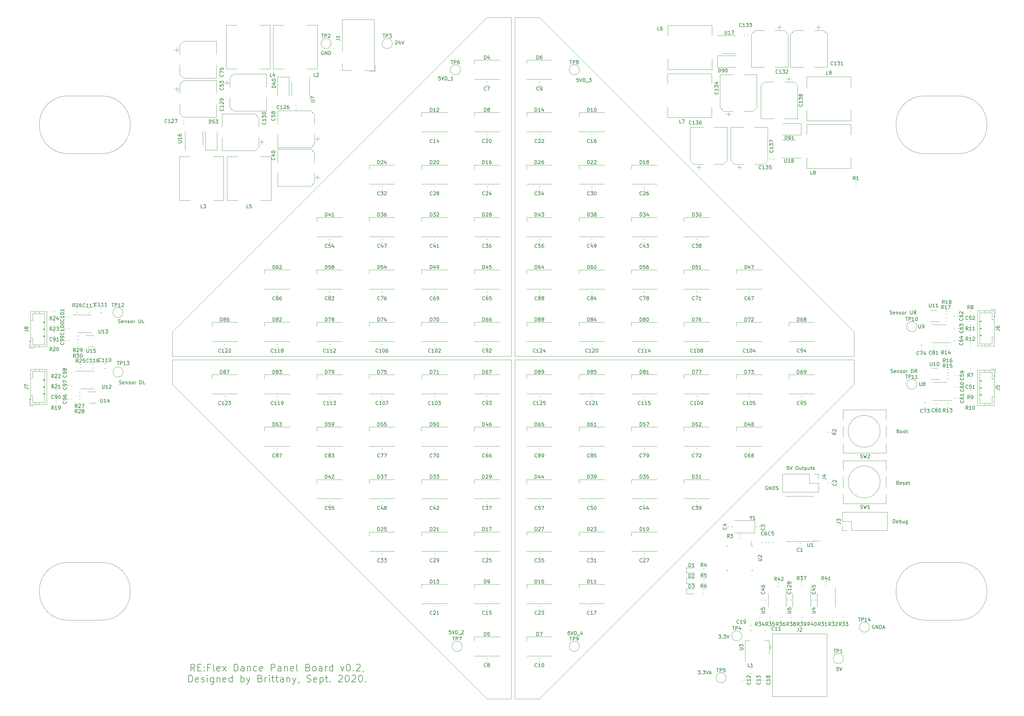
<source format=gbr>
G04 #@! TF.GenerationSoftware,KiCad,Pcbnew,(5.1.4)-1*
G04 #@! TF.CreationDate,2020-09-07T21:37:50+01:00*
G04 #@! TF.ProjectId,led-board,6c65642d-626f-4617-9264-2e6b69636164,rev?*
G04 #@! TF.SameCoordinates,Original*
G04 #@! TF.FileFunction,Legend,Top*
G04 #@! TF.FilePolarity,Positive*
%FSLAX46Y46*%
G04 Gerber Fmt 4.6, Leading zero omitted, Abs format (unit mm)*
G04 Created by KiCad (PCBNEW (5.1.4)-1) date 2020-09-07 21:37:50*
%MOMM*%
%LPD*%
G04 APERTURE LIST*
%ADD10C,0.150000*%
%ADD11C,0.120000*%
G04 APERTURE END LIST*
D10*
X320535714Y-149154761D02*
X320678571Y-149202380D01*
X320916666Y-149202380D01*
X321011904Y-149154761D01*
X321059523Y-149107142D01*
X321107142Y-149011904D01*
X321107142Y-148916666D01*
X321059523Y-148821428D01*
X321011904Y-148773809D01*
X320916666Y-148726190D01*
X320726190Y-148678571D01*
X320630952Y-148630952D01*
X320583333Y-148583333D01*
X320535714Y-148488095D01*
X320535714Y-148392857D01*
X320583333Y-148297619D01*
X320630952Y-148250000D01*
X320726190Y-148202380D01*
X320964285Y-148202380D01*
X321107142Y-148250000D01*
X321916666Y-149154761D02*
X321821428Y-149202380D01*
X321630952Y-149202380D01*
X321535714Y-149154761D01*
X321488095Y-149059523D01*
X321488095Y-148678571D01*
X321535714Y-148583333D01*
X321630952Y-148535714D01*
X321821428Y-148535714D01*
X321916666Y-148583333D01*
X321964285Y-148678571D01*
X321964285Y-148773809D01*
X321488095Y-148869047D01*
X322392857Y-148535714D02*
X322392857Y-149202380D01*
X322392857Y-148630952D02*
X322440476Y-148583333D01*
X322535714Y-148535714D01*
X322678571Y-148535714D01*
X322773809Y-148583333D01*
X322821428Y-148678571D01*
X322821428Y-149202380D01*
X323250000Y-149154761D02*
X323345238Y-149202380D01*
X323535714Y-149202380D01*
X323630952Y-149154761D01*
X323678571Y-149059523D01*
X323678571Y-149011904D01*
X323630952Y-148916666D01*
X323535714Y-148869047D01*
X323392857Y-148869047D01*
X323297619Y-148821428D01*
X323250000Y-148726190D01*
X323250000Y-148678571D01*
X323297619Y-148583333D01*
X323392857Y-148535714D01*
X323535714Y-148535714D01*
X323630952Y-148583333D01*
X324250000Y-149202380D02*
X324154761Y-149154761D01*
X324107142Y-149107142D01*
X324059523Y-149011904D01*
X324059523Y-148726190D01*
X324107142Y-148630952D01*
X324154761Y-148583333D01*
X324250000Y-148535714D01*
X324392857Y-148535714D01*
X324488095Y-148583333D01*
X324535714Y-148630952D01*
X324583333Y-148726190D01*
X324583333Y-149011904D01*
X324535714Y-149107142D01*
X324488095Y-149154761D01*
X324392857Y-149202380D01*
X324250000Y-149202380D01*
X325011904Y-149202380D02*
X325011904Y-148535714D01*
X325011904Y-148726190D02*
X325059523Y-148630952D01*
X325107142Y-148583333D01*
X325202380Y-148535714D01*
X325297619Y-148535714D01*
X326392857Y-149202380D02*
X326392857Y-148202380D01*
X326630952Y-148202380D01*
X326773809Y-148250000D01*
X326869047Y-148345238D01*
X326916666Y-148440476D01*
X326964285Y-148630952D01*
X326964285Y-148773809D01*
X326916666Y-148964285D01*
X326869047Y-149059523D01*
X326773809Y-149154761D01*
X326630952Y-149202380D01*
X326392857Y-149202380D01*
X327964285Y-149202380D02*
X327630952Y-148726190D01*
X327392857Y-149202380D02*
X327392857Y-148202380D01*
X327773809Y-148202380D01*
X327869047Y-148250000D01*
X327916666Y-148297619D01*
X327964285Y-148392857D01*
X327964285Y-148535714D01*
X327916666Y-148630952D01*
X327869047Y-148678571D01*
X327773809Y-148726190D01*
X327392857Y-148726190D01*
X320261904Y-132404761D02*
X320404761Y-132452380D01*
X320642857Y-132452380D01*
X320738095Y-132404761D01*
X320785714Y-132357142D01*
X320833333Y-132261904D01*
X320833333Y-132166666D01*
X320785714Y-132071428D01*
X320738095Y-132023809D01*
X320642857Y-131976190D01*
X320452380Y-131928571D01*
X320357142Y-131880952D01*
X320309523Y-131833333D01*
X320261904Y-131738095D01*
X320261904Y-131642857D01*
X320309523Y-131547619D01*
X320357142Y-131500000D01*
X320452380Y-131452380D01*
X320690476Y-131452380D01*
X320833333Y-131500000D01*
X321642857Y-132404761D02*
X321547619Y-132452380D01*
X321357142Y-132452380D01*
X321261904Y-132404761D01*
X321214285Y-132309523D01*
X321214285Y-131928571D01*
X321261904Y-131833333D01*
X321357142Y-131785714D01*
X321547619Y-131785714D01*
X321642857Y-131833333D01*
X321690476Y-131928571D01*
X321690476Y-132023809D01*
X321214285Y-132119047D01*
X322119047Y-131785714D02*
X322119047Y-132452380D01*
X322119047Y-131880952D02*
X322166666Y-131833333D01*
X322261904Y-131785714D01*
X322404761Y-131785714D01*
X322500000Y-131833333D01*
X322547619Y-131928571D01*
X322547619Y-132452380D01*
X322976190Y-132404761D02*
X323071428Y-132452380D01*
X323261904Y-132452380D01*
X323357142Y-132404761D01*
X323404761Y-132309523D01*
X323404761Y-132261904D01*
X323357142Y-132166666D01*
X323261904Y-132119047D01*
X323119047Y-132119047D01*
X323023809Y-132071428D01*
X322976190Y-131976190D01*
X322976190Y-131928571D01*
X323023809Y-131833333D01*
X323119047Y-131785714D01*
X323261904Y-131785714D01*
X323357142Y-131833333D01*
X323976190Y-132452380D02*
X323880952Y-132404761D01*
X323833333Y-132357142D01*
X323785714Y-132261904D01*
X323785714Y-131976190D01*
X323833333Y-131880952D01*
X323880952Y-131833333D01*
X323976190Y-131785714D01*
X324119047Y-131785714D01*
X324214285Y-131833333D01*
X324261904Y-131880952D01*
X324309523Y-131976190D01*
X324309523Y-132261904D01*
X324261904Y-132357142D01*
X324214285Y-132404761D01*
X324119047Y-132452380D01*
X323976190Y-132452380D01*
X324738095Y-132452380D02*
X324738095Y-131785714D01*
X324738095Y-131976190D02*
X324785714Y-131880952D01*
X324833333Y-131833333D01*
X324928571Y-131785714D01*
X325023809Y-131785714D01*
X326119047Y-131452380D02*
X326119047Y-132261904D01*
X326166666Y-132357142D01*
X326214285Y-132404761D01*
X326309523Y-132452380D01*
X326500000Y-132452380D01*
X326595238Y-132404761D01*
X326642857Y-132357142D01*
X326690476Y-132261904D01*
X326690476Y-131452380D01*
X327738095Y-132452380D02*
X327404761Y-131976190D01*
X327166666Y-132452380D02*
X327166666Y-131452380D01*
X327547619Y-131452380D01*
X327642857Y-131500000D01*
X327690476Y-131547619D01*
X327738095Y-131642857D01*
X327738095Y-131785714D01*
X327690476Y-131880952D01*
X327642857Y-131928571D01*
X327547619Y-131976190D01*
X327166666Y-131976190D01*
X99607142Y-134904761D02*
X99750000Y-134952380D01*
X99988095Y-134952380D01*
X100083333Y-134904761D01*
X100130952Y-134857142D01*
X100178571Y-134761904D01*
X100178571Y-134666666D01*
X100130952Y-134571428D01*
X100083333Y-134523809D01*
X99988095Y-134476190D01*
X99797619Y-134428571D01*
X99702380Y-134380952D01*
X99654761Y-134333333D01*
X99607142Y-134238095D01*
X99607142Y-134142857D01*
X99654761Y-134047619D01*
X99702380Y-134000000D01*
X99797619Y-133952380D01*
X100035714Y-133952380D01*
X100178571Y-134000000D01*
X100988095Y-134904761D02*
X100892857Y-134952380D01*
X100702380Y-134952380D01*
X100607142Y-134904761D01*
X100559523Y-134809523D01*
X100559523Y-134428571D01*
X100607142Y-134333333D01*
X100702380Y-134285714D01*
X100892857Y-134285714D01*
X100988095Y-134333333D01*
X101035714Y-134428571D01*
X101035714Y-134523809D01*
X100559523Y-134619047D01*
X101464285Y-134285714D02*
X101464285Y-134952380D01*
X101464285Y-134380952D02*
X101511904Y-134333333D01*
X101607142Y-134285714D01*
X101750000Y-134285714D01*
X101845238Y-134333333D01*
X101892857Y-134428571D01*
X101892857Y-134952380D01*
X102321428Y-134904761D02*
X102416666Y-134952380D01*
X102607142Y-134952380D01*
X102702380Y-134904761D01*
X102750000Y-134809523D01*
X102750000Y-134761904D01*
X102702380Y-134666666D01*
X102607142Y-134619047D01*
X102464285Y-134619047D01*
X102369047Y-134571428D01*
X102321428Y-134476190D01*
X102321428Y-134428571D01*
X102369047Y-134333333D01*
X102464285Y-134285714D01*
X102607142Y-134285714D01*
X102702380Y-134333333D01*
X103321428Y-134952380D02*
X103226190Y-134904761D01*
X103178571Y-134857142D01*
X103130952Y-134761904D01*
X103130952Y-134476190D01*
X103178571Y-134380952D01*
X103226190Y-134333333D01*
X103321428Y-134285714D01*
X103464285Y-134285714D01*
X103559523Y-134333333D01*
X103607142Y-134380952D01*
X103654761Y-134476190D01*
X103654761Y-134761904D01*
X103607142Y-134857142D01*
X103559523Y-134904761D01*
X103464285Y-134952380D01*
X103321428Y-134952380D01*
X104083333Y-134952380D02*
X104083333Y-134285714D01*
X104083333Y-134476190D02*
X104130952Y-134380952D01*
X104178571Y-134333333D01*
X104273809Y-134285714D01*
X104369047Y-134285714D01*
X105464285Y-133952380D02*
X105464285Y-134761904D01*
X105511904Y-134857142D01*
X105559523Y-134904761D01*
X105654761Y-134952380D01*
X105845238Y-134952380D01*
X105940476Y-134904761D01*
X105988095Y-134857142D01*
X106035714Y-134761904D01*
X106035714Y-133952380D01*
X106988095Y-134952380D02*
X106511904Y-134952380D01*
X106511904Y-133952380D01*
X99880952Y-152404761D02*
X100023809Y-152452380D01*
X100261904Y-152452380D01*
X100357142Y-152404761D01*
X100404761Y-152357142D01*
X100452380Y-152261904D01*
X100452380Y-152166666D01*
X100404761Y-152071428D01*
X100357142Y-152023809D01*
X100261904Y-151976190D01*
X100071428Y-151928571D01*
X99976190Y-151880952D01*
X99928571Y-151833333D01*
X99880952Y-151738095D01*
X99880952Y-151642857D01*
X99928571Y-151547619D01*
X99976190Y-151500000D01*
X100071428Y-151452380D01*
X100309523Y-151452380D01*
X100452380Y-151500000D01*
X101261904Y-152404761D02*
X101166666Y-152452380D01*
X100976190Y-152452380D01*
X100880952Y-152404761D01*
X100833333Y-152309523D01*
X100833333Y-151928571D01*
X100880952Y-151833333D01*
X100976190Y-151785714D01*
X101166666Y-151785714D01*
X101261904Y-151833333D01*
X101309523Y-151928571D01*
X101309523Y-152023809D01*
X100833333Y-152119047D01*
X101738095Y-151785714D02*
X101738095Y-152452380D01*
X101738095Y-151880952D02*
X101785714Y-151833333D01*
X101880952Y-151785714D01*
X102023809Y-151785714D01*
X102119047Y-151833333D01*
X102166666Y-151928571D01*
X102166666Y-152452380D01*
X102595238Y-152404761D02*
X102690476Y-152452380D01*
X102880952Y-152452380D01*
X102976190Y-152404761D01*
X103023809Y-152309523D01*
X103023809Y-152261904D01*
X102976190Y-152166666D01*
X102880952Y-152119047D01*
X102738095Y-152119047D01*
X102642857Y-152071428D01*
X102595238Y-151976190D01*
X102595238Y-151928571D01*
X102642857Y-151833333D01*
X102738095Y-151785714D01*
X102880952Y-151785714D01*
X102976190Y-151833333D01*
X103595238Y-152452380D02*
X103500000Y-152404761D01*
X103452380Y-152357142D01*
X103404761Y-152261904D01*
X103404761Y-151976190D01*
X103452380Y-151880952D01*
X103500000Y-151833333D01*
X103595238Y-151785714D01*
X103738095Y-151785714D01*
X103833333Y-151833333D01*
X103880952Y-151880952D01*
X103928571Y-151976190D01*
X103928571Y-152261904D01*
X103880952Y-152357142D01*
X103833333Y-152404761D01*
X103738095Y-152452380D01*
X103595238Y-152452380D01*
X104357142Y-152452380D02*
X104357142Y-151785714D01*
X104357142Y-151976190D02*
X104404761Y-151880952D01*
X104452380Y-151833333D01*
X104547619Y-151785714D01*
X104642857Y-151785714D01*
X105738095Y-152452380D02*
X105738095Y-151452380D01*
X105976190Y-151452380D01*
X106119047Y-151500000D01*
X106214285Y-151595238D01*
X106261904Y-151690476D01*
X106309523Y-151880952D01*
X106309523Y-152023809D01*
X106261904Y-152214285D01*
X106214285Y-152309523D01*
X106119047Y-152404761D01*
X105976190Y-152452380D01*
X105738095Y-152452380D01*
X107214285Y-152452380D02*
X106738095Y-152452380D01*
X106738095Y-151452380D01*
X191702380Y-64452380D02*
X191226190Y-64452380D01*
X191178571Y-64928571D01*
X191226190Y-64880952D01*
X191321428Y-64833333D01*
X191559523Y-64833333D01*
X191654761Y-64880952D01*
X191702380Y-64928571D01*
X191750000Y-65023809D01*
X191750000Y-65261904D01*
X191702380Y-65357142D01*
X191654761Y-65404761D01*
X191559523Y-65452380D01*
X191321428Y-65452380D01*
X191226190Y-65404761D01*
X191178571Y-65357142D01*
X192035714Y-64452380D02*
X192369047Y-65452380D01*
X192702380Y-64452380D01*
X193035714Y-65452380D02*
X193035714Y-64452380D01*
X193273809Y-64452380D01*
X193416666Y-64500000D01*
X193511904Y-64595238D01*
X193559523Y-64690476D01*
X193607142Y-64880952D01*
X193607142Y-65023809D01*
X193559523Y-65214285D01*
X193511904Y-65309523D01*
X193416666Y-65404761D01*
X193273809Y-65452380D01*
X193035714Y-65452380D01*
X193797619Y-65547619D02*
X194559523Y-65547619D01*
X195321428Y-65452380D02*
X194750000Y-65452380D01*
X195035714Y-65452380D02*
X195035714Y-64452380D01*
X194940476Y-64595238D01*
X194845238Y-64690476D01*
X194750000Y-64738095D01*
X231202380Y-64952380D02*
X230726190Y-64952380D01*
X230678571Y-65428571D01*
X230726190Y-65380952D01*
X230821428Y-65333333D01*
X231059523Y-65333333D01*
X231154761Y-65380952D01*
X231202380Y-65428571D01*
X231250000Y-65523809D01*
X231250000Y-65761904D01*
X231202380Y-65857142D01*
X231154761Y-65904761D01*
X231059523Y-65952380D01*
X230821428Y-65952380D01*
X230726190Y-65904761D01*
X230678571Y-65857142D01*
X231535714Y-64952380D02*
X231869047Y-65952380D01*
X232202380Y-64952380D01*
X232535714Y-65952380D02*
X232535714Y-64952380D01*
X232773809Y-64952380D01*
X232916666Y-65000000D01*
X233011904Y-65095238D01*
X233059523Y-65190476D01*
X233107142Y-65380952D01*
X233107142Y-65523809D01*
X233059523Y-65714285D01*
X233011904Y-65809523D01*
X232916666Y-65904761D01*
X232773809Y-65952380D01*
X232535714Y-65952380D01*
X233297619Y-66047619D02*
X234059523Y-66047619D01*
X234202380Y-64952380D02*
X234821428Y-64952380D01*
X234488095Y-65333333D01*
X234630952Y-65333333D01*
X234726190Y-65380952D01*
X234773809Y-65428571D01*
X234821428Y-65523809D01*
X234821428Y-65761904D01*
X234773809Y-65857142D01*
X234726190Y-65904761D01*
X234630952Y-65952380D01*
X234345238Y-65952380D01*
X234250000Y-65904761D01*
X234202380Y-65857142D01*
X158238095Y-57250000D02*
X158142857Y-57202380D01*
X158000000Y-57202380D01*
X157857142Y-57250000D01*
X157761904Y-57345238D01*
X157714285Y-57440476D01*
X157666666Y-57630952D01*
X157666666Y-57773809D01*
X157714285Y-57964285D01*
X157761904Y-58059523D01*
X157857142Y-58154761D01*
X158000000Y-58202380D01*
X158095238Y-58202380D01*
X158238095Y-58154761D01*
X158285714Y-58107142D01*
X158285714Y-57773809D01*
X158095238Y-57773809D01*
X158714285Y-58202380D02*
X158714285Y-57202380D01*
X159285714Y-58202380D01*
X159285714Y-57202380D01*
X159761904Y-58202380D02*
X159761904Y-57202380D01*
X160000000Y-57202380D01*
X160142857Y-57250000D01*
X160238095Y-57345238D01*
X160285714Y-57440476D01*
X160333333Y-57630952D01*
X160333333Y-57773809D01*
X160285714Y-57964285D01*
X160238095Y-58059523D01*
X160142857Y-58154761D01*
X160000000Y-58202380D01*
X159761904Y-58202380D01*
X178809523Y-54297619D02*
X178857142Y-54250000D01*
X178952380Y-54202380D01*
X179190476Y-54202380D01*
X179285714Y-54250000D01*
X179333333Y-54297619D01*
X179380952Y-54392857D01*
X179380952Y-54488095D01*
X179333333Y-54630952D01*
X178761904Y-55202380D01*
X179380952Y-55202380D01*
X180238095Y-54535714D02*
X180238095Y-55202380D01*
X180000000Y-54154761D02*
X179761904Y-54869047D01*
X180380952Y-54869047D01*
X180619047Y-54202380D02*
X180952380Y-55202380D01*
X181285714Y-54202380D01*
X194702380Y-222952380D02*
X194226190Y-222952380D01*
X194178571Y-223428571D01*
X194226190Y-223380952D01*
X194321428Y-223333333D01*
X194559523Y-223333333D01*
X194654761Y-223380952D01*
X194702380Y-223428571D01*
X194750000Y-223523809D01*
X194750000Y-223761904D01*
X194702380Y-223857142D01*
X194654761Y-223904761D01*
X194559523Y-223952380D01*
X194321428Y-223952380D01*
X194226190Y-223904761D01*
X194178571Y-223857142D01*
X195035714Y-222952380D02*
X195369047Y-223952380D01*
X195702380Y-222952380D01*
X196035714Y-223952380D02*
X196035714Y-222952380D01*
X196273809Y-222952380D01*
X196416666Y-223000000D01*
X196511904Y-223095238D01*
X196559523Y-223190476D01*
X196607142Y-223380952D01*
X196607142Y-223523809D01*
X196559523Y-223714285D01*
X196511904Y-223809523D01*
X196416666Y-223904761D01*
X196273809Y-223952380D01*
X196035714Y-223952380D01*
X196797619Y-224047619D02*
X197559523Y-224047619D01*
X197750000Y-223047619D02*
X197797619Y-223000000D01*
X197892857Y-222952380D01*
X198130952Y-222952380D01*
X198226190Y-223000000D01*
X198273809Y-223047619D01*
X198321428Y-223142857D01*
X198321428Y-223238095D01*
X198273809Y-223380952D01*
X197702380Y-223952380D01*
X198321428Y-223952380D01*
X228702380Y-223202380D02*
X228226190Y-223202380D01*
X228178571Y-223678571D01*
X228226190Y-223630952D01*
X228321428Y-223583333D01*
X228559523Y-223583333D01*
X228654761Y-223630952D01*
X228702380Y-223678571D01*
X228750000Y-223773809D01*
X228750000Y-224011904D01*
X228702380Y-224107142D01*
X228654761Y-224154761D01*
X228559523Y-224202380D01*
X228321428Y-224202380D01*
X228226190Y-224154761D01*
X228178571Y-224107142D01*
X229035714Y-223202380D02*
X229369047Y-224202380D01*
X229702380Y-223202380D01*
X230035714Y-224202380D02*
X230035714Y-223202380D01*
X230273809Y-223202380D01*
X230416666Y-223250000D01*
X230511904Y-223345238D01*
X230559523Y-223440476D01*
X230607142Y-223630952D01*
X230607142Y-223773809D01*
X230559523Y-223964285D01*
X230511904Y-224059523D01*
X230416666Y-224154761D01*
X230273809Y-224202380D01*
X230035714Y-224202380D01*
X230797619Y-224297619D02*
X231559523Y-224297619D01*
X232226190Y-223535714D02*
X232226190Y-224202380D01*
X231988095Y-223154761D02*
X231750000Y-223869047D01*
X232369047Y-223869047D01*
X271273809Y-224202380D02*
X271892857Y-224202380D01*
X271559523Y-224583333D01*
X271702380Y-224583333D01*
X271797619Y-224630952D01*
X271845238Y-224678571D01*
X271892857Y-224773809D01*
X271892857Y-225011904D01*
X271845238Y-225107142D01*
X271797619Y-225154761D01*
X271702380Y-225202380D01*
X271416666Y-225202380D01*
X271321428Y-225154761D01*
X271273809Y-225107142D01*
X272321428Y-225107142D02*
X272369047Y-225154761D01*
X272321428Y-225202380D01*
X272273809Y-225154761D01*
X272321428Y-225107142D01*
X272321428Y-225202380D01*
X272702380Y-224202380D02*
X273321428Y-224202380D01*
X272988095Y-224583333D01*
X273130952Y-224583333D01*
X273226190Y-224630952D01*
X273273809Y-224678571D01*
X273321428Y-224773809D01*
X273321428Y-225011904D01*
X273273809Y-225107142D01*
X273226190Y-225154761D01*
X273130952Y-225202380D01*
X272845238Y-225202380D01*
X272750000Y-225154761D01*
X272702380Y-225107142D01*
X273607142Y-224202380D02*
X273940476Y-225202380D01*
X274273809Y-224202380D01*
X265345238Y-234452380D02*
X265964285Y-234452380D01*
X265630952Y-234833333D01*
X265773809Y-234833333D01*
X265869047Y-234880952D01*
X265916666Y-234928571D01*
X265964285Y-235023809D01*
X265964285Y-235261904D01*
X265916666Y-235357142D01*
X265869047Y-235404761D01*
X265773809Y-235452380D01*
X265488095Y-235452380D01*
X265392857Y-235404761D01*
X265345238Y-235357142D01*
X266392857Y-235357142D02*
X266440476Y-235404761D01*
X266392857Y-235452380D01*
X266345238Y-235404761D01*
X266392857Y-235357142D01*
X266392857Y-235452380D01*
X266773809Y-234452380D02*
X267392857Y-234452380D01*
X267059523Y-234833333D01*
X267202380Y-234833333D01*
X267297619Y-234880952D01*
X267345238Y-234928571D01*
X267392857Y-235023809D01*
X267392857Y-235261904D01*
X267345238Y-235357142D01*
X267297619Y-235404761D01*
X267202380Y-235452380D01*
X266916666Y-235452380D01*
X266821428Y-235404761D01*
X266773809Y-235357142D01*
X267678571Y-234452380D02*
X268011904Y-235452380D01*
X268345238Y-234452380D01*
X268630952Y-235166666D02*
X269107142Y-235166666D01*
X268535714Y-235452380D02*
X268869047Y-234452380D01*
X269202380Y-235452380D01*
X305559523Y-233452380D02*
X305083333Y-233452380D01*
X305035714Y-233928571D01*
X305083333Y-233880952D01*
X305178571Y-233833333D01*
X305416666Y-233833333D01*
X305511904Y-233880952D01*
X305559523Y-233928571D01*
X305607142Y-234023809D01*
X305607142Y-234261904D01*
X305559523Y-234357142D01*
X305511904Y-234404761D01*
X305416666Y-234452380D01*
X305178571Y-234452380D01*
X305083333Y-234404761D01*
X305035714Y-234357142D01*
X305892857Y-233452380D02*
X306226190Y-234452380D01*
X306559523Y-233452380D01*
X315809523Y-221500000D02*
X315714285Y-221452380D01*
X315571428Y-221452380D01*
X315428571Y-221500000D01*
X315333333Y-221595238D01*
X315285714Y-221690476D01*
X315238095Y-221880952D01*
X315238095Y-222023809D01*
X315285714Y-222214285D01*
X315333333Y-222309523D01*
X315428571Y-222404761D01*
X315571428Y-222452380D01*
X315666666Y-222452380D01*
X315809523Y-222404761D01*
X315857142Y-222357142D01*
X315857142Y-222023809D01*
X315666666Y-222023809D01*
X316285714Y-222452380D02*
X316285714Y-221452380D01*
X316857142Y-222452380D01*
X316857142Y-221452380D01*
X317333333Y-222452380D02*
X317333333Y-221452380D01*
X317571428Y-221452380D01*
X317714285Y-221500000D01*
X317809523Y-221595238D01*
X317857142Y-221690476D01*
X317904761Y-221880952D01*
X317904761Y-222023809D01*
X317857142Y-222214285D01*
X317809523Y-222309523D01*
X317714285Y-222404761D01*
X317571428Y-222452380D01*
X317333333Y-222452380D01*
X318285714Y-222166666D02*
X318761904Y-222166666D01*
X318190476Y-222452380D02*
X318523809Y-221452380D01*
X318857142Y-222452380D01*
X291321428Y-175952380D02*
X290845238Y-175952380D01*
X290797619Y-176428571D01*
X290845238Y-176380952D01*
X290940476Y-176333333D01*
X291178571Y-176333333D01*
X291273809Y-176380952D01*
X291321428Y-176428571D01*
X291369047Y-176523809D01*
X291369047Y-176761904D01*
X291321428Y-176857142D01*
X291273809Y-176904761D01*
X291178571Y-176952380D01*
X290940476Y-176952380D01*
X290845238Y-176904761D01*
X290797619Y-176857142D01*
X291654761Y-175952380D02*
X291988095Y-176952380D01*
X292321428Y-175952380D01*
X293607142Y-175952380D02*
X293797619Y-175952380D01*
X293892857Y-176000000D01*
X293988095Y-176095238D01*
X294035714Y-176285714D01*
X294035714Y-176619047D01*
X293988095Y-176809523D01*
X293892857Y-176904761D01*
X293797619Y-176952380D01*
X293607142Y-176952380D01*
X293511904Y-176904761D01*
X293416666Y-176809523D01*
X293369047Y-176619047D01*
X293369047Y-176285714D01*
X293416666Y-176095238D01*
X293511904Y-176000000D01*
X293607142Y-175952380D01*
X294892857Y-176285714D02*
X294892857Y-176952380D01*
X294464285Y-176285714D02*
X294464285Y-176809523D01*
X294511904Y-176904761D01*
X294607142Y-176952380D01*
X294750000Y-176952380D01*
X294845238Y-176904761D01*
X294892857Y-176857142D01*
X295226190Y-176285714D02*
X295607142Y-176285714D01*
X295369047Y-175952380D02*
X295369047Y-176809523D01*
X295416666Y-176904761D01*
X295511904Y-176952380D01*
X295607142Y-176952380D01*
X295940476Y-176285714D02*
X295940476Y-177285714D01*
X295940476Y-176333333D02*
X296035714Y-176285714D01*
X296226190Y-176285714D01*
X296321428Y-176333333D01*
X296369047Y-176380952D01*
X296416666Y-176476190D01*
X296416666Y-176761904D01*
X296369047Y-176857142D01*
X296321428Y-176904761D01*
X296226190Y-176952380D01*
X296035714Y-176952380D01*
X295940476Y-176904761D01*
X297273809Y-176285714D02*
X297273809Y-176952380D01*
X296845238Y-176285714D02*
X296845238Y-176809523D01*
X296892857Y-176904761D01*
X296988095Y-176952380D01*
X297130952Y-176952380D01*
X297226190Y-176904761D01*
X297273809Y-176857142D01*
X297607142Y-176285714D02*
X297988095Y-176285714D01*
X297750000Y-175952380D02*
X297750000Y-176809523D01*
X297797619Y-176904761D01*
X297892857Y-176952380D01*
X297988095Y-176952380D01*
X298273809Y-176904761D02*
X298369047Y-176952380D01*
X298559523Y-176952380D01*
X298654761Y-176904761D01*
X298702380Y-176809523D01*
X298702380Y-176761904D01*
X298654761Y-176666666D01*
X298559523Y-176619047D01*
X298416666Y-176619047D01*
X298321428Y-176571428D01*
X298273809Y-176476190D01*
X298273809Y-176428571D01*
X298321428Y-176333333D01*
X298416666Y-176285714D01*
X298559523Y-176285714D01*
X298654761Y-176333333D01*
X285261904Y-181750000D02*
X285166666Y-181702380D01*
X285023809Y-181702380D01*
X284880952Y-181750000D01*
X284785714Y-181845238D01*
X284738095Y-181940476D01*
X284690476Y-182130952D01*
X284690476Y-182273809D01*
X284738095Y-182464285D01*
X284785714Y-182559523D01*
X284880952Y-182654761D01*
X285023809Y-182702380D01*
X285119047Y-182702380D01*
X285261904Y-182654761D01*
X285309523Y-182607142D01*
X285309523Y-182273809D01*
X285119047Y-182273809D01*
X285738095Y-182702380D02*
X285738095Y-181702380D01*
X286309523Y-182702380D01*
X286309523Y-181702380D01*
X286785714Y-182702380D02*
X286785714Y-181702380D01*
X287023809Y-181702380D01*
X287166666Y-181750000D01*
X287261904Y-181845238D01*
X287309523Y-181940476D01*
X287357142Y-182130952D01*
X287357142Y-182273809D01*
X287309523Y-182464285D01*
X287261904Y-182559523D01*
X287166666Y-182654761D01*
X287023809Y-182702380D01*
X286785714Y-182702380D01*
X287738095Y-182654761D02*
X287880952Y-182702380D01*
X288119047Y-182702380D01*
X288214285Y-182654761D01*
X288261904Y-182607142D01*
X288309523Y-182511904D01*
X288309523Y-182416666D01*
X288261904Y-182321428D01*
X288214285Y-182273809D01*
X288119047Y-182226190D01*
X287928571Y-182178571D01*
X287833333Y-182130952D01*
X287785714Y-182083333D01*
X287738095Y-181988095D01*
X287738095Y-181892857D01*
X287785714Y-181797619D01*
X287833333Y-181750000D01*
X287928571Y-181702380D01*
X288166666Y-181702380D01*
X288309523Y-181750000D01*
X321202380Y-192202380D02*
X321202380Y-191202380D01*
X321440476Y-191202380D01*
X321583333Y-191250000D01*
X321678571Y-191345238D01*
X321726190Y-191440476D01*
X321773809Y-191630952D01*
X321773809Y-191773809D01*
X321726190Y-191964285D01*
X321678571Y-192059523D01*
X321583333Y-192154761D01*
X321440476Y-192202380D01*
X321202380Y-192202380D01*
X322583333Y-192154761D02*
X322488095Y-192202380D01*
X322297619Y-192202380D01*
X322202380Y-192154761D01*
X322154761Y-192059523D01*
X322154761Y-191678571D01*
X322202380Y-191583333D01*
X322297619Y-191535714D01*
X322488095Y-191535714D01*
X322583333Y-191583333D01*
X322630952Y-191678571D01*
X322630952Y-191773809D01*
X322154761Y-191869047D01*
X323059523Y-192202380D02*
X323059523Y-191202380D01*
X323059523Y-191583333D02*
X323154761Y-191535714D01*
X323345238Y-191535714D01*
X323440476Y-191583333D01*
X323488095Y-191630952D01*
X323535714Y-191726190D01*
X323535714Y-192011904D01*
X323488095Y-192107142D01*
X323440476Y-192154761D01*
X323345238Y-192202380D01*
X323154761Y-192202380D01*
X323059523Y-192154761D01*
X324392857Y-191535714D02*
X324392857Y-192202380D01*
X323964285Y-191535714D02*
X323964285Y-192059523D01*
X324011904Y-192154761D01*
X324107142Y-192202380D01*
X324250000Y-192202380D01*
X324345238Y-192154761D01*
X324392857Y-192107142D01*
X325297619Y-191535714D02*
X325297619Y-192345238D01*
X325250000Y-192440476D01*
X325202380Y-192488095D01*
X325107142Y-192535714D01*
X324964285Y-192535714D01*
X324869047Y-192488095D01*
X325297619Y-192154761D02*
X325202380Y-192202380D01*
X325011904Y-192202380D01*
X324916666Y-192154761D01*
X324869047Y-192107142D01*
X324821428Y-192011904D01*
X324821428Y-191726190D01*
X324869047Y-191630952D01*
X324916666Y-191583333D01*
X325011904Y-191535714D01*
X325202380Y-191535714D01*
X325297619Y-191583333D01*
X322630952Y-165928571D02*
X322773809Y-165976190D01*
X322821428Y-166023809D01*
X322869047Y-166119047D01*
X322869047Y-166261904D01*
X322821428Y-166357142D01*
X322773809Y-166404761D01*
X322678571Y-166452380D01*
X322297619Y-166452380D01*
X322297619Y-165452380D01*
X322630952Y-165452380D01*
X322726190Y-165500000D01*
X322773809Y-165547619D01*
X322821428Y-165642857D01*
X322821428Y-165738095D01*
X322773809Y-165833333D01*
X322726190Y-165880952D01*
X322630952Y-165928571D01*
X322297619Y-165928571D01*
X323440476Y-166452380D02*
X323345238Y-166404761D01*
X323297619Y-166357142D01*
X323250000Y-166261904D01*
X323250000Y-165976190D01*
X323297619Y-165880952D01*
X323345238Y-165833333D01*
X323440476Y-165785714D01*
X323583333Y-165785714D01*
X323678571Y-165833333D01*
X323726190Y-165880952D01*
X323773809Y-165976190D01*
X323773809Y-166261904D01*
X323726190Y-166357142D01*
X323678571Y-166404761D01*
X323583333Y-166452380D01*
X323440476Y-166452380D01*
X324345238Y-166452380D02*
X324250000Y-166404761D01*
X324202380Y-166357142D01*
X324154761Y-166261904D01*
X324154761Y-165976190D01*
X324202380Y-165880952D01*
X324250000Y-165833333D01*
X324345238Y-165785714D01*
X324488095Y-165785714D01*
X324583333Y-165833333D01*
X324630952Y-165880952D01*
X324678571Y-165976190D01*
X324678571Y-166261904D01*
X324630952Y-166357142D01*
X324583333Y-166404761D01*
X324488095Y-166452380D01*
X324345238Y-166452380D01*
X324964285Y-165785714D02*
X325345238Y-165785714D01*
X325107142Y-165452380D02*
X325107142Y-166309523D01*
X325154761Y-166404761D01*
X325250000Y-166452380D01*
X325345238Y-166452380D01*
X322761904Y-181202380D02*
X322428571Y-180726190D01*
X322190476Y-181202380D02*
X322190476Y-180202380D01*
X322571428Y-180202380D01*
X322666666Y-180250000D01*
X322714285Y-180297619D01*
X322761904Y-180392857D01*
X322761904Y-180535714D01*
X322714285Y-180630952D01*
X322666666Y-180678571D01*
X322571428Y-180726190D01*
X322190476Y-180726190D01*
X323571428Y-181154761D02*
X323476190Y-181202380D01*
X323285714Y-181202380D01*
X323190476Y-181154761D01*
X323142857Y-181059523D01*
X323142857Y-180678571D01*
X323190476Y-180583333D01*
X323285714Y-180535714D01*
X323476190Y-180535714D01*
X323571428Y-180583333D01*
X323619047Y-180678571D01*
X323619047Y-180773809D01*
X323142857Y-180869047D01*
X324000000Y-181154761D02*
X324095238Y-181202380D01*
X324285714Y-181202380D01*
X324380952Y-181154761D01*
X324428571Y-181059523D01*
X324428571Y-181011904D01*
X324380952Y-180916666D01*
X324285714Y-180869047D01*
X324142857Y-180869047D01*
X324047619Y-180821428D01*
X324000000Y-180726190D01*
X324000000Y-180678571D01*
X324047619Y-180583333D01*
X324142857Y-180535714D01*
X324285714Y-180535714D01*
X324380952Y-180583333D01*
X325238095Y-181154761D02*
X325142857Y-181202380D01*
X324952380Y-181202380D01*
X324857142Y-181154761D01*
X324809523Y-181059523D01*
X324809523Y-180678571D01*
X324857142Y-180583333D01*
X324952380Y-180535714D01*
X325142857Y-180535714D01*
X325238095Y-180583333D01*
X325285714Y-180678571D01*
X325285714Y-180773809D01*
X324809523Y-180869047D01*
X325571428Y-180535714D02*
X325952380Y-180535714D01*
X325714285Y-180202380D02*
X325714285Y-181059523D01*
X325761904Y-181154761D01*
X325857142Y-181202380D01*
X325952380Y-181202380D01*
D11*
X212000000Y-47500000D02*
X205000000Y-47500000D01*
X220000000Y-47500000D02*
X213000000Y-47500000D01*
D10*
X121476190Y-234579761D02*
X120809523Y-233627380D01*
X120333333Y-234579761D02*
X120333333Y-232579761D01*
X121095238Y-232579761D01*
X121285714Y-232675000D01*
X121380952Y-232770238D01*
X121476190Y-232960714D01*
X121476190Y-233246428D01*
X121380952Y-233436904D01*
X121285714Y-233532142D01*
X121095238Y-233627380D01*
X120333333Y-233627380D01*
X122333333Y-233532142D02*
X123000000Y-233532142D01*
X123285714Y-234579761D02*
X122333333Y-234579761D01*
X122333333Y-232579761D01*
X123285714Y-232579761D01*
X124142857Y-234389285D02*
X124238095Y-234484523D01*
X124142857Y-234579761D01*
X124047619Y-234484523D01*
X124142857Y-234389285D01*
X124142857Y-234579761D01*
X124142857Y-233341666D02*
X124238095Y-233436904D01*
X124142857Y-233532142D01*
X124047619Y-233436904D01*
X124142857Y-233341666D01*
X124142857Y-233532142D01*
X125761904Y-233532142D02*
X125095238Y-233532142D01*
X125095238Y-234579761D02*
X125095238Y-232579761D01*
X126047619Y-232579761D01*
X127095238Y-234579761D02*
X126904761Y-234484523D01*
X126809523Y-234294047D01*
X126809523Y-232579761D01*
X128619047Y-234484523D02*
X128428571Y-234579761D01*
X128047619Y-234579761D01*
X127857142Y-234484523D01*
X127761904Y-234294047D01*
X127761904Y-233532142D01*
X127857142Y-233341666D01*
X128047619Y-233246428D01*
X128428571Y-233246428D01*
X128619047Y-233341666D01*
X128714285Y-233532142D01*
X128714285Y-233722619D01*
X127761904Y-233913095D01*
X129380952Y-234579761D02*
X130428571Y-233246428D01*
X129380952Y-233246428D02*
X130428571Y-234579761D01*
X132714285Y-234579761D02*
X132714285Y-232579761D01*
X133190476Y-232579761D01*
X133476190Y-232675000D01*
X133666666Y-232865476D01*
X133761904Y-233055952D01*
X133857142Y-233436904D01*
X133857142Y-233722619D01*
X133761904Y-234103571D01*
X133666666Y-234294047D01*
X133476190Y-234484523D01*
X133190476Y-234579761D01*
X132714285Y-234579761D01*
X135571428Y-234579761D02*
X135571428Y-233532142D01*
X135476190Y-233341666D01*
X135285714Y-233246428D01*
X134904761Y-233246428D01*
X134714285Y-233341666D01*
X135571428Y-234484523D02*
X135380952Y-234579761D01*
X134904761Y-234579761D01*
X134714285Y-234484523D01*
X134619047Y-234294047D01*
X134619047Y-234103571D01*
X134714285Y-233913095D01*
X134904761Y-233817857D01*
X135380952Y-233817857D01*
X135571428Y-233722619D01*
X136523809Y-233246428D02*
X136523809Y-234579761D01*
X136523809Y-233436904D02*
X136619047Y-233341666D01*
X136809523Y-233246428D01*
X137095238Y-233246428D01*
X137285714Y-233341666D01*
X137380952Y-233532142D01*
X137380952Y-234579761D01*
X139190476Y-234484523D02*
X139000000Y-234579761D01*
X138619047Y-234579761D01*
X138428571Y-234484523D01*
X138333333Y-234389285D01*
X138238095Y-234198809D01*
X138238095Y-233627380D01*
X138333333Y-233436904D01*
X138428571Y-233341666D01*
X138619047Y-233246428D01*
X139000000Y-233246428D01*
X139190476Y-233341666D01*
X140809523Y-234484523D02*
X140619047Y-234579761D01*
X140238095Y-234579761D01*
X140047619Y-234484523D01*
X139952380Y-234294047D01*
X139952380Y-233532142D01*
X140047619Y-233341666D01*
X140238095Y-233246428D01*
X140619047Y-233246428D01*
X140809523Y-233341666D01*
X140904761Y-233532142D01*
X140904761Y-233722619D01*
X139952380Y-233913095D01*
X143285714Y-234579761D02*
X143285714Y-232579761D01*
X144047619Y-232579761D01*
X144238095Y-232675000D01*
X144333333Y-232770238D01*
X144428571Y-232960714D01*
X144428571Y-233246428D01*
X144333333Y-233436904D01*
X144238095Y-233532142D01*
X144047619Y-233627380D01*
X143285714Y-233627380D01*
X146142857Y-234579761D02*
X146142857Y-233532142D01*
X146047619Y-233341666D01*
X145857142Y-233246428D01*
X145476190Y-233246428D01*
X145285714Y-233341666D01*
X146142857Y-234484523D02*
X145952380Y-234579761D01*
X145476190Y-234579761D01*
X145285714Y-234484523D01*
X145190476Y-234294047D01*
X145190476Y-234103571D01*
X145285714Y-233913095D01*
X145476190Y-233817857D01*
X145952380Y-233817857D01*
X146142857Y-233722619D01*
X147095238Y-233246428D02*
X147095238Y-234579761D01*
X147095238Y-233436904D02*
X147190476Y-233341666D01*
X147380952Y-233246428D01*
X147666666Y-233246428D01*
X147857142Y-233341666D01*
X147952380Y-233532142D01*
X147952380Y-234579761D01*
X149666666Y-234484523D02*
X149476190Y-234579761D01*
X149095238Y-234579761D01*
X148904761Y-234484523D01*
X148809523Y-234294047D01*
X148809523Y-233532142D01*
X148904761Y-233341666D01*
X149095238Y-233246428D01*
X149476190Y-233246428D01*
X149666666Y-233341666D01*
X149761904Y-233532142D01*
X149761904Y-233722619D01*
X148809523Y-233913095D01*
X150904761Y-234579761D02*
X150714285Y-234484523D01*
X150619047Y-234294047D01*
X150619047Y-232579761D01*
X153857142Y-233532142D02*
X154142857Y-233627380D01*
X154238095Y-233722619D01*
X154333333Y-233913095D01*
X154333333Y-234198809D01*
X154238095Y-234389285D01*
X154142857Y-234484523D01*
X153952380Y-234579761D01*
X153190476Y-234579761D01*
X153190476Y-232579761D01*
X153857142Y-232579761D01*
X154047619Y-232675000D01*
X154142857Y-232770238D01*
X154238095Y-232960714D01*
X154238095Y-233151190D01*
X154142857Y-233341666D01*
X154047619Y-233436904D01*
X153857142Y-233532142D01*
X153190476Y-233532142D01*
X155476190Y-234579761D02*
X155285714Y-234484523D01*
X155190476Y-234389285D01*
X155095238Y-234198809D01*
X155095238Y-233627380D01*
X155190476Y-233436904D01*
X155285714Y-233341666D01*
X155476190Y-233246428D01*
X155761904Y-233246428D01*
X155952380Y-233341666D01*
X156047619Y-233436904D01*
X156142857Y-233627380D01*
X156142857Y-234198809D01*
X156047619Y-234389285D01*
X155952380Y-234484523D01*
X155761904Y-234579761D01*
X155476190Y-234579761D01*
X157857142Y-234579761D02*
X157857142Y-233532142D01*
X157761904Y-233341666D01*
X157571428Y-233246428D01*
X157190476Y-233246428D01*
X157000000Y-233341666D01*
X157857142Y-234484523D02*
X157666666Y-234579761D01*
X157190476Y-234579761D01*
X157000000Y-234484523D01*
X156904761Y-234294047D01*
X156904761Y-234103571D01*
X157000000Y-233913095D01*
X157190476Y-233817857D01*
X157666666Y-233817857D01*
X157857142Y-233722619D01*
X158809523Y-234579761D02*
X158809523Y-233246428D01*
X158809523Y-233627380D02*
X158904761Y-233436904D01*
X158999999Y-233341666D01*
X159190476Y-233246428D01*
X159380952Y-233246428D01*
X160904761Y-234579761D02*
X160904761Y-232579761D01*
X160904761Y-234484523D02*
X160714285Y-234579761D01*
X160333333Y-234579761D01*
X160142857Y-234484523D01*
X160047619Y-234389285D01*
X159952380Y-234198809D01*
X159952380Y-233627380D01*
X160047619Y-233436904D01*
X160142857Y-233341666D01*
X160333333Y-233246428D01*
X160714285Y-233246428D01*
X160904761Y-233341666D01*
X163190476Y-233246428D02*
X163666666Y-234579761D01*
X164142857Y-233246428D01*
X165285714Y-232579761D02*
X165476190Y-232579761D01*
X165666666Y-232675000D01*
X165761904Y-232770238D01*
X165857142Y-232960714D01*
X165952380Y-233341666D01*
X165952380Y-233817857D01*
X165857142Y-234198809D01*
X165761904Y-234389285D01*
X165666666Y-234484523D01*
X165476190Y-234579761D01*
X165285714Y-234579761D01*
X165095238Y-234484523D01*
X164999999Y-234389285D01*
X164904761Y-234198809D01*
X164809523Y-233817857D01*
X164809523Y-233341666D01*
X164904761Y-232960714D01*
X164999999Y-232770238D01*
X165095238Y-232675000D01*
X165285714Y-232579761D01*
X166809523Y-234389285D02*
X166904761Y-234484523D01*
X166809523Y-234579761D01*
X166714285Y-234484523D01*
X166809523Y-234389285D01*
X166809523Y-234579761D01*
X167666666Y-232770238D02*
X167761904Y-232675000D01*
X167952380Y-232579761D01*
X168428571Y-232579761D01*
X168619047Y-232675000D01*
X168714285Y-232770238D01*
X168809523Y-232960714D01*
X168809523Y-233151190D01*
X168714285Y-233436904D01*
X167571428Y-234579761D01*
X168809523Y-234579761D01*
X169761904Y-234484523D02*
X169761904Y-234579761D01*
X169666666Y-234770238D01*
X169571428Y-234865476D01*
X119714285Y-237729761D02*
X119714285Y-235729761D01*
X120190476Y-235729761D01*
X120476190Y-235825000D01*
X120666666Y-236015476D01*
X120761904Y-236205952D01*
X120857142Y-236586904D01*
X120857142Y-236872619D01*
X120761904Y-237253571D01*
X120666666Y-237444047D01*
X120476190Y-237634523D01*
X120190476Y-237729761D01*
X119714285Y-237729761D01*
X122476190Y-237634523D02*
X122285714Y-237729761D01*
X121904761Y-237729761D01*
X121714285Y-237634523D01*
X121619047Y-237444047D01*
X121619047Y-236682142D01*
X121714285Y-236491666D01*
X121904761Y-236396428D01*
X122285714Y-236396428D01*
X122476190Y-236491666D01*
X122571428Y-236682142D01*
X122571428Y-236872619D01*
X121619047Y-237063095D01*
X123333333Y-237634523D02*
X123523809Y-237729761D01*
X123904761Y-237729761D01*
X124095238Y-237634523D01*
X124190476Y-237444047D01*
X124190476Y-237348809D01*
X124095238Y-237158333D01*
X123904761Y-237063095D01*
X123619047Y-237063095D01*
X123428571Y-236967857D01*
X123333333Y-236777380D01*
X123333333Y-236682142D01*
X123428571Y-236491666D01*
X123619047Y-236396428D01*
X123904761Y-236396428D01*
X124095238Y-236491666D01*
X125047619Y-237729761D02*
X125047619Y-236396428D01*
X125047619Y-235729761D02*
X124952380Y-235825000D01*
X125047619Y-235920238D01*
X125142857Y-235825000D01*
X125047619Y-235729761D01*
X125047619Y-235920238D01*
X126857142Y-236396428D02*
X126857142Y-238015476D01*
X126761904Y-238205952D01*
X126666666Y-238301190D01*
X126476190Y-238396428D01*
X126190476Y-238396428D01*
X126000000Y-238301190D01*
X126857142Y-237634523D02*
X126666666Y-237729761D01*
X126285714Y-237729761D01*
X126095238Y-237634523D01*
X126000000Y-237539285D01*
X125904761Y-237348809D01*
X125904761Y-236777380D01*
X126000000Y-236586904D01*
X126095238Y-236491666D01*
X126285714Y-236396428D01*
X126666666Y-236396428D01*
X126857142Y-236491666D01*
X127809523Y-236396428D02*
X127809523Y-237729761D01*
X127809523Y-236586904D02*
X127904761Y-236491666D01*
X128095238Y-236396428D01*
X128380952Y-236396428D01*
X128571428Y-236491666D01*
X128666666Y-236682142D01*
X128666666Y-237729761D01*
X130380952Y-237634523D02*
X130190476Y-237729761D01*
X129809523Y-237729761D01*
X129619047Y-237634523D01*
X129523809Y-237444047D01*
X129523809Y-236682142D01*
X129619047Y-236491666D01*
X129809523Y-236396428D01*
X130190476Y-236396428D01*
X130380952Y-236491666D01*
X130476190Y-236682142D01*
X130476190Y-236872619D01*
X129523809Y-237063095D01*
X132190476Y-237729761D02*
X132190476Y-235729761D01*
X132190476Y-237634523D02*
X132000000Y-237729761D01*
X131619047Y-237729761D01*
X131428571Y-237634523D01*
X131333333Y-237539285D01*
X131238095Y-237348809D01*
X131238095Y-236777380D01*
X131333333Y-236586904D01*
X131428571Y-236491666D01*
X131619047Y-236396428D01*
X132000000Y-236396428D01*
X132190476Y-236491666D01*
X134666666Y-237729761D02*
X134666666Y-235729761D01*
X134666666Y-236491666D02*
X134857142Y-236396428D01*
X135238095Y-236396428D01*
X135428571Y-236491666D01*
X135523809Y-236586904D01*
X135619047Y-236777380D01*
X135619047Y-237348809D01*
X135523809Y-237539285D01*
X135428571Y-237634523D01*
X135238095Y-237729761D01*
X134857142Y-237729761D01*
X134666666Y-237634523D01*
X136285714Y-236396428D02*
X136761904Y-237729761D01*
X137238095Y-236396428D02*
X136761904Y-237729761D01*
X136571428Y-238205952D01*
X136476190Y-238301190D01*
X136285714Y-238396428D01*
X140190476Y-236682142D02*
X140476190Y-236777380D01*
X140571428Y-236872619D01*
X140666666Y-237063095D01*
X140666666Y-237348809D01*
X140571428Y-237539285D01*
X140476190Y-237634523D01*
X140285714Y-237729761D01*
X139523809Y-237729761D01*
X139523809Y-235729761D01*
X140190476Y-235729761D01*
X140380952Y-235825000D01*
X140476190Y-235920238D01*
X140571428Y-236110714D01*
X140571428Y-236301190D01*
X140476190Y-236491666D01*
X140380952Y-236586904D01*
X140190476Y-236682142D01*
X139523809Y-236682142D01*
X141523809Y-237729761D02*
X141523809Y-236396428D01*
X141523809Y-236777380D02*
X141619047Y-236586904D01*
X141714285Y-236491666D01*
X141904761Y-236396428D01*
X142095238Y-236396428D01*
X142761904Y-237729761D02*
X142761904Y-236396428D01*
X142761904Y-235729761D02*
X142666666Y-235825000D01*
X142761904Y-235920238D01*
X142857142Y-235825000D01*
X142761904Y-235729761D01*
X142761904Y-235920238D01*
X143428571Y-236396428D02*
X144190476Y-236396428D01*
X143714285Y-235729761D02*
X143714285Y-237444047D01*
X143809523Y-237634523D01*
X144000000Y-237729761D01*
X144190476Y-237729761D01*
X144571428Y-236396428D02*
X145333333Y-236396428D01*
X144857142Y-235729761D02*
X144857142Y-237444047D01*
X144952380Y-237634523D01*
X145142857Y-237729761D01*
X145333333Y-237729761D01*
X146857142Y-237729761D02*
X146857142Y-236682142D01*
X146761904Y-236491666D01*
X146571428Y-236396428D01*
X146190476Y-236396428D01*
X146000000Y-236491666D01*
X146857142Y-237634523D02*
X146666666Y-237729761D01*
X146190476Y-237729761D01*
X146000000Y-237634523D01*
X145904761Y-237444047D01*
X145904761Y-237253571D01*
X146000000Y-237063095D01*
X146190476Y-236967857D01*
X146666666Y-236967857D01*
X146857142Y-236872619D01*
X147809523Y-236396428D02*
X147809523Y-237729761D01*
X147809523Y-236586904D02*
X147904761Y-236491666D01*
X148095238Y-236396428D01*
X148380952Y-236396428D01*
X148571428Y-236491666D01*
X148666666Y-236682142D01*
X148666666Y-237729761D01*
X149428571Y-236396428D02*
X149904761Y-237729761D01*
X150380952Y-236396428D02*
X149904761Y-237729761D01*
X149714285Y-238205952D01*
X149619047Y-238301190D01*
X149428571Y-238396428D01*
X151238095Y-237634523D02*
X151238095Y-237729761D01*
X151142857Y-237920238D01*
X151047619Y-238015476D01*
X153523809Y-237634523D02*
X153809523Y-237729761D01*
X154285714Y-237729761D01*
X154476190Y-237634523D01*
X154571428Y-237539285D01*
X154666666Y-237348809D01*
X154666666Y-237158333D01*
X154571428Y-236967857D01*
X154476190Y-236872619D01*
X154285714Y-236777380D01*
X153904761Y-236682142D01*
X153714285Y-236586904D01*
X153619047Y-236491666D01*
X153523809Y-236301190D01*
X153523809Y-236110714D01*
X153619047Y-235920238D01*
X153714285Y-235825000D01*
X153904761Y-235729761D01*
X154380952Y-235729761D01*
X154666666Y-235825000D01*
X156285714Y-237634523D02*
X156095238Y-237729761D01*
X155714285Y-237729761D01*
X155523809Y-237634523D01*
X155428571Y-237444047D01*
X155428571Y-236682142D01*
X155523809Y-236491666D01*
X155714285Y-236396428D01*
X156095238Y-236396428D01*
X156285714Y-236491666D01*
X156380952Y-236682142D01*
X156380952Y-236872619D01*
X155428571Y-237063095D01*
X157238095Y-236396428D02*
X157238095Y-238396428D01*
X157238095Y-236491666D02*
X157428571Y-236396428D01*
X157809523Y-236396428D01*
X158000000Y-236491666D01*
X158095238Y-236586904D01*
X158190476Y-236777380D01*
X158190476Y-237348809D01*
X158095238Y-237539285D01*
X158000000Y-237634523D01*
X157809523Y-237729761D01*
X157428571Y-237729761D01*
X157238095Y-237634523D01*
X158761904Y-236396428D02*
X159523809Y-236396428D01*
X159047619Y-235729761D02*
X159047619Y-237444047D01*
X159142857Y-237634523D01*
X159333333Y-237729761D01*
X159523809Y-237729761D01*
X160190476Y-237539285D02*
X160285714Y-237634523D01*
X160190476Y-237729761D01*
X160095238Y-237634523D01*
X160190476Y-237539285D01*
X160190476Y-237729761D01*
X162571428Y-235920238D02*
X162666666Y-235825000D01*
X162857142Y-235729761D01*
X163333333Y-235729761D01*
X163523809Y-235825000D01*
X163619047Y-235920238D01*
X163714285Y-236110714D01*
X163714285Y-236301190D01*
X163619047Y-236586904D01*
X162476190Y-237729761D01*
X163714285Y-237729761D01*
X164952380Y-235729761D02*
X165142857Y-235729761D01*
X165333333Y-235825000D01*
X165428571Y-235920238D01*
X165523809Y-236110714D01*
X165619047Y-236491666D01*
X165619047Y-236967857D01*
X165523809Y-237348809D01*
X165428571Y-237539285D01*
X165333333Y-237634523D01*
X165142857Y-237729761D01*
X164952380Y-237729761D01*
X164761904Y-237634523D01*
X164666666Y-237539285D01*
X164571428Y-237348809D01*
X164476190Y-236967857D01*
X164476190Y-236491666D01*
X164571428Y-236110714D01*
X164666666Y-235920238D01*
X164761904Y-235825000D01*
X164952380Y-235729761D01*
X166380952Y-235920238D02*
X166476190Y-235825000D01*
X166666666Y-235729761D01*
X167142857Y-235729761D01*
X167333333Y-235825000D01*
X167428571Y-235920238D01*
X167523809Y-236110714D01*
X167523809Y-236301190D01*
X167428571Y-236586904D01*
X166285714Y-237729761D01*
X167523809Y-237729761D01*
X168761904Y-235729761D02*
X168952380Y-235729761D01*
X169142857Y-235825000D01*
X169238095Y-235920238D01*
X169333333Y-236110714D01*
X169428571Y-236491666D01*
X169428571Y-236967857D01*
X169333333Y-237348809D01*
X169238095Y-237539285D01*
X169142857Y-237634523D01*
X168952380Y-237729761D01*
X168761904Y-237729761D01*
X168571428Y-237634523D01*
X168476190Y-237539285D01*
X168380952Y-237348809D01*
X168285714Y-236967857D01*
X168285714Y-236491666D01*
X168380952Y-236110714D01*
X168476190Y-235920238D01*
X168571428Y-235825000D01*
X168761904Y-235729761D01*
X170285714Y-237539285D02*
X170380952Y-237634523D01*
X170285714Y-237729761D01*
X170190476Y-237634523D01*
X170285714Y-237539285D01*
X170285714Y-237729761D01*
D11*
X115000000Y-144500000D02*
X115000000Y-137500000D01*
X115000000Y-152500000D02*
X115000000Y-145500000D01*
X310000000Y-145500000D02*
X310000000Y-152500000D01*
X310000000Y-137500000D02*
X310000000Y-144500000D01*
X348000000Y-78500000D02*
G75*
G02X340000000Y-86500000I-8000000J0D01*
G01*
X330000000Y-86500000D02*
G75*
G02X322000000Y-78500000I0J8000000D01*
G01*
X330000000Y-86500000D02*
X340000000Y-86500000D01*
X340000000Y-70000000D02*
G75*
G02X348000000Y-78000000I0J-8000000D01*
G01*
X322000000Y-78000000D02*
G75*
G02X330000000Y-70000000I8000000J0D01*
G01*
X340000000Y-203500000D02*
X330000000Y-203500000D01*
X322000000Y-78000000D02*
X322000000Y-78500000D01*
X348000000Y-78000000D02*
X348000000Y-78500000D01*
X348000000Y-211500000D02*
X348000000Y-212000000D01*
X322000000Y-211500000D02*
G75*
G02X330000000Y-203500000I8000000J0D01*
G01*
X340000000Y-70000000D02*
X330000000Y-70000000D01*
X330000000Y-220000000D02*
X340000000Y-220000000D01*
X330000000Y-220000000D02*
G75*
G02X322000000Y-212000000I0J8000000D01*
G01*
X348000000Y-212000000D02*
G75*
G02X340000000Y-220000000I-8000000J0D01*
G01*
X340000000Y-203500000D02*
G75*
G02X348000000Y-211500000I0J-8000000D01*
G01*
X322000000Y-211500000D02*
X322000000Y-212000000D01*
X103000000Y-212000000D02*
G75*
G02X95000000Y-220000000I-8000000J0D01*
G01*
X85000000Y-220000000D02*
G75*
G02X77000000Y-212000000I0J8000000D01*
G01*
X77000000Y-211500000D02*
G75*
G02X85000000Y-203500000I8000000J0D01*
G01*
X95000000Y-203500000D02*
G75*
G02X103000000Y-211500000I0J-8000000D01*
G01*
X95000000Y-203500000D02*
X85000000Y-203500000D01*
X103000000Y-212000000D02*
X103000000Y-211500000D01*
X85000000Y-220000000D02*
X95000000Y-220000000D01*
X77000000Y-212000000D02*
X77000000Y-211500000D01*
X77000000Y-78500000D02*
X77000000Y-78000000D01*
X95000000Y-70000000D02*
X85000000Y-70000000D01*
X103000000Y-78500000D02*
X103000000Y-78000000D01*
X85000000Y-86500000D02*
X95000000Y-86500000D01*
X85000000Y-86500000D02*
G75*
G02X77000000Y-78500000I0J8000000D01*
G01*
X77000000Y-78000000D02*
G75*
G02X85000000Y-70000000I8000000J0D01*
G01*
X103000000Y-78500000D02*
G75*
G02X95000000Y-86500000I-8000000J0D01*
G01*
X95000000Y-70000000D02*
G75*
G02X103000000Y-78000000I0J-8000000D01*
G01*
X212000000Y-242500000D02*
X205000000Y-242500000D01*
X212000000Y-241500000D02*
X212000000Y-242500000D01*
X213000000Y-242500000D02*
X220000000Y-242500000D01*
X213000000Y-241500000D02*
X213000000Y-242500000D01*
X220000000Y-242500000D02*
X310000000Y-152500000D01*
X205000000Y-242500000D02*
X115000000Y-152500000D01*
X212000000Y-145500000D02*
X115000000Y-145500000D01*
X212000000Y-241500000D02*
X212000000Y-145500000D01*
X213000000Y-145500000D02*
X213000000Y-241500000D01*
X310000000Y-145500000D02*
X213000000Y-145500000D01*
X310000000Y-144500000D02*
X213000000Y-144500000D01*
X213000000Y-47500000D02*
X213000000Y-144500000D01*
X212000000Y-144500000D02*
X115000000Y-144500000D01*
X212000000Y-47500000D02*
X212000000Y-144500000D01*
X220000000Y-47500000D02*
X310000000Y-137500000D01*
X115000000Y-137500000D02*
X205000000Y-47500000D01*
X91350000Y-157860000D02*
X93150000Y-157860000D01*
X93150000Y-154640000D02*
X90700000Y-154640000D01*
X334250000Y-135440000D02*
X332300000Y-135440000D01*
X334250000Y-135440000D02*
X336200000Y-135440000D01*
X334250000Y-140560000D02*
X332300000Y-140560000D01*
X334250000Y-140560000D02*
X337700000Y-140560000D01*
X333900000Y-147890000D02*
X332100000Y-147890000D01*
X332100000Y-151110000D02*
X334550000Y-151110000D01*
X153500000Y-49700000D02*
X156500000Y-49700000D01*
X156500000Y-49700000D02*
X156500000Y-62300000D01*
X156500000Y-62300000D02*
X153500000Y-62300000D01*
X146900000Y-62300000D02*
X143900000Y-62300000D01*
X143900000Y-62300000D02*
X143900000Y-49700000D01*
X143900000Y-49700000D02*
X146900000Y-49700000D01*
X145190000Y-85240000D02*
X145190000Y-88990000D01*
X145190000Y-95760000D02*
X145190000Y-92010000D01*
X154645563Y-95760000D02*
X145190000Y-95760000D01*
X154645563Y-85240000D02*
X145190000Y-85240000D01*
X155710000Y-86304437D02*
X155710000Y-88990000D01*
X155710000Y-94695563D02*
X155710000Y-92010000D01*
X155710000Y-94695563D02*
X154645563Y-95760000D01*
X155710000Y-86304437D02*
X154645563Y-85240000D01*
X157200000Y-93260000D02*
X155950000Y-93260000D01*
X156575000Y-93885000D02*
X156575000Y-92635000D01*
X334500000Y-151940000D02*
X332550000Y-151940000D01*
X334500000Y-151940000D02*
X336450000Y-151940000D01*
X334500000Y-157060000D02*
X332550000Y-157060000D01*
X334500000Y-157060000D02*
X337950000Y-157060000D01*
X343087221Y-150990000D02*
X343412779Y-150990000D01*
X343087221Y-152010000D02*
X343412779Y-152010000D01*
X186350000Y-155250000D02*
X193650000Y-155250000D01*
X186350000Y-150900000D02*
X186350000Y-149750000D01*
X186350000Y-149750000D02*
X193650000Y-149750000D01*
X186350000Y-164750000D02*
X193650000Y-164750000D01*
X186350000Y-165900000D02*
X186350000Y-164750000D01*
X186350000Y-170250000D02*
X193650000Y-170250000D01*
X141350000Y-170250000D02*
X148650000Y-170250000D01*
X141350000Y-165900000D02*
X141350000Y-164750000D01*
X141350000Y-164750000D02*
X148650000Y-164750000D01*
X201350000Y-170250000D02*
X208650000Y-170250000D01*
X201350000Y-165900000D02*
X201350000Y-164750000D01*
X201350000Y-164750000D02*
X208650000Y-164750000D01*
X156350000Y-164750000D02*
X163650000Y-164750000D01*
X156350000Y-165900000D02*
X156350000Y-164750000D01*
X156350000Y-170250000D02*
X163650000Y-170250000D01*
X156350000Y-179750000D02*
X163650000Y-179750000D01*
X156350000Y-180900000D02*
X156350000Y-179750000D01*
X156350000Y-185250000D02*
X163650000Y-185250000D01*
X171350000Y-170250000D02*
X178650000Y-170250000D01*
X171350000Y-165900000D02*
X171350000Y-164750000D01*
X171350000Y-164750000D02*
X178650000Y-164750000D01*
X201350000Y-149750000D02*
X208650000Y-149750000D01*
X201350000Y-150900000D02*
X201350000Y-149750000D01*
X201350000Y-155250000D02*
X208650000Y-155250000D01*
X171350000Y-194750000D02*
X178650000Y-194750000D01*
X171350000Y-195900000D02*
X171350000Y-194750000D01*
X171350000Y-200250000D02*
X178650000Y-200250000D01*
X201350000Y-224750000D02*
X208650000Y-224750000D01*
X201350000Y-225900000D02*
X201350000Y-224750000D01*
X201350000Y-230250000D02*
X208650000Y-230250000D01*
X186350000Y-209750000D02*
X193650000Y-209750000D01*
X186350000Y-210900000D02*
X186350000Y-209750000D01*
X186350000Y-215250000D02*
X193650000Y-215250000D01*
X186350000Y-200250000D02*
X193650000Y-200250000D01*
X186350000Y-195900000D02*
X186350000Y-194750000D01*
X186350000Y-194750000D02*
X193650000Y-194750000D01*
X171350000Y-185250000D02*
X178650000Y-185250000D01*
X171350000Y-180900000D02*
X171350000Y-179750000D01*
X171350000Y-179750000D02*
X178650000Y-179750000D01*
X201350000Y-209750000D02*
X208650000Y-209750000D01*
X201350000Y-210900000D02*
X201350000Y-209750000D01*
X201350000Y-215250000D02*
X208650000Y-215250000D01*
X201350000Y-200250000D02*
X208650000Y-200250000D01*
X201350000Y-195900000D02*
X201350000Y-194750000D01*
X201350000Y-194750000D02*
X208650000Y-194750000D01*
X201350000Y-185250000D02*
X208650000Y-185250000D01*
X201350000Y-180900000D02*
X201350000Y-179750000D01*
X201350000Y-179750000D02*
X208650000Y-179750000D01*
X186350000Y-179750000D02*
X193650000Y-179750000D01*
X186350000Y-180900000D02*
X186350000Y-179750000D01*
X186350000Y-185250000D02*
X193650000Y-185250000D01*
X171350000Y-149750000D02*
X178650000Y-149750000D01*
X171350000Y-150900000D02*
X171350000Y-149750000D01*
X171350000Y-155250000D02*
X178650000Y-155250000D01*
X294662779Y-197990000D02*
X294337221Y-197990000D01*
X294662779Y-199010000D02*
X294337221Y-199010000D01*
X303510000Y-180875279D02*
X303510000Y-180549721D01*
X302490000Y-180875279D02*
X302490000Y-180549721D01*
X281990000Y-193412779D02*
X281990000Y-193087221D01*
X283010000Y-193412779D02*
X283010000Y-193087221D01*
X275010000Y-193412779D02*
X275010000Y-193087221D01*
X273990000Y-193412779D02*
X273990000Y-193087221D01*
X286760000Y-197912779D02*
X286760000Y-197587221D01*
X285740000Y-197912779D02*
X285740000Y-197587221D01*
X283740000Y-197912779D02*
X283740000Y-197587221D01*
X284760000Y-197912779D02*
X284760000Y-197587221D01*
X205162779Y-65990000D02*
X204837221Y-65990000D01*
X205162779Y-67010000D02*
X204837221Y-67010000D01*
X205162779Y-230990000D02*
X204837221Y-230990000D01*
X205162779Y-232010000D02*
X204837221Y-232010000D01*
X220162779Y-65990000D02*
X219837221Y-65990000D01*
X220162779Y-67010000D02*
X219837221Y-67010000D01*
X220162779Y-232010000D02*
X219837221Y-232010000D01*
X220162779Y-230990000D02*
X219837221Y-230990000D01*
X277990000Y-236987221D02*
X277990000Y-237312779D01*
X279010000Y-236987221D02*
X279010000Y-237312779D01*
X280790000Y-236987221D02*
X280790000Y-237312779D01*
X281810000Y-236987221D02*
X281810000Y-237312779D01*
X190162779Y-80990000D02*
X189837221Y-80990000D01*
X190162779Y-82010000D02*
X189837221Y-82010000D01*
X205162779Y-217010000D02*
X204837221Y-217010000D01*
X205162779Y-215990000D02*
X204837221Y-215990000D01*
X235162779Y-82010000D02*
X234837221Y-82010000D01*
X235162779Y-80990000D02*
X234837221Y-80990000D01*
X235162779Y-217010000D02*
X234837221Y-217010000D01*
X235162779Y-215990000D02*
X234837221Y-215990000D01*
X283590000Y-236987221D02*
X283590000Y-237312779D01*
X284610000Y-236987221D02*
X284610000Y-237312779D01*
X205162779Y-82010000D02*
X204837221Y-82010000D01*
X205162779Y-80990000D02*
X204837221Y-80990000D01*
X190162779Y-215990000D02*
X189837221Y-215990000D01*
X190162779Y-217010000D02*
X189837221Y-217010000D01*
X220162779Y-82010000D02*
X219837221Y-82010000D01*
X220162779Y-80990000D02*
X219837221Y-80990000D01*
X220162779Y-215990000D02*
X219837221Y-215990000D01*
X220162779Y-217010000D02*
X219837221Y-217010000D01*
X205162779Y-95990000D02*
X204837221Y-95990000D01*
X205162779Y-97010000D02*
X204837221Y-97010000D01*
X205162779Y-202010000D02*
X204837221Y-202010000D01*
X205162779Y-200990000D02*
X204837221Y-200990000D01*
X250162779Y-95990000D02*
X249837221Y-95990000D01*
X250162779Y-97010000D02*
X249837221Y-97010000D01*
X250162779Y-200990000D02*
X249837221Y-200990000D01*
X250162779Y-202010000D02*
X249837221Y-202010000D01*
X190162779Y-97010000D02*
X189837221Y-97010000D01*
X190162779Y-95990000D02*
X189837221Y-95990000D01*
X190162779Y-200990000D02*
X189837221Y-200990000D01*
X190162779Y-202010000D02*
X189837221Y-202010000D01*
X235162779Y-95990000D02*
X234837221Y-95990000D01*
X235162779Y-97010000D02*
X234837221Y-97010000D01*
X235162779Y-200990000D02*
X234837221Y-200990000D01*
X235162779Y-202010000D02*
X234837221Y-202010000D01*
X175162779Y-95990000D02*
X174837221Y-95990000D01*
X175162779Y-97010000D02*
X174837221Y-97010000D01*
X175162779Y-200990000D02*
X174837221Y-200990000D01*
X175162779Y-202010000D02*
X174837221Y-202010000D01*
X220162779Y-97010000D02*
X219837221Y-97010000D01*
X220162779Y-95990000D02*
X219837221Y-95990000D01*
X220162779Y-202010000D02*
X219837221Y-202010000D01*
X220162779Y-200990000D02*
X219837221Y-200990000D01*
X205162779Y-112010000D02*
X204837221Y-112010000D01*
X205162779Y-110990000D02*
X204837221Y-110990000D01*
X205162779Y-187010000D02*
X204837221Y-187010000D01*
X205162779Y-185990000D02*
X204837221Y-185990000D01*
X265162779Y-112010000D02*
X264837221Y-112010000D01*
X265162779Y-110990000D02*
X264837221Y-110990000D01*
X265162779Y-185990000D02*
X264837221Y-185990000D01*
X265162779Y-187010000D02*
X264837221Y-187010000D01*
X190162779Y-110990000D02*
X189837221Y-110990000D01*
X190162779Y-112010000D02*
X189837221Y-112010000D01*
X190162779Y-187010000D02*
X189837221Y-187010000D01*
X190162779Y-185990000D02*
X189837221Y-185990000D01*
X250162779Y-110990000D02*
X249837221Y-110990000D01*
X250162779Y-112010000D02*
X249837221Y-112010000D01*
X250162779Y-185990000D02*
X249837221Y-185990000D01*
X250162779Y-187010000D02*
X249837221Y-187010000D01*
X299010000Y-214412779D02*
X299010000Y-214087221D01*
X297990000Y-214412779D02*
X297990000Y-214087221D01*
X284510000Y-214412779D02*
X284510000Y-214087221D01*
X283490000Y-214412779D02*
X283490000Y-214087221D01*
X175162779Y-112010000D02*
X174837221Y-112010000D01*
X175162779Y-110990000D02*
X174837221Y-110990000D01*
X175162779Y-185990000D02*
X174837221Y-185990000D01*
X175162779Y-187010000D02*
X174837221Y-187010000D01*
X235162779Y-112010000D02*
X234837221Y-112010000D01*
X235162779Y-110990000D02*
X234837221Y-110990000D01*
X235162779Y-187010000D02*
X234837221Y-187010000D01*
X235162779Y-185990000D02*
X234837221Y-185990000D01*
X343087221Y-135510000D02*
X343412779Y-135510000D01*
X343087221Y-134490000D02*
X343412779Y-134490000D01*
X127660000Y-76060000D02*
X127660000Y-72310000D01*
X127660000Y-65540000D02*
X127660000Y-69290000D01*
X118204437Y-65540000D02*
X127660000Y-65540000D01*
X118204437Y-76060000D02*
X127660000Y-76060000D01*
X117140000Y-74995563D02*
X117140000Y-72310000D01*
X117140000Y-66604437D02*
X117140000Y-69290000D01*
X117140000Y-66604437D02*
X118204437Y-65540000D01*
X117140000Y-74995563D02*
X118204437Y-76060000D01*
X115650000Y-68040000D02*
X116900000Y-68040000D01*
X116275000Y-67415000D02*
X116275000Y-68665000D01*
X160162779Y-112010000D02*
X159837221Y-112010000D01*
X160162779Y-110990000D02*
X159837221Y-110990000D01*
X160162779Y-185990000D02*
X159837221Y-185990000D01*
X160162779Y-187010000D02*
X159837221Y-187010000D01*
X220162779Y-110990000D02*
X219837221Y-110990000D01*
X220162779Y-112010000D02*
X219837221Y-112010000D01*
X220162779Y-187010000D02*
X219837221Y-187010000D01*
X220162779Y-185990000D02*
X219837221Y-185990000D01*
X145190000Y-74240000D02*
X145190000Y-77990000D01*
X145190000Y-84760000D02*
X145190000Y-81010000D01*
X154645563Y-84760000D02*
X145190000Y-84760000D01*
X154645563Y-74240000D02*
X145190000Y-74240000D01*
X155710000Y-75304437D02*
X155710000Y-77990000D01*
X155710000Y-83695563D02*
X155710000Y-81010000D01*
X155710000Y-83695563D02*
X154645563Y-84760000D01*
X155710000Y-75304437D02*
X154645563Y-74240000D01*
X157200000Y-82260000D02*
X155950000Y-82260000D01*
X156575000Y-82885000D02*
X156575000Y-81635000D01*
X340010000Y-149837221D02*
X340010000Y-150162779D01*
X338990000Y-149837221D02*
X338990000Y-150162779D01*
X340010000Y-153087221D02*
X340010000Y-153412779D01*
X338990000Y-153087221D02*
X338990000Y-153412779D01*
X340010000Y-156337221D02*
X340010000Y-156662779D01*
X338990000Y-156337221D02*
X338990000Y-156662779D01*
X339760000Y-132837221D02*
X339760000Y-133162779D01*
X338740000Y-132837221D02*
X338740000Y-133162779D01*
X338740000Y-136337221D02*
X338740000Y-136662779D01*
X339760000Y-136337221D02*
X339760000Y-136662779D01*
X339760000Y-139837221D02*
X339760000Y-140162779D01*
X338740000Y-139837221D02*
X338740000Y-140162779D01*
X205162779Y-125990000D02*
X204837221Y-125990000D01*
X205162779Y-127010000D02*
X204837221Y-127010000D01*
X205162779Y-172010000D02*
X204837221Y-172010000D01*
X205162779Y-170990000D02*
X204837221Y-170990000D01*
X280162779Y-125990000D02*
X279837221Y-125990000D01*
X280162779Y-127010000D02*
X279837221Y-127010000D01*
X280162779Y-172010000D02*
X279837221Y-172010000D01*
X280162779Y-170990000D02*
X279837221Y-170990000D01*
X190162779Y-127010000D02*
X189837221Y-127010000D01*
X190162779Y-125990000D02*
X189837221Y-125990000D01*
X190162779Y-172010000D02*
X189837221Y-172010000D01*
X190162779Y-170990000D02*
X189837221Y-170990000D01*
X265162779Y-127010000D02*
X264837221Y-127010000D01*
X265162779Y-125990000D02*
X264837221Y-125990000D01*
X265162779Y-172010000D02*
X264837221Y-172010000D01*
X265162779Y-170990000D02*
X264837221Y-170990000D01*
X116275000Y-56215000D02*
X116275000Y-57465000D01*
X115650000Y-56840000D02*
X116900000Y-56840000D01*
X117140000Y-63795563D02*
X118204437Y-64860000D01*
X117140000Y-55404437D02*
X118204437Y-54340000D01*
X117140000Y-55404437D02*
X117140000Y-58090000D01*
X117140000Y-63795563D02*
X117140000Y-61110000D01*
X118204437Y-64860000D02*
X127660000Y-64860000D01*
X118204437Y-54340000D02*
X127660000Y-54340000D01*
X127660000Y-54340000D02*
X127660000Y-58090000D01*
X127660000Y-64860000D02*
X127660000Y-61110000D01*
X175162779Y-127010000D02*
X174837221Y-127010000D01*
X175162779Y-125990000D02*
X174837221Y-125990000D01*
X175162779Y-170990000D02*
X174837221Y-170990000D01*
X175162779Y-172010000D02*
X174837221Y-172010000D01*
X250162779Y-127010000D02*
X249837221Y-127010000D01*
X250162779Y-125990000D02*
X249837221Y-125990000D01*
X250162779Y-172010000D02*
X249837221Y-172010000D01*
X250162779Y-170990000D02*
X249837221Y-170990000D01*
X333337221Y-159010000D02*
X333662779Y-159010000D01*
X333337221Y-157990000D02*
X333662779Y-157990000D01*
X332587221Y-141490000D02*
X332912779Y-141490000D01*
X332587221Y-142510000D02*
X332912779Y-142510000D01*
X160162779Y-125990000D02*
X159837221Y-125990000D01*
X160162779Y-127010000D02*
X159837221Y-127010000D01*
X160162779Y-170990000D02*
X159837221Y-170990000D01*
X160162779Y-172010000D02*
X159837221Y-172010000D01*
X235162779Y-125990000D02*
X234837221Y-125990000D01*
X235162779Y-127010000D02*
X234837221Y-127010000D01*
X235162779Y-172010000D02*
X234837221Y-172010000D01*
X235162779Y-170990000D02*
X234837221Y-170990000D01*
X145162779Y-127010000D02*
X144837221Y-127010000D01*
X145162779Y-125990000D02*
X144837221Y-125990000D01*
X145162779Y-172010000D02*
X144837221Y-172010000D01*
X145162779Y-170990000D02*
X144837221Y-170990000D01*
X220162779Y-125990000D02*
X219837221Y-125990000D01*
X220162779Y-127010000D02*
X219837221Y-127010000D01*
X220162779Y-170990000D02*
X219837221Y-170990000D01*
X220162779Y-172010000D02*
X219837221Y-172010000D01*
X81912779Y-154240000D02*
X81587221Y-154240000D01*
X81912779Y-155260000D02*
X81587221Y-155260000D01*
X81412779Y-138760000D02*
X81087221Y-138760000D01*
X81412779Y-137740000D02*
X81087221Y-137740000D01*
X205162779Y-140990000D02*
X204837221Y-140990000D01*
X205162779Y-142010000D02*
X204837221Y-142010000D01*
X205162779Y-157010000D02*
X204837221Y-157010000D01*
X205162779Y-155990000D02*
X204837221Y-155990000D01*
X295162779Y-140990000D02*
X294837221Y-140990000D01*
X295162779Y-142010000D02*
X294837221Y-142010000D01*
X295162779Y-155990000D02*
X294837221Y-155990000D01*
X295162779Y-157010000D02*
X294837221Y-157010000D01*
X86260000Y-156912779D02*
X86260000Y-156587221D01*
X85240000Y-156912779D02*
X85240000Y-156587221D01*
X85240000Y-152912779D02*
X85240000Y-152587221D01*
X86260000Y-152912779D02*
X86260000Y-152587221D01*
X86260000Y-149412779D02*
X86260000Y-149087221D01*
X85240000Y-149412779D02*
X85240000Y-149087221D01*
X84490000Y-140112779D02*
X84490000Y-139787221D01*
X85510000Y-140112779D02*
X85510000Y-139787221D01*
X85510000Y-136712779D02*
X85510000Y-136387221D01*
X84490000Y-136712779D02*
X84490000Y-136387221D01*
X84490000Y-133312779D02*
X84490000Y-132987221D01*
X85510000Y-133312779D02*
X85510000Y-132987221D01*
X190162779Y-142010000D02*
X189837221Y-142010000D01*
X190162779Y-140990000D02*
X189837221Y-140990000D01*
X190162779Y-155990000D02*
X189837221Y-155990000D01*
X190162779Y-157010000D02*
X189837221Y-157010000D01*
X280162779Y-140990000D02*
X279837221Y-140990000D01*
X280162779Y-142010000D02*
X279837221Y-142010000D01*
X280162779Y-155990000D02*
X279837221Y-155990000D01*
X280162779Y-157010000D02*
X279837221Y-157010000D01*
X175162779Y-140990000D02*
X174837221Y-140990000D01*
X175162779Y-142010000D02*
X174837221Y-142010000D01*
X175162779Y-155990000D02*
X174837221Y-155990000D01*
X175162779Y-157010000D02*
X174837221Y-157010000D01*
X265162779Y-142010000D02*
X264837221Y-142010000D01*
X265162779Y-140990000D02*
X264837221Y-140990000D01*
X265162779Y-157010000D02*
X264837221Y-157010000D01*
X265162779Y-155990000D02*
X264837221Y-155990000D01*
X160162779Y-142010000D02*
X159837221Y-142010000D01*
X160162779Y-140990000D02*
X159837221Y-140990000D01*
X160162779Y-157010000D02*
X159837221Y-157010000D01*
X160162779Y-155990000D02*
X159837221Y-155990000D01*
X250162779Y-142010000D02*
X249837221Y-142010000D01*
X250162779Y-140990000D02*
X249837221Y-140990000D01*
X250162779Y-155990000D02*
X249837221Y-155990000D01*
X250162779Y-157010000D02*
X249837221Y-157010000D01*
X92412779Y-146740000D02*
X92087221Y-146740000D01*
X92412779Y-147760000D02*
X92087221Y-147760000D01*
X91362779Y-130840000D02*
X91037221Y-130840000D01*
X91362779Y-131860000D02*
X91037221Y-131860000D01*
X145162779Y-140990000D02*
X144837221Y-140990000D01*
X145162779Y-142010000D02*
X144837221Y-142010000D01*
X145162779Y-157010000D02*
X144837221Y-157010000D01*
X145162779Y-155990000D02*
X144837221Y-155990000D01*
X235162779Y-140990000D02*
X234837221Y-140990000D01*
X235162779Y-142010000D02*
X234837221Y-142010000D01*
X235162779Y-155990000D02*
X234837221Y-155990000D01*
X235162779Y-157010000D02*
X234837221Y-157010000D01*
X130162779Y-142010000D02*
X129837221Y-142010000D01*
X130162779Y-140990000D02*
X129837221Y-140990000D01*
X130162779Y-155990000D02*
X129837221Y-155990000D01*
X130162779Y-157010000D02*
X129837221Y-157010000D01*
X220162779Y-140990000D02*
X219837221Y-140990000D01*
X220162779Y-142010000D02*
X219837221Y-142010000D01*
X220162779Y-157010000D02*
X219837221Y-157010000D01*
X220162779Y-155990000D02*
X219837221Y-155990000D01*
X150612779Y-73760000D02*
X150287221Y-73760000D01*
X150612779Y-72740000D02*
X150287221Y-72740000D01*
X118087221Y-77910000D02*
X118412779Y-77910000D01*
X118087221Y-76890000D02*
X118412779Y-76890000D01*
X290990000Y-214412779D02*
X290990000Y-214087221D01*
X292010000Y-214412779D02*
X292010000Y-214087221D01*
X140625000Y-83785000D02*
X140625000Y-82535000D01*
X141250000Y-83160000D02*
X140000000Y-83160000D01*
X139760000Y-76204437D02*
X138695563Y-75140000D01*
X139760000Y-84595563D02*
X138695563Y-85660000D01*
X139760000Y-84595563D02*
X139760000Y-81910000D01*
X139760000Y-76204437D02*
X139760000Y-78890000D01*
X138695563Y-75140000D02*
X129240000Y-75140000D01*
X138695563Y-85660000D02*
X129240000Y-85660000D01*
X129240000Y-85660000D02*
X129240000Y-81910000D01*
X129240000Y-75140000D02*
X129240000Y-78890000D01*
X291840000Y-61760000D02*
X295590000Y-61760000D01*
X302360000Y-61760000D02*
X298610000Y-61760000D01*
X302360000Y-52304437D02*
X302360000Y-61760000D01*
X291840000Y-52304437D02*
X291840000Y-61760000D01*
X292904437Y-51240000D02*
X295590000Y-51240000D01*
X301295563Y-51240000D02*
X298610000Y-51240000D01*
X301295563Y-51240000D02*
X302360000Y-52304437D01*
X292904437Y-51240000D02*
X291840000Y-52304437D01*
X299860000Y-49750000D02*
X299860000Y-51000000D01*
X300485000Y-50375000D02*
X299235000Y-50375000D01*
X289285000Y-50375000D02*
X288035000Y-50375000D01*
X288660000Y-49750000D02*
X288660000Y-51000000D01*
X281704437Y-51240000D02*
X280640000Y-52304437D01*
X290095563Y-51240000D02*
X291160000Y-52304437D01*
X290095563Y-51240000D02*
X287410000Y-51240000D01*
X281704437Y-51240000D02*
X284390000Y-51240000D01*
X280640000Y-52304437D02*
X280640000Y-61760000D01*
X291160000Y-52304437D02*
X291160000Y-61760000D01*
X291160000Y-61760000D02*
X287410000Y-61760000D01*
X280640000Y-61760000D02*
X284390000Y-61760000D01*
X273515000Y-75225000D02*
X274765000Y-75225000D01*
X274140000Y-75850000D02*
X274140000Y-74600000D01*
X281095563Y-74360000D02*
X282160000Y-73295563D01*
X272704437Y-74360000D02*
X271640000Y-73295563D01*
X272704437Y-74360000D02*
X275390000Y-74360000D01*
X281095563Y-74360000D02*
X278410000Y-74360000D01*
X282160000Y-73295563D02*
X282160000Y-63840000D01*
X271640000Y-73295563D02*
X271640000Y-63840000D01*
X271640000Y-63840000D02*
X275390000Y-63840000D01*
X282160000Y-63840000D02*
X278410000Y-63840000D01*
X276615000Y-90375000D02*
X277865000Y-90375000D01*
X277240000Y-91000000D02*
X277240000Y-89750000D01*
X284195563Y-89510000D02*
X285260000Y-88445563D01*
X275804437Y-89510000D02*
X274740000Y-88445563D01*
X275804437Y-89510000D02*
X278490000Y-89510000D01*
X284195563Y-89510000D02*
X281510000Y-89510000D01*
X285260000Y-88445563D02*
X285260000Y-78990000D01*
X274740000Y-88445563D02*
X274740000Y-78990000D01*
X274740000Y-78990000D02*
X278490000Y-78990000D01*
X285260000Y-78990000D02*
X281510000Y-78990000D01*
X273660000Y-78990000D02*
X269910000Y-78990000D01*
X263140000Y-78990000D02*
X266890000Y-78990000D01*
X263140000Y-88445563D02*
X263140000Y-78990000D01*
X273660000Y-88445563D02*
X273660000Y-78990000D01*
X272595563Y-89510000D02*
X269910000Y-89510000D01*
X264204437Y-89510000D02*
X266890000Y-89510000D01*
X264204437Y-89510000D02*
X263140000Y-88445563D01*
X272595563Y-89510000D02*
X273660000Y-88445563D01*
X265640000Y-91000000D02*
X265640000Y-89750000D01*
X265015000Y-90375000D02*
X266265000Y-90375000D01*
X286090000Y-88162779D02*
X286090000Y-87837221D01*
X287110000Y-88162779D02*
X287110000Y-87837221D01*
X291985000Y-65125000D02*
X290735000Y-65125000D01*
X291360000Y-64500000D02*
X291360000Y-65750000D01*
X284404437Y-65990000D02*
X283340000Y-67054437D01*
X292795563Y-65990000D02*
X293860000Y-67054437D01*
X292795563Y-65990000D02*
X290110000Y-65990000D01*
X284404437Y-65990000D02*
X287090000Y-65990000D01*
X283340000Y-67054437D02*
X283340000Y-76510000D01*
X293860000Y-67054437D02*
X293860000Y-76510000D01*
X293860000Y-76510000D02*
X290110000Y-76510000D01*
X283340000Y-76510000D02*
X287090000Y-76510000D01*
X262015000Y-206485000D02*
X264300000Y-206485000D01*
X262015000Y-205015000D02*
X262015000Y-206485000D01*
X264300000Y-205015000D02*
X262015000Y-205015000D01*
X264300000Y-208015000D02*
X262015000Y-208015000D01*
X262015000Y-208015000D02*
X262015000Y-209485000D01*
X262015000Y-209485000D02*
X264300000Y-209485000D01*
X262015000Y-212485000D02*
X264300000Y-212485000D01*
X262015000Y-211015000D02*
X262015000Y-212485000D01*
X264300000Y-211015000D02*
X262015000Y-211015000D01*
X201350000Y-65250000D02*
X208650000Y-65250000D01*
X201350000Y-60900000D02*
X201350000Y-59750000D01*
X201350000Y-59750000D02*
X208650000Y-59750000D01*
X216350000Y-65250000D02*
X223650000Y-65250000D01*
X216350000Y-60900000D02*
X216350000Y-59750000D01*
X216350000Y-59750000D02*
X223650000Y-59750000D01*
X216350000Y-224750000D02*
X223650000Y-224750000D01*
X216350000Y-225900000D02*
X216350000Y-224750000D01*
X216350000Y-230250000D02*
X223650000Y-230250000D01*
X201350000Y-80250000D02*
X208650000Y-80250000D01*
X201350000Y-75900000D02*
X201350000Y-74750000D01*
X201350000Y-74750000D02*
X208650000Y-74750000D01*
X231350000Y-74750000D02*
X238650000Y-74750000D01*
X231350000Y-75900000D02*
X231350000Y-74750000D01*
X231350000Y-80250000D02*
X238650000Y-80250000D01*
X231350000Y-215250000D02*
X238650000Y-215250000D01*
X231350000Y-210900000D02*
X231350000Y-209750000D01*
X231350000Y-209750000D02*
X238650000Y-209750000D01*
X186350000Y-80250000D02*
X193650000Y-80250000D01*
X186350000Y-75900000D02*
X186350000Y-74750000D01*
X186350000Y-74750000D02*
X193650000Y-74750000D01*
X216350000Y-80250000D02*
X223650000Y-80250000D01*
X216350000Y-75900000D02*
X216350000Y-74750000D01*
X216350000Y-74750000D02*
X223650000Y-74750000D01*
X216350000Y-209750000D02*
X223650000Y-209750000D01*
X216350000Y-210900000D02*
X216350000Y-209750000D01*
X216350000Y-215250000D02*
X223650000Y-215250000D01*
X201350000Y-89750000D02*
X208650000Y-89750000D01*
X201350000Y-90900000D02*
X201350000Y-89750000D01*
X201350000Y-95250000D02*
X208650000Y-95250000D01*
X246350000Y-89750000D02*
X253650000Y-89750000D01*
X246350000Y-90900000D02*
X246350000Y-89750000D01*
X246350000Y-95250000D02*
X253650000Y-95250000D01*
X246350000Y-200250000D02*
X253650000Y-200250000D01*
X246350000Y-195900000D02*
X246350000Y-194750000D01*
X246350000Y-194750000D02*
X253650000Y-194750000D01*
X186350000Y-95250000D02*
X193650000Y-95250000D01*
X186350000Y-90900000D02*
X186350000Y-89750000D01*
X186350000Y-89750000D02*
X193650000Y-89750000D01*
X231350000Y-95250000D02*
X238650000Y-95250000D01*
X231350000Y-90900000D02*
X231350000Y-89750000D01*
X231350000Y-89750000D02*
X238650000Y-89750000D01*
X231350000Y-194750000D02*
X238650000Y-194750000D01*
X231350000Y-195900000D02*
X231350000Y-194750000D01*
X231350000Y-200250000D02*
X238650000Y-200250000D01*
X171350000Y-95250000D02*
X178650000Y-95250000D01*
X171350000Y-90900000D02*
X171350000Y-89750000D01*
X171350000Y-89750000D02*
X178650000Y-89750000D01*
X216350000Y-89750000D02*
X223650000Y-89750000D01*
X216350000Y-90900000D02*
X216350000Y-89750000D01*
X216350000Y-95250000D02*
X223650000Y-95250000D01*
X216350000Y-200250000D02*
X223650000Y-200250000D01*
X216350000Y-195900000D02*
X216350000Y-194750000D01*
X216350000Y-194750000D02*
X223650000Y-194750000D01*
X201350000Y-110250000D02*
X208650000Y-110250000D01*
X201350000Y-105900000D02*
X201350000Y-104750000D01*
X201350000Y-104750000D02*
X208650000Y-104750000D01*
X261350000Y-110250000D02*
X268650000Y-110250000D01*
X261350000Y-105900000D02*
X261350000Y-104750000D01*
X261350000Y-104750000D02*
X268650000Y-104750000D01*
X261350000Y-185250000D02*
X268650000Y-185250000D01*
X261350000Y-180900000D02*
X261350000Y-179750000D01*
X261350000Y-179750000D02*
X268650000Y-179750000D01*
X186350000Y-104750000D02*
X193650000Y-104750000D01*
X186350000Y-105900000D02*
X186350000Y-104750000D01*
X186350000Y-110250000D02*
X193650000Y-110250000D01*
X246350000Y-104750000D02*
X253650000Y-104750000D01*
X246350000Y-105900000D02*
X246350000Y-104750000D01*
X246350000Y-110250000D02*
X253650000Y-110250000D01*
X246350000Y-185250000D02*
X253650000Y-185250000D01*
X246350000Y-180900000D02*
X246350000Y-179750000D01*
X246350000Y-179750000D02*
X253650000Y-179750000D01*
X171350000Y-104750000D02*
X178650000Y-104750000D01*
X171350000Y-105900000D02*
X171350000Y-104750000D01*
X171350000Y-110250000D02*
X178650000Y-110250000D01*
X231350000Y-110250000D02*
X238650000Y-110250000D01*
X231350000Y-105900000D02*
X231350000Y-104750000D01*
X231350000Y-104750000D02*
X238650000Y-104750000D01*
X231350000Y-179750000D02*
X238650000Y-179750000D01*
X231350000Y-180900000D02*
X231350000Y-179750000D01*
X231350000Y-185250000D02*
X238650000Y-185250000D01*
X148350000Y-64600000D02*
X148350000Y-70000000D01*
X145050000Y-64600000D02*
X145050000Y-70000000D01*
X148350000Y-64600000D02*
X145050000Y-64600000D01*
X156350000Y-104750000D02*
X163650000Y-104750000D01*
X156350000Y-105900000D02*
X156350000Y-104750000D01*
X156350000Y-110250000D02*
X163650000Y-110250000D01*
X216350000Y-104750000D02*
X223650000Y-104750000D01*
X216350000Y-105900000D02*
X216350000Y-104750000D01*
X216350000Y-110250000D02*
X223650000Y-110250000D01*
X216350000Y-185250000D02*
X223650000Y-185250000D01*
X216350000Y-180900000D02*
X216350000Y-179750000D01*
X216350000Y-179750000D02*
X223650000Y-179750000D01*
X201350000Y-119750000D02*
X208650000Y-119750000D01*
X201350000Y-120900000D02*
X201350000Y-119750000D01*
X201350000Y-125250000D02*
X208650000Y-125250000D01*
X276350000Y-125250000D02*
X283650000Y-125250000D01*
X276350000Y-120900000D02*
X276350000Y-119750000D01*
X276350000Y-119750000D02*
X283650000Y-119750000D01*
X276350000Y-164750000D02*
X283650000Y-164750000D01*
X276350000Y-165900000D02*
X276350000Y-164750000D01*
X276350000Y-170250000D02*
X283650000Y-170250000D01*
X186350000Y-119750000D02*
X193650000Y-119750000D01*
X186350000Y-120900000D02*
X186350000Y-119750000D01*
X186350000Y-125250000D02*
X193650000Y-125250000D01*
X261350000Y-119750000D02*
X268650000Y-119750000D01*
X261350000Y-120900000D02*
X261350000Y-119750000D01*
X261350000Y-125250000D02*
X268650000Y-125250000D01*
X261350000Y-170250000D02*
X268650000Y-170250000D01*
X261350000Y-165900000D02*
X261350000Y-164750000D01*
X261350000Y-164750000D02*
X268650000Y-164750000D01*
X124550000Y-85500000D02*
X127850000Y-85500000D01*
X127850000Y-85500000D02*
X127850000Y-80100000D01*
X124550000Y-85500000D02*
X124550000Y-80100000D01*
X171350000Y-125250000D02*
X178650000Y-125250000D01*
X171350000Y-120900000D02*
X171350000Y-119750000D01*
X171350000Y-119750000D02*
X178650000Y-119750000D01*
X246350000Y-119750000D02*
X253650000Y-119750000D01*
X246350000Y-120900000D02*
X246350000Y-119750000D01*
X246350000Y-125250000D02*
X253650000Y-125250000D01*
X246350000Y-164750000D02*
X253650000Y-164750000D01*
X246350000Y-165900000D02*
X246350000Y-164750000D01*
X246350000Y-170250000D02*
X253650000Y-170250000D01*
X156350000Y-125250000D02*
X163650000Y-125250000D01*
X156350000Y-120900000D02*
X156350000Y-119750000D01*
X156350000Y-119750000D02*
X163650000Y-119750000D01*
X231350000Y-125250000D02*
X238650000Y-125250000D01*
X231350000Y-120900000D02*
X231350000Y-119750000D01*
X231350000Y-119750000D02*
X238650000Y-119750000D01*
X231350000Y-170250000D02*
X238650000Y-170250000D01*
X231350000Y-165900000D02*
X231350000Y-164750000D01*
X231350000Y-164750000D02*
X238650000Y-164750000D01*
X141350000Y-119750000D02*
X148650000Y-119750000D01*
X141350000Y-120900000D02*
X141350000Y-119750000D01*
X141350000Y-125250000D02*
X148650000Y-125250000D01*
X216350000Y-125250000D02*
X223650000Y-125250000D01*
X216350000Y-120900000D02*
X216350000Y-119750000D01*
X216350000Y-119750000D02*
X223650000Y-119750000D01*
X216350000Y-170250000D02*
X223650000Y-170250000D01*
X216350000Y-165900000D02*
X216350000Y-164750000D01*
X216350000Y-164750000D02*
X223650000Y-164750000D01*
X201350000Y-140250000D02*
X208650000Y-140250000D01*
X201350000Y-135900000D02*
X201350000Y-134750000D01*
X201350000Y-134750000D02*
X208650000Y-134750000D01*
X291350000Y-134750000D02*
X298650000Y-134750000D01*
X291350000Y-135900000D02*
X291350000Y-134750000D01*
X291350000Y-140250000D02*
X298650000Y-140250000D01*
X291350000Y-155250000D02*
X298650000Y-155250000D01*
X291350000Y-150900000D02*
X291350000Y-149750000D01*
X291350000Y-149750000D02*
X298650000Y-149750000D01*
X186350000Y-140250000D02*
X193650000Y-140250000D01*
X186350000Y-135900000D02*
X186350000Y-134750000D01*
X186350000Y-134750000D02*
X193650000Y-134750000D01*
X276350000Y-140250000D02*
X283650000Y-140250000D01*
X276350000Y-135900000D02*
X276350000Y-134750000D01*
X276350000Y-134750000D02*
X283650000Y-134750000D01*
X276350000Y-149750000D02*
X283650000Y-149750000D01*
X276350000Y-150900000D02*
X276350000Y-149750000D01*
X276350000Y-155250000D02*
X283650000Y-155250000D01*
X171350000Y-134750000D02*
X178650000Y-134750000D01*
X171350000Y-135900000D02*
X171350000Y-134750000D01*
X171350000Y-140250000D02*
X178650000Y-140250000D01*
X261350000Y-134750000D02*
X268650000Y-134750000D01*
X261350000Y-135900000D02*
X261350000Y-134750000D01*
X261350000Y-140250000D02*
X268650000Y-140250000D01*
X261350000Y-149750000D02*
X268650000Y-149750000D01*
X261350000Y-150900000D02*
X261350000Y-149750000D01*
X261350000Y-155250000D02*
X268650000Y-155250000D01*
X156350000Y-140250000D02*
X163650000Y-140250000D01*
X156350000Y-135900000D02*
X156350000Y-134750000D01*
X156350000Y-134750000D02*
X163650000Y-134750000D01*
X156350000Y-155250000D02*
X163650000Y-155250000D01*
X156350000Y-150900000D02*
X156350000Y-149750000D01*
X156350000Y-149750000D02*
X163650000Y-149750000D01*
X246350000Y-140250000D02*
X253650000Y-140250000D01*
X246350000Y-135900000D02*
X246350000Y-134750000D01*
X246350000Y-134750000D02*
X253650000Y-134750000D01*
X246350000Y-149750000D02*
X253650000Y-149750000D01*
X246350000Y-150900000D02*
X246350000Y-149750000D01*
X246350000Y-155250000D02*
X253650000Y-155250000D01*
X141350000Y-134750000D02*
X148650000Y-134750000D01*
X141350000Y-135900000D02*
X141350000Y-134750000D01*
X141350000Y-140250000D02*
X148650000Y-140250000D01*
X141350000Y-149750000D02*
X148650000Y-149750000D01*
X141350000Y-150900000D02*
X141350000Y-149750000D01*
X141350000Y-155250000D02*
X148650000Y-155250000D01*
X231350000Y-134750000D02*
X238650000Y-134750000D01*
X231350000Y-135900000D02*
X231350000Y-134750000D01*
X231350000Y-140250000D02*
X238650000Y-140250000D01*
X231350000Y-155250000D02*
X238650000Y-155250000D01*
X231350000Y-150900000D02*
X231350000Y-149750000D01*
X231350000Y-149750000D02*
X238650000Y-149750000D01*
X126350000Y-134750000D02*
X133650000Y-134750000D01*
X126350000Y-135900000D02*
X126350000Y-134750000D01*
X126350000Y-140250000D02*
X133650000Y-140250000D01*
X126350000Y-149750000D02*
X133650000Y-149750000D01*
X126350000Y-150900000D02*
X126350000Y-149750000D01*
X126350000Y-155250000D02*
X133650000Y-155250000D01*
X216350000Y-140250000D02*
X223650000Y-140250000D01*
X216350000Y-135900000D02*
X216350000Y-134750000D01*
X216350000Y-134750000D02*
X223650000Y-134750000D01*
X216350000Y-149750000D02*
X223650000Y-149750000D01*
X216350000Y-150900000D02*
X216350000Y-149750000D01*
X216350000Y-155250000D02*
X223650000Y-155250000D01*
X270900000Y-58450000D02*
X276300000Y-58450000D01*
X270900000Y-61750000D02*
X276300000Y-61750000D01*
X270900000Y-58450000D02*
X270900000Y-61750000D01*
X294900000Y-81150000D02*
X289500000Y-81150000D01*
X294900000Y-77850000D02*
X289500000Y-77850000D01*
X294900000Y-81150000D02*
X294900000Y-77850000D01*
X173040000Y-62940000D02*
X171300000Y-62940000D01*
X173040000Y-61200000D02*
X173040000Y-62940000D01*
X163600000Y-62700000D02*
X163600000Y-60700000D01*
X166400000Y-62700000D02*
X163600000Y-62700000D01*
X172800000Y-62700000D02*
X170000000Y-62700000D01*
X172800000Y-48100000D02*
X172800000Y-62700000D01*
X163600000Y-48100000D02*
X172800000Y-48100000D01*
X163600000Y-57100000D02*
X163600000Y-48100000D01*
X286000000Y-228250000D02*
X286500000Y-227750000D01*
X286000000Y-227250000D02*
X286000000Y-228250000D01*
X286500000Y-227750000D02*
X286000000Y-227250000D01*
X286685000Y-241830000D02*
X302205000Y-241830000D01*
X302205000Y-223870000D02*
X302205000Y-241830000D01*
X302205000Y-223870000D02*
X286685000Y-223870000D01*
X286685000Y-223870000D02*
X286685000Y-241830000D01*
X350360000Y-148140000D02*
X349110000Y-148140000D01*
X350360000Y-149390000D02*
X350360000Y-148140000D01*
X345950000Y-155500000D02*
X346450000Y-155500000D01*
X346450000Y-155600000D02*
X345950000Y-155600000D01*
X346450000Y-155400000D02*
X346450000Y-155600000D01*
X345950000Y-155400000D02*
X346450000Y-155400000D01*
X345950000Y-153500000D02*
X346450000Y-153500000D01*
X346450000Y-153600000D02*
X345950000Y-153600000D01*
X346450000Y-153400000D02*
X346450000Y-153600000D01*
X345950000Y-153400000D02*
X346450000Y-153400000D01*
X345950000Y-151500000D02*
X346450000Y-151500000D01*
X346450000Y-151600000D02*
X345950000Y-151600000D01*
X346450000Y-151400000D02*
X346450000Y-151600000D01*
X345950000Y-151400000D02*
X346450000Y-151400000D01*
X347450000Y-158560000D02*
X347450000Y-157950000D01*
X348750000Y-158560000D02*
X348750000Y-157950000D01*
X347450000Y-148440000D02*
X347450000Y-149050000D01*
X348750000Y-148440000D02*
X348750000Y-149050000D01*
X349450000Y-156000000D02*
X350060000Y-156000000D01*
X349450000Y-157950000D02*
X349450000Y-156000000D01*
X345950000Y-157950000D02*
X349450000Y-157950000D01*
X345950000Y-149050000D02*
X345950000Y-157950000D01*
X349450000Y-149050000D02*
X345950000Y-149050000D01*
X349450000Y-151000000D02*
X349450000Y-149050000D01*
X350060000Y-151000000D02*
X349450000Y-151000000D01*
X350160000Y-150200000D02*
X350160000Y-149900000D01*
X350260000Y-149900000D02*
X350060000Y-149900000D01*
X350260000Y-150200000D02*
X350260000Y-149900000D01*
X350060000Y-150200000D02*
X350260000Y-150200000D01*
X350060000Y-158560000D02*
X350060000Y-148440000D01*
X345340000Y-158560000D02*
X350060000Y-158560000D01*
X345340000Y-148440000D02*
X345340000Y-158560000D01*
X350060000Y-148440000D02*
X345340000Y-148440000D01*
X350060000Y-131440000D02*
X345340000Y-131440000D01*
X345340000Y-131440000D02*
X345340000Y-141560000D01*
X345340000Y-141560000D02*
X350060000Y-141560000D01*
X350060000Y-141560000D02*
X350060000Y-131440000D01*
X350060000Y-133200000D02*
X350260000Y-133200000D01*
X350260000Y-133200000D02*
X350260000Y-132900000D01*
X350260000Y-132900000D02*
X350060000Y-132900000D01*
X350160000Y-133200000D02*
X350160000Y-132900000D01*
X350060000Y-134000000D02*
X349450000Y-134000000D01*
X349450000Y-134000000D02*
X349450000Y-132050000D01*
X349450000Y-132050000D02*
X345950000Y-132050000D01*
X345950000Y-132050000D02*
X345950000Y-140950000D01*
X345950000Y-140950000D02*
X349450000Y-140950000D01*
X349450000Y-140950000D02*
X349450000Y-139000000D01*
X349450000Y-139000000D02*
X350060000Y-139000000D01*
X348750000Y-131440000D02*
X348750000Y-132050000D01*
X347450000Y-131440000D02*
X347450000Y-132050000D01*
X348750000Y-141560000D02*
X348750000Y-140950000D01*
X347450000Y-141560000D02*
X347450000Y-140950000D01*
X345950000Y-134400000D02*
X346450000Y-134400000D01*
X346450000Y-134400000D02*
X346450000Y-134600000D01*
X346450000Y-134600000D02*
X345950000Y-134600000D01*
X345950000Y-134500000D02*
X346450000Y-134500000D01*
X345950000Y-136400000D02*
X346450000Y-136400000D01*
X346450000Y-136400000D02*
X346450000Y-136600000D01*
X346450000Y-136600000D02*
X345950000Y-136600000D01*
X345950000Y-136500000D02*
X346450000Y-136500000D01*
X345950000Y-138400000D02*
X346450000Y-138400000D01*
X346450000Y-138400000D02*
X346450000Y-138600000D01*
X346450000Y-138600000D02*
X345950000Y-138600000D01*
X345950000Y-138500000D02*
X346450000Y-138500000D01*
X350360000Y-132390000D02*
X350360000Y-131140000D01*
X350360000Y-131140000D02*
X349110000Y-131140000D01*
X74440000Y-158310000D02*
X79160000Y-158310000D01*
X79160000Y-158310000D02*
X79160000Y-148190000D01*
X79160000Y-148190000D02*
X74440000Y-148190000D01*
X74440000Y-148190000D02*
X74440000Y-158310000D01*
X74440000Y-156550000D02*
X74240000Y-156550000D01*
X74240000Y-156550000D02*
X74240000Y-156850000D01*
X74240000Y-156850000D02*
X74440000Y-156850000D01*
X74340000Y-156550000D02*
X74340000Y-156850000D01*
X74440000Y-155750000D02*
X75050000Y-155750000D01*
X75050000Y-155750000D02*
X75050000Y-157700000D01*
X75050000Y-157700000D02*
X78550000Y-157700000D01*
X78550000Y-157700000D02*
X78550000Y-148800000D01*
X78550000Y-148800000D02*
X75050000Y-148800000D01*
X75050000Y-148800000D02*
X75050000Y-150750000D01*
X75050000Y-150750000D02*
X74440000Y-150750000D01*
X75750000Y-158310000D02*
X75750000Y-157700000D01*
X77050000Y-158310000D02*
X77050000Y-157700000D01*
X75750000Y-148190000D02*
X75750000Y-148800000D01*
X77050000Y-148190000D02*
X77050000Y-148800000D01*
X78550000Y-155350000D02*
X78050000Y-155350000D01*
X78050000Y-155350000D02*
X78050000Y-155150000D01*
X78050000Y-155150000D02*
X78550000Y-155150000D01*
X78550000Y-155250000D02*
X78050000Y-155250000D01*
X78550000Y-153350000D02*
X78050000Y-153350000D01*
X78050000Y-153350000D02*
X78050000Y-153150000D01*
X78050000Y-153150000D02*
X78550000Y-153150000D01*
X78550000Y-153250000D02*
X78050000Y-153250000D01*
X78550000Y-151350000D02*
X78050000Y-151350000D01*
X78050000Y-151350000D02*
X78050000Y-151150000D01*
X78050000Y-151150000D02*
X78550000Y-151150000D01*
X78550000Y-151250000D02*
X78050000Y-151250000D01*
X74140000Y-157360000D02*
X74140000Y-158610000D01*
X74140000Y-158610000D02*
X75390000Y-158610000D01*
X74140000Y-142110000D02*
X75390000Y-142110000D01*
X74140000Y-140860000D02*
X74140000Y-142110000D01*
X78550000Y-134750000D02*
X78050000Y-134750000D01*
X78050000Y-134650000D02*
X78550000Y-134650000D01*
X78050000Y-134850000D02*
X78050000Y-134650000D01*
X78550000Y-134850000D02*
X78050000Y-134850000D01*
X78550000Y-136750000D02*
X78050000Y-136750000D01*
X78050000Y-136650000D02*
X78550000Y-136650000D01*
X78050000Y-136850000D02*
X78050000Y-136650000D01*
X78550000Y-136850000D02*
X78050000Y-136850000D01*
X78550000Y-138750000D02*
X78050000Y-138750000D01*
X78050000Y-138650000D02*
X78550000Y-138650000D01*
X78050000Y-138850000D02*
X78050000Y-138650000D01*
X78550000Y-138850000D02*
X78050000Y-138850000D01*
X77050000Y-131690000D02*
X77050000Y-132300000D01*
X75750000Y-131690000D02*
X75750000Y-132300000D01*
X77050000Y-141810000D02*
X77050000Y-141200000D01*
X75750000Y-141810000D02*
X75750000Y-141200000D01*
X75050000Y-134250000D02*
X74440000Y-134250000D01*
X75050000Y-132300000D02*
X75050000Y-134250000D01*
X78550000Y-132300000D02*
X75050000Y-132300000D01*
X78550000Y-141200000D02*
X78550000Y-132300000D01*
X75050000Y-141200000D02*
X78550000Y-141200000D01*
X75050000Y-139250000D02*
X75050000Y-141200000D01*
X74440000Y-139250000D02*
X75050000Y-139250000D01*
X74340000Y-140050000D02*
X74340000Y-140350000D01*
X74240000Y-140350000D02*
X74440000Y-140350000D01*
X74240000Y-140050000D02*
X74240000Y-140350000D01*
X74440000Y-140050000D02*
X74240000Y-140050000D01*
X74440000Y-131690000D02*
X74440000Y-141810000D01*
X79160000Y-131690000D02*
X74440000Y-131690000D01*
X79160000Y-141810000D02*
X79160000Y-131690000D01*
X74440000Y-141810000D02*
X79160000Y-141810000D01*
X280103922Y-235260000D02*
X280621078Y-235260000D01*
X280103922Y-233840000D02*
X280621078Y-233840000D01*
X129700000Y-99900000D02*
X126700000Y-99900000D01*
X129700000Y-87300000D02*
X129700000Y-99900000D01*
X126700000Y-87300000D02*
X129700000Y-87300000D01*
X117100000Y-87300000D02*
X120100000Y-87300000D01*
X117100000Y-99900000D02*
X117100000Y-87300000D01*
X120100000Y-99900000D02*
X117100000Y-99900000D01*
X130400000Y-49700000D02*
X133400000Y-49700000D01*
X130400000Y-62300000D02*
X130400000Y-49700000D01*
X133400000Y-62300000D02*
X130400000Y-62300000D01*
X143000000Y-62300000D02*
X140000000Y-62300000D01*
X143000000Y-49700000D02*
X143000000Y-62300000D01*
X140000000Y-49700000D02*
X143000000Y-49700000D01*
X133700000Y-99900000D02*
X130700000Y-99900000D01*
X130700000Y-99900000D02*
X130700000Y-87300000D01*
X130700000Y-87300000D02*
X133700000Y-87300000D01*
X140300000Y-87300000D02*
X143300000Y-87300000D01*
X143300000Y-87300000D02*
X143300000Y-99900000D01*
X143300000Y-99900000D02*
X140300000Y-99900000D01*
X256800000Y-62400000D02*
X256800000Y-59400000D01*
X269400000Y-62400000D02*
X256800000Y-62400000D01*
X269400000Y-59400000D02*
X269400000Y-62400000D01*
X269400000Y-49800000D02*
X269400000Y-52800000D01*
X256800000Y-49800000D02*
X269400000Y-49800000D01*
X256800000Y-52800000D02*
X256800000Y-49800000D01*
X256700000Y-66600000D02*
X256700000Y-63600000D01*
X256700000Y-63600000D02*
X269300000Y-63600000D01*
X269300000Y-63600000D02*
X269300000Y-66600000D01*
X269300000Y-73200000D02*
X269300000Y-76200000D01*
X269300000Y-76200000D02*
X256700000Y-76200000D01*
X256700000Y-76200000D02*
X256700000Y-73200000D01*
X309100000Y-78100000D02*
X309100000Y-81100000D01*
X296500000Y-78100000D02*
X309100000Y-78100000D01*
X296500000Y-81100000D02*
X296500000Y-78100000D01*
X296500000Y-90700000D02*
X296500000Y-87700000D01*
X309100000Y-90700000D02*
X296500000Y-90700000D01*
X309100000Y-87700000D02*
X309100000Y-90700000D01*
X309100000Y-74100000D02*
X309100000Y-77100000D01*
X309100000Y-77100000D02*
X296500000Y-77100000D01*
X296500000Y-77100000D02*
X296500000Y-74100000D01*
X296500000Y-67500000D02*
X296500000Y-64500000D01*
X296500000Y-64500000D02*
X309100000Y-64500000D01*
X309100000Y-64500000D02*
X309100000Y-67500000D01*
X310337221Y-95510000D02*
X310662779Y-95510000D01*
X310337221Y-94490000D02*
X310662779Y-94490000D01*
X302490000Y-166049721D02*
X302490000Y-166375279D01*
X303510000Y-166049721D02*
X303510000Y-166375279D01*
X277662779Y-195490000D02*
X277337221Y-195490000D01*
X277662779Y-196510000D02*
X277337221Y-196510000D01*
X267162779Y-205240000D02*
X266837221Y-205240000D01*
X267162779Y-206260000D02*
X266837221Y-206260000D01*
X267162779Y-208240000D02*
X266837221Y-208240000D01*
X267162779Y-209260000D02*
X266837221Y-209260000D01*
X267162779Y-212260000D02*
X266837221Y-212260000D01*
X267162779Y-211240000D02*
X266837221Y-211240000D01*
X343412779Y-147990000D02*
X343087221Y-147990000D01*
X343412779Y-149010000D02*
X343087221Y-149010000D01*
X343412779Y-131490000D02*
X343087221Y-131490000D01*
X343412779Y-132510000D02*
X343087221Y-132510000D01*
X343087221Y-154240000D02*
X343412779Y-154240000D01*
X343087221Y-155260000D02*
X343412779Y-155260000D01*
X343087221Y-158260000D02*
X343412779Y-158260000D01*
X343087221Y-157240000D02*
X343412779Y-157240000D01*
X343087221Y-137490000D02*
X343412779Y-137490000D01*
X343087221Y-138510000D02*
X343412779Y-138510000D01*
X343087221Y-141510000D02*
X343412779Y-141510000D01*
X343087221Y-140490000D02*
X343412779Y-140490000D01*
X336912779Y-159010000D02*
X336587221Y-159010000D01*
X336912779Y-157990000D02*
X336587221Y-157990000D01*
X336412779Y-142510000D02*
X336087221Y-142510000D01*
X336412779Y-141490000D02*
X336087221Y-141490000D01*
X336587221Y-151010000D02*
X336912779Y-151010000D01*
X336587221Y-149990000D02*
X336912779Y-149990000D01*
X336912779Y-149260000D02*
X336587221Y-149260000D01*
X336912779Y-148240000D02*
X336587221Y-148240000D01*
X336087221Y-134510000D02*
X336412779Y-134510000D01*
X336087221Y-133490000D02*
X336412779Y-133490000D01*
X336662779Y-132510000D02*
X336337221Y-132510000D01*
X336662779Y-131490000D02*
X336337221Y-131490000D01*
X81587221Y-157240000D02*
X81912779Y-157240000D01*
X81587221Y-158260000D02*
X81912779Y-158260000D01*
X81087221Y-140490000D02*
X81412779Y-140490000D01*
X81087221Y-141510000D02*
X81412779Y-141510000D01*
X81912779Y-151240000D02*
X81587221Y-151240000D01*
X81912779Y-152260000D02*
X81587221Y-152260000D01*
X81912779Y-149260000D02*
X81587221Y-149260000D01*
X81912779Y-148240000D02*
X81587221Y-148240000D01*
X81412779Y-135760000D02*
X81087221Y-135760000D01*
X81412779Y-134740000D02*
X81087221Y-134740000D01*
X81412779Y-131740000D02*
X81087221Y-131740000D01*
X81412779Y-132760000D02*
X81087221Y-132760000D01*
X88587221Y-147760000D02*
X88912779Y-147760000D01*
X88587221Y-146740000D02*
X88912779Y-146740000D01*
X87637221Y-130840000D02*
X87962779Y-130840000D01*
X87637221Y-131860000D02*
X87962779Y-131860000D01*
X88662779Y-155760000D02*
X88337221Y-155760000D01*
X88662779Y-154740000D02*
X88337221Y-154740000D01*
X88337221Y-157760000D02*
X88662779Y-157760000D01*
X88337221Y-156740000D02*
X88662779Y-156740000D01*
X88162779Y-138640000D02*
X87837221Y-138640000D01*
X88162779Y-139660000D02*
X87837221Y-139660000D01*
X87837221Y-141660000D02*
X88162779Y-141660000D01*
X87837221Y-140640000D02*
X88162779Y-140640000D01*
X301162779Y-219240000D02*
X300837221Y-219240000D01*
X301162779Y-220260000D02*
X300837221Y-220260000D01*
X304162779Y-220260000D02*
X303837221Y-220260000D01*
X304162779Y-219240000D02*
X303837221Y-219240000D01*
X307162779Y-220260000D02*
X306837221Y-220260000D01*
X307162779Y-219240000D02*
X306837221Y-219240000D01*
X283162779Y-219240000D02*
X282837221Y-219240000D01*
X283162779Y-220260000D02*
X282837221Y-220260000D01*
X286162779Y-219240000D02*
X285837221Y-219240000D01*
X286162779Y-220260000D02*
X285837221Y-220260000D01*
X289162779Y-219240000D02*
X288837221Y-219240000D01*
X289162779Y-220260000D02*
X288837221Y-220260000D01*
X295162779Y-210010000D02*
X294837221Y-210010000D01*
X295162779Y-208990000D02*
X294837221Y-208990000D01*
X292162779Y-220260000D02*
X291837221Y-220260000D01*
X292162779Y-219240000D02*
X291837221Y-219240000D01*
X295162779Y-219240000D02*
X294837221Y-219240000D01*
X295162779Y-220260000D02*
X294837221Y-220260000D01*
X298162779Y-219240000D02*
X297837221Y-219240000D01*
X298162779Y-220260000D02*
X297837221Y-220260000D01*
X301837221Y-208990000D02*
X302162779Y-208990000D01*
X301837221Y-210010000D02*
X302162779Y-210010000D01*
X288450279Y-209240000D02*
X288124721Y-209240000D01*
X288450279Y-210260000D02*
X288124721Y-210260000D01*
X319150000Y-186650000D02*
X306850000Y-186650000D01*
X306850000Y-182070000D02*
X306850000Y-178930000D01*
X306850000Y-174350000D02*
X319150000Y-174350000D01*
X319150000Y-183930000D02*
X319150000Y-186650000D01*
X317479050Y-180460000D02*
G75*
G03X317479050Y-180460000I-4579050J0D01*
G01*
X319150000Y-174350000D02*
X319150000Y-177070000D01*
X319150000Y-178930000D02*
X319150000Y-182070000D01*
X306850000Y-177070000D02*
X306850000Y-174350000D01*
X306850000Y-186650000D02*
X306850000Y-183930000D01*
X306850000Y-172150000D02*
X306850000Y-169430000D01*
X306850000Y-162570000D02*
X306850000Y-159850000D01*
X319150000Y-164430000D02*
X319150000Y-167570000D01*
X319150000Y-159850000D02*
X319150000Y-162570000D01*
X317479050Y-165960000D02*
G75*
G03X317479050Y-165960000I-4579050J0D01*
G01*
X319150000Y-169430000D02*
X319150000Y-172150000D01*
X306850000Y-159850000D02*
X319150000Y-159850000D01*
X306850000Y-167570000D02*
X306850000Y-164430000D01*
X319150000Y-172150000D02*
X306850000Y-172150000D01*
X306950000Y-231000000D02*
G75*
G03X306950000Y-231000000I-1450000J0D01*
G01*
X160450000Y-55000000D02*
G75*
G03X160450000Y-55000000I-1450000J0D01*
G01*
X177950000Y-55000000D02*
G75*
G03X177950000Y-55000000I-1450000J0D01*
G01*
X277950000Y-224500000D02*
G75*
G03X277950000Y-224500000I-1450000J0D01*
G01*
X273450000Y-236500000D02*
G75*
G03X273450000Y-236500000I-1450000J0D01*
G01*
X197450000Y-62500000D02*
G75*
G03X197450000Y-62500000I-1450000J0D01*
G01*
X197950000Y-227500000D02*
G75*
G03X197950000Y-227500000I-1450000J0D01*
G01*
X231450000Y-62500000D02*
G75*
G03X231450000Y-62500000I-1450000J0D01*
G01*
X231450000Y-227500000D02*
G75*
G03X231450000Y-227500000I-1450000J0D01*
G01*
X327950000Y-136000000D02*
G75*
G03X327950000Y-136000000I-1450000J0D01*
G01*
X327950000Y-152500000D02*
G75*
G03X327950000Y-152500000I-1450000J0D01*
G01*
X100950000Y-132000000D02*
G75*
G03X100950000Y-132000000I-1450000J0D01*
G01*
X100950000Y-149000000D02*
G75*
G03X100950000Y-149000000I-1450000J0D01*
G01*
X298360000Y-197275000D02*
X300175000Y-197275000D01*
X298360000Y-197510000D02*
X298360000Y-197275000D01*
X294500000Y-197510000D02*
X298360000Y-197510000D01*
X290640000Y-197510000D02*
X290640000Y-197275000D01*
X294500000Y-197510000D02*
X290640000Y-197510000D01*
X298360000Y-184490000D02*
X298360000Y-184725000D01*
X294500000Y-184490000D02*
X298360000Y-184490000D01*
X290640000Y-184490000D02*
X290640000Y-184725000D01*
X294500000Y-184490000D02*
X290640000Y-184490000D01*
X278890000Y-231850000D02*
X278890000Y-225840000D01*
X285710000Y-229600000D02*
X285710000Y-225840000D01*
X278890000Y-225840000D02*
X280150000Y-225840000D01*
X285710000Y-225840000D02*
X284450000Y-225840000D01*
X304560000Y-214250000D02*
X304560000Y-210800000D01*
X304560000Y-214250000D02*
X304560000Y-216200000D01*
X299440000Y-214250000D02*
X299440000Y-212300000D01*
X299440000Y-214250000D02*
X299440000Y-216200000D01*
X290560000Y-214250000D02*
X290560000Y-210800000D01*
X290560000Y-214250000D02*
X290560000Y-216200000D01*
X285440000Y-214250000D02*
X285440000Y-212300000D01*
X285440000Y-214250000D02*
X285440000Y-216200000D01*
X292440000Y-214250000D02*
X292440000Y-216200000D01*
X292440000Y-214250000D02*
X292440000Y-212300000D01*
X297560000Y-214250000D02*
X297560000Y-216200000D01*
X297560000Y-214250000D02*
X297560000Y-210800000D01*
X154260000Y-68000000D02*
X154260000Y-64550000D01*
X154260000Y-68000000D02*
X154260000Y-69950000D01*
X149140000Y-68000000D02*
X149140000Y-66050000D01*
X149140000Y-68000000D02*
X149140000Y-69950000D01*
X331850000Y-134610000D02*
X334300000Y-134610000D01*
X333650000Y-131390000D02*
X331850000Y-131390000D01*
X90750000Y-148690000D02*
X87300000Y-148690000D01*
X90750000Y-148690000D02*
X92700000Y-148690000D01*
X90750000Y-153810000D02*
X88800000Y-153810000D01*
X90750000Y-153810000D02*
X92700000Y-153810000D01*
X90000000Y-137710000D02*
X91950000Y-137710000D01*
X90000000Y-137710000D02*
X88050000Y-137710000D01*
X90000000Y-132590000D02*
X91950000Y-132590000D01*
X90000000Y-132590000D02*
X86550000Y-132590000D01*
X92700000Y-138540000D02*
X90250000Y-138540000D01*
X90900000Y-141760000D02*
X92700000Y-141760000D01*
X118640000Y-82100000D02*
X118640000Y-85550000D01*
X118640000Y-82100000D02*
X118640000Y-80150000D01*
X123760000Y-82100000D02*
X123760000Y-84050000D01*
X123760000Y-82100000D02*
X123760000Y-80150000D01*
X274300000Y-52740000D02*
X270850000Y-52740000D01*
X274300000Y-52740000D02*
X276250000Y-52740000D01*
X274300000Y-57860000D02*
X272350000Y-57860000D01*
X274300000Y-57860000D02*
X276250000Y-57860000D01*
X291400000Y-87760000D02*
X294850000Y-87760000D01*
X291400000Y-87760000D02*
X289450000Y-87760000D01*
X291400000Y-82640000D02*
X293350000Y-82640000D01*
X291400000Y-82640000D02*
X289450000Y-82640000D01*
X281550000Y-191450000D02*
X275800000Y-191450000D01*
X281550000Y-195050000D02*
X281550000Y-191450000D01*
X275800000Y-195050000D02*
X281550000Y-195050000D01*
X279610000Y-52337221D02*
X279610000Y-52662779D01*
X278590000Y-52337221D02*
X278590000Y-52662779D01*
X141960000Y-74260000D02*
X141960000Y-70510000D01*
X141960000Y-63740000D02*
X141960000Y-67490000D01*
X132504437Y-63740000D02*
X141960000Y-63740000D01*
X132504437Y-74260000D02*
X141960000Y-74260000D01*
X131440000Y-73195563D02*
X131440000Y-70510000D01*
X131440000Y-64804437D02*
X131440000Y-67490000D01*
X131440000Y-64804437D02*
X132504437Y-63740000D01*
X131440000Y-73195563D02*
X132504437Y-74260000D01*
X129950000Y-66240000D02*
X131200000Y-66240000D01*
X130575000Y-65615000D02*
X130575000Y-66865000D01*
X314450000Y-222000000D02*
G75*
G03X314450000Y-222000000I-1450000J0D01*
G01*
X289550000Y-178170000D02*
X289550000Y-183370000D01*
X297230000Y-178170000D02*
X289550000Y-178170000D01*
X299830000Y-183370000D02*
X289550000Y-183370000D01*
X297230000Y-178170000D02*
X297230000Y-180770000D01*
X297230000Y-180770000D02*
X299830000Y-180770000D01*
X299830000Y-180770000D02*
X299830000Y-183370000D01*
X298500000Y-178170000D02*
X299830000Y-178170000D01*
X299830000Y-178170000D02*
X299830000Y-179500000D01*
X319490000Y-194330000D02*
X319490000Y-189130000D01*
X309270000Y-194330000D02*
X319490000Y-194330000D01*
X306670000Y-189130000D02*
X319490000Y-189130000D01*
X309270000Y-194330000D02*
X309270000Y-191730000D01*
X309270000Y-191730000D02*
X306670000Y-191730000D01*
X306670000Y-191730000D02*
X306670000Y-189130000D01*
X308000000Y-194330000D02*
X306670000Y-194330000D01*
X306670000Y-194330000D02*
X306670000Y-193000000D01*
X273640000Y-205560000D02*
X273640000Y-205860000D01*
X273640000Y-205860000D02*
X273940000Y-205860000D01*
X273640000Y-198940000D02*
X273640000Y-198640000D01*
X273640000Y-198640000D02*
X273940000Y-198640000D01*
X280860000Y-205560000D02*
X280860000Y-205860000D01*
X280860000Y-205860000D02*
X280560000Y-205860000D01*
X280860000Y-198940000D02*
X280860000Y-198640000D01*
X280860000Y-198640000D02*
X280560000Y-198640000D01*
X280560000Y-198640000D02*
X280560000Y-197325000D01*
X284758578Y-221540000D02*
X284241422Y-221540000D01*
X284758578Y-222960000D02*
X284241422Y-222960000D01*
X280241422Y-221540000D02*
X280758578Y-221540000D01*
X280241422Y-222960000D02*
X280758578Y-222960000D01*
X330508578Y-159210000D02*
X329991422Y-159210000D01*
X330508578Y-157790000D02*
X329991422Y-157790000D01*
X329508578Y-141290000D02*
X328991422Y-141290000D01*
X329508578Y-142710000D02*
X328991422Y-142710000D01*
X95491422Y-147960000D02*
X96008578Y-147960000D01*
X95491422Y-146540000D02*
X96008578Y-146540000D01*
X94341422Y-130640000D02*
X94858578Y-130640000D01*
X94341422Y-132060000D02*
X94858578Y-132060000D01*
D10*
X94511904Y-156702380D02*
X94511904Y-157511904D01*
X94559523Y-157607142D01*
X94607142Y-157654761D01*
X94702380Y-157702380D01*
X94892857Y-157702380D01*
X94988095Y-157654761D01*
X95035714Y-157607142D01*
X95083333Y-157511904D01*
X95083333Y-156702380D01*
X96083333Y-157702380D02*
X95511904Y-157702380D01*
X95797619Y-157702380D02*
X95797619Y-156702380D01*
X95702380Y-156845238D01*
X95607142Y-156940476D01*
X95511904Y-156988095D01*
X96940476Y-157035714D02*
X96940476Y-157702380D01*
X96702380Y-156654761D02*
X96464285Y-157369047D01*
X97083333Y-157369047D01*
X328488095Y-135452380D02*
X328488095Y-136261904D01*
X328535714Y-136357142D01*
X328583333Y-136404761D01*
X328678571Y-136452380D01*
X328869047Y-136452380D01*
X328964285Y-136404761D01*
X329011904Y-136357142D01*
X329059523Y-136261904D01*
X329059523Y-135452380D01*
X329583333Y-136452380D02*
X329773809Y-136452380D01*
X329869047Y-136404761D01*
X329916666Y-136357142D01*
X330011904Y-136214285D01*
X330059523Y-136023809D01*
X330059523Y-135642857D01*
X330011904Y-135547619D01*
X329964285Y-135500000D01*
X329869047Y-135452380D01*
X329678571Y-135452380D01*
X329583333Y-135500000D01*
X329535714Y-135547619D01*
X329488095Y-135642857D01*
X329488095Y-135880952D01*
X329535714Y-135976190D01*
X329583333Y-136023809D01*
X329678571Y-136071428D01*
X329869047Y-136071428D01*
X329964285Y-136023809D01*
X330011904Y-135976190D01*
X330059523Y-135880952D01*
X331761904Y-146202380D02*
X331761904Y-147011904D01*
X331809523Y-147107142D01*
X331857142Y-147154761D01*
X331952380Y-147202380D01*
X332142857Y-147202380D01*
X332238095Y-147154761D01*
X332285714Y-147107142D01*
X332333333Y-147011904D01*
X332333333Y-146202380D01*
X333333333Y-147202380D02*
X332761904Y-147202380D01*
X333047619Y-147202380D02*
X333047619Y-146202380D01*
X332952380Y-146345238D01*
X332857142Y-146440476D01*
X332761904Y-146488095D01*
X333952380Y-146202380D02*
X334047619Y-146202380D01*
X334142857Y-146250000D01*
X334190476Y-146297619D01*
X334238095Y-146392857D01*
X334285714Y-146583333D01*
X334285714Y-146821428D01*
X334238095Y-147011904D01*
X334190476Y-147107142D01*
X334142857Y-147154761D01*
X334047619Y-147202380D01*
X333952380Y-147202380D01*
X333857142Y-147154761D01*
X333809523Y-147107142D01*
X333761904Y-147011904D01*
X333714285Y-146821428D01*
X333714285Y-146583333D01*
X333761904Y-146392857D01*
X333809523Y-146297619D01*
X333857142Y-146250000D01*
X333952380Y-146202380D01*
X156033333Y-64452380D02*
X155557142Y-64452380D01*
X155557142Y-63452380D01*
X156319047Y-63547619D02*
X156366666Y-63500000D01*
X156461904Y-63452380D01*
X156700000Y-63452380D01*
X156795238Y-63500000D01*
X156842857Y-63547619D01*
X156890476Y-63642857D01*
X156890476Y-63738095D01*
X156842857Y-63880952D01*
X156271428Y-64452380D01*
X156890476Y-64452380D01*
X144307142Y-87642857D02*
X144354761Y-87690476D01*
X144402380Y-87833333D01*
X144402380Y-87928571D01*
X144354761Y-88071428D01*
X144259523Y-88166666D01*
X144164285Y-88214285D01*
X143973809Y-88261904D01*
X143830952Y-88261904D01*
X143640476Y-88214285D01*
X143545238Y-88166666D01*
X143450000Y-88071428D01*
X143402380Y-87928571D01*
X143402380Y-87833333D01*
X143450000Y-87690476D01*
X143497619Y-87642857D01*
X143735714Y-86785714D02*
X144402380Y-86785714D01*
X143354761Y-87023809D02*
X144069047Y-87261904D01*
X144069047Y-86642857D01*
X143402380Y-86071428D02*
X143402380Y-85976190D01*
X143450000Y-85880952D01*
X143497619Y-85833333D01*
X143592857Y-85785714D01*
X143783333Y-85738095D01*
X144021428Y-85738095D01*
X144211904Y-85785714D01*
X144307142Y-85833333D01*
X144354761Y-85880952D01*
X144402380Y-85976190D01*
X144402380Y-86071428D01*
X144354761Y-86166666D01*
X144307142Y-86214285D01*
X144211904Y-86261904D01*
X144021428Y-86309523D01*
X143783333Y-86309523D01*
X143592857Y-86261904D01*
X143497619Y-86214285D01*
X143450000Y-86166666D01*
X143402380Y-86071428D01*
X328738095Y-151952380D02*
X328738095Y-152761904D01*
X328785714Y-152857142D01*
X328833333Y-152904761D01*
X328928571Y-152952380D01*
X329119047Y-152952380D01*
X329214285Y-152904761D01*
X329261904Y-152857142D01*
X329309523Y-152761904D01*
X329309523Y-151952380D01*
X329928571Y-152380952D02*
X329833333Y-152333333D01*
X329785714Y-152285714D01*
X329738095Y-152190476D01*
X329738095Y-152142857D01*
X329785714Y-152047619D01*
X329833333Y-152000000D01*
X329928571Y-151952380D01*
X330119047Y-151952380D01*
X330214285Y-152000000D01*
X330261904Y-152047619D01*
X330309523Y-152142857D01*
X330309523Y-152190476D01*
X330261904Y-152285714D01*
X330214285Y-152333333D01*
X330119047Y-152380952D01*
X329928571Y-152380952D01*
X329833333Y-152428571D01*
X329785714Y-152476190D01*
X329738095Y-152571428D01*
X329738095Y-152761904D01*
X329785714Y-152857142D01*
X329833333Y-152904761D01*
X329928571Y-152952380D01*
X330119047Y-152952380D01*
X330214285Y-152904761D01*
X330261904Y-152857142D01*
X330309523Y-152761904D01*
X330309523Y-152571428D01*
X330261904Y-152476190D01*
X330214285Y-152428571D01*
X330119047Y-152380952D01*
X342607142Y-153607142D02*
X342559523Y-153654761D01*
X342416666Y-153702380D01*
X342321428Y-153702380D01*
X342178571Y-153654761D01*
X342083333Y-153559523D01*
X342035714Y-153464285D01*
X341988095Y-153273809D01*
X341988095Y-153130952D01*
X342035714Y-152940476D01*
X342083333Y-152845238D01*
X342178571Y-152750000D01*
X342321428Y-152702380D01*
X342416666Y-152702380D01*
X342559523Y-152750000D01*
X342607142Y-152797619D01*
X343511904Y-152702380D02*
X343035714Y-152702380D01*
X342988095Y-153178571D01*
X343035714Y-153130952D01*
X343130952Y-153083333D01*
X343369047Y-153083333D01*
X343464285Y-153130952D01*
X343511904Y-153178571D01*
X343559523Y-153273809D01*
X343559523Y-153511904D01*
X343511904Y-153607142D01*
X343464285Y-153654761D01*
X343369047Y-153702380D01*
X343130952Y-153702380D01*
X343035714Y-153654761D01*
X342988095Y-153607142D01*
X344511904Y-153702380D02*
X343940476Y-153702380D01*
X344226190Y-153702380D02*
X344226190Y-152702380D01*
X344130952Y-152845238D01*
X344035714Y-152940476D01*
X343940476Y-152988095D01*
X188785714Y-149452380D02*
X188785714Y-148452380D01*
X189023809Y-148452380D01*
X189166666Y-148500000D01*
X189261904Y-148595238D01*
X189309523Y-148690476D01*
X189357142Y-148880952D01*
X189357142Y-149023809D01*
X189309523Y-149214285D01*
X189261904Y-149309523D01*
X189166666Y-149404761D01*
X189023809Y-149452380D01*
X188785714Y-149452380D01*
X189690476Y-148452380D02*
X190357142Y-148452380D01*
X189928571Y-149452380D01*
X191261904Y-149452380D02*
X190690476Y-149452380D01*
X190976190Y-149452380D02*
X190976190Y-148452380D01*
X190880952Y-148595238D01*
X190785714Y-148690476D01*
X190690476Y-148738095D01*
X188785714Y-164452380D02*
X188785714Y-163452380D01*
X189023809Y-163452380D01*
X189166666Y-163500000D01*
X189261904Y-163595238D01*
X189309523Y-163690476D01*
X189357142Y-163880952D01*
X189357142Y-164023809D01*
X189309523Y-164214285D01*
X189261904Y-164309523D01*
X189166666Y-164404761D01*
X189023809Y-164452380D01*
X188785714Y-164452380D01*
X190261904Y-163452380D02*
X189785714Y-163452380D01*
X189738095Y-163928571D01*
X189785714Y-163880952D01*
X189880952Y-163833333D01*
X190119047Y-163833333D01*
X190214285Y-163880952D01*
X190261904Y-163928571D01*
X190309523Y-164023809D01*
X190309523Y-164261904D01*
X190261904Y-164357142D01*
X190214285Y-164404761D01*
X190119047Y-164452380D01*
X189880952Y-164452380D01*
X189785714Y-164404761D01*
X189738095Y-164357142D01*
X190928571Y-163452380D02*
X191023809Y-163452380D01*
X191119047Y-163500000D01*
X191166666Y-163547619D01*
X191214285Y-163642857D01*
X191261904Y-163833333D01*
X191261904Y-164071428D01*
X191214285Y-164261904D01*
X191166666Y-164357142D01*
X191119047Y-164404761D01*
X191023809Y-164452380D01*
X190928571Y-164452380D01*
X190833333Y-164404761D01*
X190785714Y-164357142D01*
X190738095Y-164261904D01*
X190690476Y-164071428D01*
X190690476Y-163833333D01*
X190738095Y-163642857D01*
X190785714Y-163547619D01*
X190833333Y-163500000D01*
X190928571Y-163452380D01*
X143785714Y-164452380D02*
X143785714Y-163452380D01*
X144023809Y-163452380D01*
X144166666Y-163500000D01*
X144261904Y-163595238D01*
X144309523Y-163690476D01*
X144357142Y-163880952D01*
X144357142Y-164023809D01*
X144309523Y-164214285D01*
X144261904Y-164309523D01*
X144166666Y-164404761D01*
X144023809Y-164452380D01*
X143785714Y-164452380D01*
X145214285Y-163452380D02*
X145023809Y-163452380D01*
X144928571Y-163500000D01*
X144880952Y-163547619D01*
X144785714Y-163690476D01*
X144738095Y-163880952D01*
X144738095Y-164261904D01*
X144785714Y-164357142D01*
X144833333Y-164404761D01*
X144928571Y-164452380D01*
X145119047Y-164452380D01*
X145214285Y-164404761D01*
X145261904Y-164357142D01*
X145309523Y-164261904D01*
X145309523Y-164023809D01*
X145261904Y-163928571D01*
X145214285Y-163880952D01*
X145119047Y-163833333D01*
X144928571Y-163833333D01*
X144833333Y-163880952D01*
X144785714Y-163928571D01*
X144738095Y-164023809D01*
X145642857Y-163452380D02*
X146261904Y-163452380D01*
X145928571Y-163833333D01*
X146071428Y-163833333D01*
X146166666Y-163880952D01*
X146214285Y-163928571D01*
X146261904Y-164023809D01*
X146261904Y-164261904D01*
X146214285Y-164357142D01*
X146166666Y-164404761D01*
X146071428Y-164452380D01*
X145785714Y-164452380D01*
X145690476Y-164404761D01*
X145642857Y-164357142D01*
X203785714Y-164452380D02*
X203785714Y-163452380D01*
X204023809Y-163452380D01*
X204166666Y-163500000D01*
X204261904Y-163595238D01*
X204309523Y-163690476D01*
X204357142Y-163880952D01*
X204357142Y-164023809D01*
X204309523Y-164214285D01*
X204261904Y-164309523D01*
X204166666Y-164404761D01*
X204023809Y-164452380D01*
X203785714Y-164452380D01*
X205214285Y-163785714D02*
X205214285Y-164452380D01*
X204976190Y-163404761D02*
X204738095Y-164119047D01*
X205357142Y-164119047D01*
X206166666Y-163452380D02*
X205976190Y-163452380D01*
X205880952Y-163500000D01*
X205833333Y-163547619D01*
X205738095Y-163690476D01*
X205690476Y-163880952D01*
X205690476Y-164261904D01*
X205738095Y-164357142D01*
X205785714Y-164404761D01*
X205880952Y-164452380D01*
X206071428Y-164452380D01*
X206166666Y-164404761D01*
X206214285Y-164357142D01*
X206261904Y-164261904D01*
X206261904Y-164023809D01*
X206214285Y-163928571D01*
X206166666Y-163880952D01*
X206071428Y-163833333D01*
X205880952Y-163833333D01*
X205785714Y-163880952D01*
X205738095Y-163928571D01*
X205690476Y-164023809D01*
X158785714Y-164452380D02*
X158785714Y-163452380D01*
X159023809Y-163452380D01*
X159166666Y-163500000D01*
X159261904Y-163595238D01*
X159309523Y-163690476D01*
X159357142Y-163880952D01*
X159357142Y-164023809D01*
X159309523Y-164214285D01*
X159261904Y-164309523D01*
X159166666Y-164404761D01*
X159023809Y-164452380D01*
X158785714Y-164452380D01*
X160261904Y-163452380D02*
X159785714Y-163452380D01*
X159738095Y-163928571D01*
X159785714Y-163880952D01*
X159880952Y-163833333D01*
X160119047Y-163833333D01*
X160214285Y-163880952D01*
X160261904Y-163928571D01*
X160309523Y-164023809D01*
X160309523Y-164261904D01*
X160261904Y-164357142D01*
X160214285Y-164404761D01*
X160119047Y-164452380D01*
X159880952Y-164452380D01*
X159785714Y-164404761D01*
X159738095Y-164357142D01*
X160785714Y-164452380D02*
X160976190Y-164452380D01*
X161071428Y-164404761D01*
X161119047Y-164357142D01*
X161214285Y-164214285D01*
X161261904Y-164023809D01*
X161261904Y-163642857D01*
X161214285Y-163547619D01*
X161166666Y-163500000D01*
X161071428Y-163452380D01*
X160880952Y-163452380D01*
X160785714Y-163500000D01*
X160738095Y-163547619D01*
X160690476Y-163642857D01*
X160690476Y-163880952D01*
X160738095Y-163976190D01*
X160785714Y-164023809D01*
X160880952Y-164071428D01*
X161071428Y-164071428D01*
X161166666Y-164023809D01*
X161214285Y-163976190D01*
X161261904Y-163880952D01*
X158785714Y-179452380D02*
X158785714Y-178452380D01*
X159023809Y-178452380D01*
X159166666Y-178500000D01*
X159261904Y-178595238D01*
X159309523Y-178690476D01*
X159357142Y-178880952D01*
X159357142Y-179023809D01*
X159309523Y-179214285D01*
X159261904Y-179309523D01*
X159166666Y-179404761D01*
X159023809Y-179452380D01*
X158785714Y-179452380D01*
X160214285Y-178785714D02*
X160214285Y-179452380D01*
X159976190Y-178404761D02*
X159738095Y-179119047D01*
X160357142Y-179119047D01*
X160690476Y-178547619D02*
X160738095Y-178500000D01*
X160833333Y-178452380D01*
X161071428Y-178452380D01*
X161166666Y-178500000D01*
X161214285Y-178547619D01*
X161261904Y-178642857D01*
X161261904Y-178738095D01*
X161214285Y-178880952D01*
X160642857Y-179452380D01*
X161261904Y-179452380D01*
X173785714Y-164452380D02*
X173785714Y-163452380D01*
X174023809Y-163452380D01*
X174166666Y-163500000D01*
X174261904Y-163595238D01*
X174309523Y-163690476D01*
X174357142Y-163880952D01*
X174357142Y-164023809D01*
X174309523Y-164214285D01*
X174261904Y-164309523D01*
X174166666Y-164404761D01*
X174023809Y-164452380D01*
X173785714Y-164452380D01*
X175261904Y-163452380D02*
X174785714Y-163452380D01*
X174738095Y-163928571D01*
X174785714Y-163880952D01*
X174880952Y-163833333D01*
X175119047Y-163833333D01*
X175214285Y-163880952D01*
X175261904Y-163928571D01*
X175309523Y-164023809D01*
X175309523Y-164261904D01*
X175261904Y-164357142D01*
X175214285Y-164404761D01*
X175119047Y-164452380D01*
X174880952Y-164452380D01*
X174785714Y-164404761D01*
X174738095Y-164357142D01*
X176214285Y-163452380D02*
X175738095Y-163452380D01*
X175690476Y-163928571D01*
X175738095Y-163880952D01*
X175833333Y-163833333D01*
X176071428Y-163833333D01*
X176166666Y-163880952D01*
X176214285Y-163928571D01*
X176261904Y-164023809D01*
X176261904Y-164261904D01*
X176214285Y-164357142D01*
X176166666Y-164404761D01*
X176071428Y-164452380D01*
X175833333Y-164452380D01*
X175738095Y-164404761D01*
X175690476Y-164357142D01*
X203785714Y-149452380D02*
X203785714Y-148452380D01*
X204023809Y-148452380D01*
X204166666Y-148500000D01*
X204261904Y-148595238D01*
X204309523Y-148690476D01*
X204357142Y-148880952D01*
X204357142Y-149023809D01*
X204309523Y-149214285D01*
X204261904Y-149309523D01*
X204166666Y-149404761D01*
X204023809Y-149452380D01*
X203785714Y-149452380D01*
X205214285Y-148452380D02*
X205023809Y-148452380D01*
X204928571Y-148500000D01*
X204880952Y-148547619D01*
X204785714Y-148690476D01*
X204738095Y-148880952D01*
X204738095Y-149261904D01*
X204785714Y-149357142D01*
X204833333Y-149404761D01*
X204928571Y-149452380D01*
X205119047Y-149452380D01*
X205214285Y-149404761D01*
X205261904Y-149357142D01*
X205309523Y-149261904D01*
X205309523Y-149023809D01*
X205261904Y-148928571D01*
X205214285Y-148880952D01*
X205119047Y-148833333D01*
X204928571Y-148833333D01*
X204833333Y-148880952D01*
X204785714Y-148928571D01*
X204738095Y-149023809D01*
X205642857Y-148452380D02*
X206309523Y-148452380D01*
X205880952Y-149452380D01*
X173785714Y-194452380D02*
X173785714Y-193452380D01*
X174023809Y-193452380D01*
X174166666Y-193500000D01*
X174261904Y-193595238D01*
X174309523Y-193690476D01*
X174357142Y-193880952D01*
X174357142Y-194023809D01*
X174309523Y-194214285D01*
X174261904Y-194309523D01*
X174166666Y-194404761D01*
X174023809Y-194452380D01*
X173785714Y-194452380D01*
X174738095Y-193547619D02*
X174785714Y-193500000D01*
X174880952Y-193452380D01*
X175119047Y-193452380D01*
X175214285Y-193500000D01*
X175261904Y-193547619D01*
X175309523Y-193642857D01*
X175309523Y-193738095D01*
X175261904Y-193880952D01*
X174690476Y-194452380D01*
X175309523Y-194452380D01*
X176214285Y-193452380D02*
X175738095Y-193452380D01*
X175690476Y-193928571D01*
X175738095Y-193880952D01*
X175833333Y-193833333D01*
X176071428Y-193833333D01*
X176166666Y-193880952D01*
X176214285Y-193928571D01*
X176261904Y-194023809D01*
X176261904Y-194261904D01*
X176214285Y-194357142D01*
X176166666Y-194404761D01*
X176071428Y-194452380D01*
X175833333Y-194452380D01*
X175738095Y-194404761D01*
X175690476Y-194357142D01*
X204261904Y-224452380D02*
X204261904Y-223452380D01*
X204500000Y-223452380D01*
X204642857Y-223500000D01*
X204738095Y-223595238D01*
X204785714Y-223690476D01*
X204833333Y-223880952D01*
X204833333Y-224023809D01*
X204785714Y-224214285D01*
X204738095Y-224309523D01*
X204642857Y-224404761D01*
X204500000Y-224452380D01*
X204261904Y-224452380D01*
X205738095Y-223452380D02*
X205261904Y-223452380D01*
X205214285Y-223928571D01*
X205261904Y-223880952D01*
X205357142Y-223833333D01*
X205595238Y-223833333D01*
X205690476Y-223880952D01*
X205738095Y-223928571D01*
X205785714Y-224023809D01*
X205785714Y-224261904D01*
X205738095Y-224357142D01*
X205690476Y-224404761D01*
X205595238Y-224452380D01*
X205357142Y-224452380D01*
X205261904Y-224404761D01*
X205214285Y-224357142D01*
X188785714Y-209452380D02*
X188785714Y-208452380D01*
X189023809Y-208452380D01*
X189166666Y-208500000D01*
X189261904Y-208595238D01*
X189309523Y-208690476D01*
X189357142Y-208880952D01*
X189357142Y-209023809D01*
X189309523Y-209214285D01*
X189261904Y-209309523D01*
X189166666Y-209404761D01*
X189023809Y-209452380D01*
X188785714Y-209452380D01*
X190309523Y-209452380D02*
X189738095Y-209452380D01*
X190023809Y-209452380D02*
X190023809Y-208452380D01*
X189928571Y-208595238D01*
X189833333Y-208690476D01*
X189738095Y-208738095D01*
X190642857Y-208452380D02*
X191261904Y-208452380D01*
X190928571Y-208833333D01*
X191071428Y-208833333D01*
X191166666Y-208880952D01*
X191214285Y-208928571D01*
X191261904Y-209023809D01*
X191261904Y-209261904D01*
X191214285Y-209357142D01*
X191166666Y-209404761D01*
X191071428Y-209452380D01*
X190785714Y-209452380D01*
X190690476Y-209404761D01*
X190642857Y-209357142D01*
X188785714Y-194452380D02*
X188785714Y-193452380D01*
X189023809Y-193452380D01*
X189166666Y-193500000D01*
X189261904Y-193595238D01*
X189309523Y-193690476D01*
X189357142Y-193880952D01*
X189357142Y-194023809D01*
X189309523Y-194214285D01*
X189261904Y-194309523D01*
X189166666Y-194404761D01*
X189023809Y-194452380D01*
X188785714Y-194452380D01*
X189738095Y-193547619D02*
X189785714Y-193500000D01*
X189880952Y-193452380D01*
X190119047Y-193452380D01*
X190214285Y-193500000D01*
X190261904Y-193547619D01*
X190309523Y-193642857D01*
X190309523Y-193738095D01*
X190261904Y-193880952D01*
X189690476Y-194452380D01*
X190309523Y-194452380D01*
X191261904Y-194452380D02*
X190690476Y-194452380D01*
X190976190Y-194452380D02*
X190976190Y-193452380D01*
X190880952Y-193595238D01*
X190785714Y-193690476D01*
X190690476Y-193738095D01*
X173785714Y-179452380D02*
X173785714Y-178452380D01*
X174023809Y-178452380D01*
X174166666Y-178500000D01*
X174261904Y-178595238D01*
X174309523Y-178690476D01*
X174357142Y-178880952D01*
X174357142Y-179023809D01*
X174309523Y-179214285D01*
X174261904Y-179309523D01*
X174166666Y-179404761D01*
X174023809Y-179452380D01*
X173785714Y-179452380D01*
X174690476Y-178452380D02*
X175309523Y-178452380D01*
X174976190Y-178833333D01*
X175119047Y-178833333D01*
X175214285Y-178880952D01*
X175261904Y-178928571D01*
X175309523Y-179023809D01*
X175309523Y-179261904D01*
X175261904Y-179357142D01*
X175214285Y-179404761D01*
X175119047Y-179452380D01*
X174833333Y-179452380D01*
X174738095Y-179404761D01*
X174690476Y-179357142D01*
X175642857Y-178452380D02*
X176309523Y-178452380D01*
X175880952Y-179452380D01*
X204261904Y-209452380D02*
X204261904Y-208452380D01*
X204500000Y-208452380D01*
X204642857Y-208500000D01*
X204738095Y-208595238D01*
X204785714Y-208690476D01*
X204833333Y-208880952D01*
X204833333Y-209023809D01*
X204785714Y-209214285D01*
X204738095Y-209309523D01*
X204642857Y-209404761D01*
X204500000Y-209452380D01*
X204261904Y-209452380D01*
X205309523Y-209452380D02*
X205500000Y-209452380D01*
X205595238Y-209404761D01*
X205642857Y-209357142D01*
X205738095Y-209214285D01*
X205785714Y-209023809D01*
X205785714Y-208642857D01*
X205738095Y-208547619D01*
X205690476Y-208500000D01*
X205595238Y-208452380D01*
X205404761Y-208452380D01*
X205309523Y-208500000D01*
X205261904Y-208547619D01*
X205214285Y-208642857D01*
X205214285Y-208880952D01*
X205261904Y-208976190D01*
X205309523Y-209023809D01*
X205404761Y-209071428D01*
X205595238Y-209071428D01*
X205690476Y-209023809D01*
X205738095Y-208976190D01*
X205785714Y-208880952D01*
X203785714Y-194452380D02*
X203785714Y-193452380D01*
X204023809Y-193452380D01*
X204166666Y-193500000D01*
X204261904Y-193595238D01*
X204309523Y-193690476D01*
X204357142Y-193880952D01*
X204357142Y-194023809D01*
X204309523Y-194214285D01*
X204261904Y-194309523D01*
X204166666Y-194404761D01*
X204023809Y-194452380D01*
X203785714Y-194452380D01*
X205309523Y-194452380D02*
X204738095Y-194452380D01*
X205023809Y-194452380D02*
X205023809Y-193452380D01*
X204928571Y-193595238D01*
X204833333Y-193690476D01*
X204738095Y-193738095D01*
X205642857Y-193452380D02*
X206309523Y-193452380D01*
X205880952Y-194452380D01*
X203785714Y-179452380D02*
X203785714Y-178452380D01*
X204023809Y-178452380D01*
X204166666Y-178500000D01*
X204261904Y-178595238D01*
X204309523Y-178690476D01*
X204357142Y-178880952D01*
X204357142Y-179023809D01*
X204309523Y-179214285D01*
X204261904Y-179309523D01*
X204166666Y-179404761D01*
X204023809Y-179452380D01*
X203785714Y-179452380D01*
X204738095Y-178547619D02*
X204785714Y-178500000D01*
X204880952Y-178452380D01*
X205119047Y-178452380D01*
X205214285Y-178500000D01*
X205261904Y-178547619D01*
X205309523Y-178642857D01*
X205309523Y-178738095D01*
X205261904Y-178880952D01*
X204690476Y-179452380D01*
X205309523Y-179452380D01*
X205785714Y-179452380D02*
X205976190Y-179452380D01*
X206071428Y-179404761D01*
X206119047Y-179357142D01*
X206214285Y-179214285D01*
X206261904Y-179023809D01*
X206261904Y-178642857D01*
X206214285Y-178547619D01*
X206166666Y-178500000D01*
X206071428Y-178452380D01*
X205880952Y-178452380D01*
X205785714Y-178500000D01*
X205738095Y-178547619D01*
X205690476Y-178642857D01*
X205690476Y-178880952D01*
X205738095Y-178976190D01*
X205785714Y-179023809D01*
X205880952Y-179071428D01*
X206071428Y-179071428D01*
X206166666Y-179023809D01*
X206214285Y-178976190D01*
X206261904Y-178880952D01*
X188785714Y-179452380D02*
X188785714Y-178452380D01*
X189023809Y-178452380D01*
X189166666Y-178500000D01*
X189261904Y-178595238D01*
X189309523Y-178690476D01*
X189357142Y-178880952D01*
X189357142Y-179023809D01*
X189309523Y-179214285D01*
X189261904Y-179309523D01*
X189166666Y-179404761D01*
X189023809Y-179452380D01*
X188785714Y-179452380D01*
X189690476Y-178452380D02*
X190309523Y-178452380D01*
X189976190Y-178833333D01*
X190119047Y-178833333D01*
X190214285Y-178880952D01*
X190261904Y-178928571D01*
X190309523Y-179023809D01*
X190309523Y-179261904D01*
X190261904Y-179357142D01*
X190214285Y-179404761D01*
X190119047Y-179452380D01*
X189833333Y-179452380D01*
X189738095Y-179404761D01*
X189690476Y-179357142D01*
X190642857Y-178452380D02*
X191261904Y-178452380D01*
X190928571Y-178833333D01*
X191071428Y-178833333D01*
X191166666Y-178880952D01*
X191214285Y-178928571D01*
X191261904Y-179023809D01*
X191261904Y-179261904D01*
X191214285Y-179357142D01*
X191166666Y-179404761D01*
X191071428Y-179452380D01*
X190785714Y-179452380D01*
X190690476Y-179404761D01*
X190642857Y-179357142D01*
X173785714Y-149452380D02*
X173785714Y-148452380D01*
X174023809Y-148452380D01*
X174166666Y-148500000D01*
X174261904Y-148595238D01*
X174309523Y-148690476D01*
X174357142Y-148880952D01*
X174357142Y-149023809D01*
X174309523Y-149214285D01*
X174261904Y-149309523D01*
X174166666Y-149404761D01*
X174023809Y-149452380D01*
X173785714Y-149452380D01*
X174690476Y-148452380D02*
X175357142Y-148452380D01*
X174928571Y-149452380D01*
X176214285Y-148452380D02*
X175738095Y-148452380D01*
X175690476Y-148928571D01*
X175738095Y-148880952D01*
X175833333Y-148833333D01*
X176071428Y-148833333D01*
X176166666Y-148880952D01*
X176214285Y-148928571D01*
X176261904Y-149023809D01*
X176261904Y-149261904D01*
X176214285Y-149357142D01*
X176166666Y-149404761D01*
X176071428Y-149452380D01*
X175833333Y-149452380D01*
X175738095Y-149404761D01*
X175690476Y-149357142D01*
X294333333Y-200287142D02*
X294285714Y-200334761D01*
X294142857Y-200382380D01*
X294047619Y-200382380D01*
X293904761Y-200334761D01*
X293809523Y-200239523D01*
X293761904Y-200144285D01*
X293714285Y-199953809D01*
X293714285Y-199810952D01*
X293761904Y-199620476D01*
X293809523Y-199525238D01*
X293904761Y-199430000D01*
X294047619Y-199382380D01*
X294142857Y-199382380D01*
X294285714Y-199430000D01*
X294333333Y-199477619D01*
X295285714Y-200382380D02*
X294714285Y-200382380D01*
X295000000Y-200382380D02*
X295000000Y-199382380D01*
X294904761Y-199525238D01*
X294809523Y-199620476D01*
X294714285Y-199668095D01*
X304857142Y-180879166D02*
X304904761Y-180926785D01*
X304952380Y-181069642D01*
X304952380Y-181164880D01*
X304904761Y-181307738D01*
X304809523Y-181402976D01*
X304714285Y-181450595D01*
X304523809Y-181498214D01*
X304380952Y-181498214D01*
X304190476Y-181450595D01*
X304095238Y-181402976D01*
X304000000Y-181307738D01*
X303952380Y-181164880D01*
X303952380Y-181069642D01*
X304000000Y-180926785D01*
X304047619Y-180879166D01*
X304047619Y-180498214D02*
X304000000Y-180450595D01*
X303952380Y-180355357D01*
X303952380Y-180117261D01*
X304000000Y-180022023D01*
X304047619Y-179974404D01*
X304142857Y-179926785D01*
X304238095Y-179926785D01*
X304380952Y-179974404D01*
X304952380Y-180545833D01*
X304952380Y-179926785D01*
X284357142Y-193666666D02*
X284404761Y-193714285D01*
X284452380Y-193857142D01*
X284452380Y-193952380D01*
X284404761Y-194095238D01*
X284309523Y-194190476D01*
X284214285Y-194238095D01*
X284023809Y-194285714D01*
X283880952Y-194285714D01*
X283690476Y-194238095D01*
X283595238Y-194190476D01*
X283500000Y-194095238D01*
X283452380Y-193952380D01*
X283452380Y-193857142D01*
X283500000Y-193714285D01*
X283547619Y-193666666D01*
X283452380Y-193333333D02*
X283452380Y-192714285D01*
X283833333Y-193047619D01*
X283833333Y-192904761D01*
X283880952Y-192809523D01*
X283928571Y-192761904D01*
X284023809Y-192714285D01*
X284261904Y-192714285D01*
X284357142Y-192761904D01*
X284404761Y-192809523D01*
X284452380Y-192904761D01*
X284452380Y-193190476D01*
X284404761Y-193285714D01*
X284357142Y-193333333D01*
X273427142Y-193416666D02*
X273474761Y-193464285D01*
X273522380Y-193607142D01*
X273522380Y-193702380D01*
X273474761Y-193845238D01*
X273379523Y-193940476D01*
X273284285Y-193988095D01*
X273093809Y-194035714D01*
X272950952Y-194035714D01*
X272760476Y-193988095D01*
X272665238Y-193940476D01*
X272570000Y-193845238D01*
X272522380Y-193702380D01*
X272522380Y-193607142D01*
X272570000Y-193464285D01*
X272617619Y-193416666D01*
X272855714Y-192559523D02*
X273522380Y-192559523D01*
X272474761Y-192797619D02*
X273189047Y-193035714D01*
X273189047Y-192416666D01*
X286083333Y-195607142D02*
X286035714Y-195654761D01*
X285892857Y-195702380D01*
X285797619Y-195702380D01*
X285654761Y-195654761D01*
X285559523Y-195559523D01*
X285511904Y-195464285D01*
X285464285Y-195273809D01*
X285464285Y-195130952D01*
X285511904Y-194940476D01*
X285559523Y-194845238D01*
X285654761Y-194750000D01*
X285797619Y-194702380D01*
X285892857Y-194702380D01*
X286035714Y-194750000D01*
X286083333Y-194797619D01*
X286988095Y-194702380D02*
X286511904Y-194702380D01*
X286464285Y-195178571D01*
X286511904Y-195130952D01*
X286607142Y-195083333D01*
X286845238Y-195083333D01*
X286940476Y-195130952D01*
X286988095Y-195178571D01*
X287035714Y-195273809D01*
X287035714Y-195511904D01*
X286988095Y-195607142D01*
X286940476Y-195654761D01*
X286845238Y-195702380D01*
X286607142Y-195702380D01*
X286511904Y-195654761D01*
X286464285Y-195607142D01*
X284083333Y-195607142D02*
X284035714Y-195654761D01*
X283892857Y-195702380D01*
X283797619Y-195702380D01*
X283654761Y-195654761D01*
X283559523Y-195559523D01*
X283511904Y-195464285D01*
X283464285Y-195273809D01*
X283464285Y-195130952D01*
X283511904Y-194940476D01*
X283559523Y-194845238D01*
X283654761Y-194750000D01*
X283797619Y-194702380D01*
X283892857Y-194702380D01*
X284035714Y-194750000D01*
X284083333Y-194797619D01*
X284940476Y-194702380D02*
X284750000Y-194702380D01*
X284654761Y-194750000D01*
X284607142Y-194797619D01*
X284511904Y-194940476D01*
X284464285Y-195130952D01*
X284464285Y-195511904D01*
X284511904Y-195607142D01*
X284559523Y-195654761D01*
X284654761Y-195702380D01*
X284845238Y-195702380D01*
X284940476Y-195654761D01*
X284988095Y-195607142D01*
X285035714Y-195511904D01*
X285035714Y-195273809D01*
X284988095Y-195178571D01*
X284940476Y-195130952D01*
X284845238Y-195083333D01*
X284654761Y-195083333D01*
X284559523Y-195130952D01*
X284511904Y-195178571D01*
X284464285Y-195273809D01*
X204833333Y-68287142D02*
X204785714Y-68334761D01*
X204642857Y-68382380D01*
X204547619Y-68382380D01*
X204404761Y-68334761D01*
X204309523Y-68239523D01*
X204261904Y-68144285D01*
X204214285Y-67953809D01*
X204214285Y-67810952D01*
X204261904Y-67620476D01*
X204309523Y-67525238D01*
X204404761Y-67430000D01*
X204547619Y-67382380D01*
X204642857Y-67382380D01*
X204785714Y-67430000D01*
X204833333Y-67477619D01*
X205166666Y-67382380D02*
X205833333Y-67382380D01*
X205404761Y-68382380D01*
X204833333Y-233287142D02*
X204785714Y-233334761D01*
X204642857Y-233382380D01*
X204547619Y-233382380D01*
X204404761Y-233334761D01*
X204309523Y-233239523D01*
X204261904Y-233144285D01*
X204214285Y-232953809D01*
X204214285Y-232810952D01*
X204261904Y-232620476D01*
X204309523Y-232525238D01*
X204404761Y-232430000D01*
X204547619Y-232382380D01*
X204642857Y-232382380D01*
X204785714Y-232430000D01*
X204833333Y-232477619D01*
X205404761Y-232810952D02*
X205309523Y-232763333D01*
X205261904Y-232715714D01*
X205214285Y-232620476D01*
X205214285Y-232572857D01*
X205261904Y-232477619D01*
X205309523Y-232430000D01*
X205404761Y-232382380D01*
X205595238Y-232382380D01*
X205690476Y-232430000D01*
X205738095Y-232477619D01*
X205785714Y-232572857D01*
X205785714Y-232620476D01*
X205738095Y-232715714D01*
X205690476Y-232763333D01*
X205595238Y-232810952D01*
X205404761Y-232810952D01*
X205309523Y-232858571D01*
X205261904Y-232906190D01*
X205214285Y-233001428D01*
X205214285Y-233191904D01*
X205261904Y-233287142D01*
X205309523Y-233334761D01*
X205404761Y-233382380D01*
X205595238Y-233382380D01*
X205690476Y-233334761D01*
X205738095Y-233287142D01*
X205785714Y-233191904D01*
X205785714Y-233001428D01*
X205738095Y-232906190D01*
X205690476Y-232858571D01*
X205595238Y-232810952D01*
X219833333Y-68287142D02*
X219785714Y-68334761D01*
X219642857Y-68382380D01*
X219547619Y-68382380D01*
X219404761Y-68334761D01*
X219309523Y-68239523D01*
X219261904Y-68144285D01*
X219214285Y-67953809D01*
X219214285Y-67810952D01*
X219261904Y-67620476D01*
X219309523Y-67525238D01*
X219404761Y-67430000D01*
X219547619Y-67382380D01*
X219642857Y-67382380D01*
X219785714Y-67430000D01*
X219833333Y-67477619D01*
X220309523Y-68382380D02*
X220500000Y-68382380D01*
X220595238Y-68334761D01*
X220642857Y-68287142D01*
X220738095Y-68144285D01*
X220785714Y-67953809D01*
X220785714Y-67572857D01*
X220738095Y-67477619D01*
X220690476Y-67430000D01*
X220595238Y-67382380D01*
X220404761Y-67382380D01*
X220309523Y-67430000D01*
X220261904Y-67477619D01*
X220214285Y-67572857D01*
X220214285Y-67810952D01*
X220261904Y-67906190D01*
X220309523Y-67953809D01*
X220404761Y-68001428D01*
X220595238Y-68001428D01*
X220690476Y-67953809D01*
X220738095Y-67906190D01*
X220785714Y-67810952D01*
X219357142Y-233287142D02*
X219309523Y-233334761D01*
X219166666Y-233382380D01*
X219071428Y-233382380D01*
X218928571Y-233334761D01*
X218833333Y-233239523D01*
X218785714Y-233144285D01*
X218738095Y-232953809D01*
X218738095Y-232810952D01*
X218785714Y-232620476D01*
X218833333Y-232525238D01*
X218928571Y-232430000D01*
X219071428Y-232382380D01*
X219166666Y-232382380D01*
X219309523Y-232430000D01*
X219357142Y-232477619D01*
X220309523Y-233382380D02*
X219738095Y-233382380D01*
X220023809Y-233382380D02*
X220023809Y-232382380D01*
X219928571Y-232525238D01*
X219833333Y-232620476D01*
X219738095Y-232668095D01*
X220928571Y-232382380D02*
X221023809Y-232382380D01*
X221119047Y-232430000D01*
X221166666Y-232477619D01*
X221214285Y-232572857D01*
X221261904Y-232763333D01*
X221261904Y-233001428D01*
X221214285Y-233191904D01*
X221166666Y-233287142D01*
X221119047Y-233334761D01*
X221023809Y-233382380D01*
X220928571Y-233382380D01*
X220833333Y-233334761D01*
X220785714Y-233287142D01*
X220738095Y-233191904D01*
X220690476Y-233001428D01*
X220690476Y-232763333D01*
X220738095Y-232572857D01*
X220785714Y-232477619D01*
X220833333Y-232430000D01*
X220928571Y-232382380D01*
X280287142Y-237792857D02*
X280334761Y-237840476D01*
X280382380Y-237983333D01*
X280382380Y-238078571D01*
X280334761Y-238221428D01*
X280239523Y-238316666D01*
X280144285Y-238364285D01*
X279953809Y-238411904D01*
X279810952Y-238411904D01*
X279620476Y-238364285D01*
X279525238Y-238316666D01*
X279430000Y-238221428D01*
X279382380Y-238078571D01*
X279382380Y-237983333D01*
X279430000Y-237840476D01*
X279477619Y-237792857D01*
X280382380Y-236840476D02*
X280382380Y-237411904D01*
X280382380Y-237126190D02*
X279382380Y-237126190D01*
X279525238Y-237221428D01*
X279620476Y-237316666D01*
X279668095Y-237411904D01*
X279477619Y-236459523D02*
X279430000Y-236411904D01*
X279382380Y-236316666D01*
X279382380Y-236078571D01*
X279430000Y-235983333D01*
X279477619Y-235935714D01*
X279572857Y-235888095D01*
X279668095Y-235888095D01*
X279810952Y-235935714D01*
X280382380Y-236507142D01*
X280382380Y-235888095D01*
X283087142Y-237792857D02*
X283134761Y-237840476D01*
X283182380Y-237983333D01*
X283182380Y-238078571D01*
X283134761Y-238221428D01*
X283039523Y-238316666D01*
X282944285Y-238364285D01*
X282753809Y-238411904D01*
X282610952Y-238411904D01*
X282420476Y-238364285D01*
X282325238Y-238316666D01*
X282230000Y-238221428D01*
X282182380Y-238078571D01*
X282182380Y-237983333D01*
X282230000Y-237840476D01*
X282277619Y-237792857D01*
X283182380Y-236840476D02*
X283182380Y-237411904D01*
X283182380Y-237126190D02*
X282182380Y-237126190D01*
X282325238Y-237221428D01*
X282420476Y-237316666D01*
X282468095Y-237411904D01*
X282182380Y-236507142D02*
X282182380Y-235888095D01*
X282563333Y-236221428D01*
X282563333Y-236078571D01*
X282610952Y-235983333D01*
X282658571Y-235935714D01*
X282753809Y-235888095D01*
X282991904Y-235888095D01*
X283087142Y-235935714D01*
X283134761Y-235983333D01*
X283182380Y-236078571D01*
X283182380Y-236364285D01*
X283134761Y-236459523D01*
X283087142Y-236507142D01*
X189357142Y-83287142D02*
X189309523Y-83334761D01*
X189166666Y-83382380D01*
X189071428Y-83382380D01*
X188928571Y-83334761D01*
X188833333Y-83239523D01*
X188785714Y-83144285D01*
X188738095Y-82953809D01*
X188738095Y-82810952D01*
X188785714Y-82620476D01*
X188833333Y-82525238D01*
X188928571Y-82430000D01*
X189071428Y-82382380D01*
X189166666Y-82382380D01*
X189309523Y-82430000D01*
X189357142Y-82477619D01*
X190309523Y-83382380D02*
X189738095Y-83382380D01*
X190023809Y-83382380D02*
X190023809Y-82382380D01*
X189928571Y-82525238D01*
X189833333Y-82620476D01*
X189738095Y-82668095D01*
X191166666Y-82715714D02*
X191166666Y-83382380D01*
X190928571Y-82334761D02*
X190690476Y-83049047D01*
X191309523Y-83049047D01*
X204357142Y-218287142D02*
X204309523Y-218334761D01*
X204166666Y-218382380D01*
X204071428Y-218382380D01*
X203928571Y-218334761D01*
X203833333Y-218239523D01*
X203785714Y-218144285D01*
X203738095Y-217953809D01*
X203738095Y-217810952D01*
X203785714Y-217620476D01*
X203833333Y-217525238D01*
X203928571Y-217430000D01*
X204071428Y-217382380D01*
X204166666Y-217382380D01*
X204309523Y-217430000D01*
X204357142Y-217477619D01*
X205309523Y-218382380D02*
X204738095Y-218382380D01*
X205023809Y-218382380D02*
X205023809Y-217382380D01*
X204928571Y-217525238D01*
X204833333Y-217620476D01*
X204738095Y-217668095D01*
X206214285Y-217382380D02*
X205738095Y-217382380D01*
X205690476Y-217858571D01*
X205738095Y-217810952D01*
X205833333Y-217763333D01*
X206071428Y-217763333D01*
X206166666Y-217810952D01*
X206214285Y-217858571D01*
X206261904Y-217953809D01*
X206261904Y-218191904D01*
X206214285Y-218287142D01*
X206166666Y-218334761D01*
X206071428Y-218382380D01*
X205833333Y-218382380D01*
X205738095Y-218334761D01*
X205690476Y-218287142D01*
X234357142Y-83287142D02*
X234309523Y-83334761D01*
X234166666Y-83382380D01*
X234071428Y-83382380D01*
X233928571Y-83334761D01*
X233833333Y-83239523D01*
X233785714Y-83144285D01*
X233738095Y-82953809D01*
X233738095Y-82810952D01*
X233785714Y-82620476D01*
X233833333Y-82525238D01*
X233928571Y-82430000D01*
X234071428Y-82382380D01*
X234166666Y-82382380D01*
X234309523Y-82430000D01*
X234357142Y-82477619D01*
X235309523Y-83382380D02*
X234738095Y-83382380D01*
X235023809Y-83382380D02*
X235023809Y-82382380D01*
X234928571Y-82525238D01*
X234833333Y-82620476D01*
X234738095Y-82668095D01*
X236166666Y-82382380D02*
X235976190Y-82382380D01*
X235880952Y-82430000D01*
X235833333Y-82477619D01*
X235738095Y-82620476D01*
X235690476Y-82810952D01*
X235690476Y-83191904D01*
X235738095Y-83287142D01*
X235785714Y-83334761D01*
X235880952Y-83382380D01*
X236071428Y-83382380D01*
X236166666Y-83334761D01*
X236214285Y-83287142D01*
X236261904Y-83191904D01*
X236261904Y-82953809D01*
X236214285Y-82858571D01*
X236166666Y-82810952D01*
X236071428Y-82763333D01*
X235880952Y-82763333D01*
X235785714Y-82810952D01*
X235738095Y-82858571D01*
X235690476Y-82953809D01*
X234357142Y-218287142D02*
X234309523Y-218334761D01*
X234166666Y-218382380D01*
X234071428Y-218382380D01*
X233928571Y-218334761D01*
X233833333Y-218239523D01*
X233785714Y-218144285D01*
X233738095Y-217953809D01*
X233738095Y-217810952D01*
X233785714Y-217620476D01*
X233833333Y-217525238D01*
X233928571Y-217430000D01*
X234071428Y-217382380D01*
X234166666Y-217382380D01*
X234309523Y-217430000D01*
X234357142Y-217477619D01*
X235309523Y-218382380D02*
X234738095Y-218382380D01*
X235023809Y-218382380D02*
X235023809Y-217382380D01*
X234928571Y-217525238D01*
X234833333Y-217620476D01*
X234738095Y-217668095D01*
X235642857Y-217382380D02*
X236309523Y-217382380D01*
X235880952Y-218382380D01*
X285887142Y-237792857D02*
X285934761Y-237840476D01*
X285982380Y-237983333D01*
X285982380Y-238078571D01*
X285934761Y-238221428D01*
X285839523Y-238316666D01*
X285744285Y-238364285D01*
X285553809Y-238411904D01*
X285410952Y-238411904D01*
X285220476Y-238364285D01*
X285125238Y-238316666D01*
X285030000Y-238221428D01*
X284982380Y-238078571D01*
X284982380Y-237983333D01*
X285030000Y-237840476D01*
X285077619Y-237792857D01*
X285982380Y-236840476D02*
X285982380Y-237411904D01*
X285982380Y-237126190D02*
X284982380Y-237126190D01*
X285125238Y-237221428D01*
X285220476Y-237316666D01*
X285268095Y-237411904D01*
X285410952Y-236269047D02*
X285363333Y-236364285D01*
X285315714Y-236411904D01*
X285220476Y-236459523D01*
X285172857Y-236459523D01*
X285077619Y-236411904D01*
X285030000Y-236364285D01*
X284982380Y-236269047D01*
X284982380Y-236078571D01*
X285030000Y-235983333D01*
X285077619Y-235935714D01*
X285172857Y-235888095D01*
X285220476Y-235888095D01*
X285315714Y-235935714D01*
X285363333Y-235983333D01*
X285410952Y-236078571D01*
X285410952Y-236269047D01*
X285458571Y-236364285D01*
X285506190Y-236411904D01*
X285601428Y-236459523D01*
X285791904Y-236459523D01*
X285887142Y-236411904D01*
X285934761Y-236364285D01*
X285982380Y-236269047D01*
X285982380Y-236078571D01*
X285934761Y-235983333D01*
X285887142Y-235935714D01*
X285791904Y-235888095D01*
X285601428Y-235888095D01*
X285506190Y-235935714D01*
X285458571Y-235983333D01*
X285410952Y-236078571D01*
X204357142Y-83287142D02*
X204309523Y-83334761D01*
X204166666Y-83382380D01*
X204071428Y-83382380D01*
X203928571Y-83334761D01*
X203833333Y-83239523D01*
X203785714Y-83144285D01*
X203738095Y-82953809D01*
X203738095Y-82810952D01*
X203785714Y-82620476D01*
X203833333Y-82525238D01*
X203928571Y-82430000D01*
X204071428Y-82382380D01*
X204166666Y-82382380D01*
X204309523Y-82430000D01*
X204357142Y-82477619D01*
X204738095Y-82477619D02*
X204785714Y-82430000D01*
X204880952Y-82382380D01*
X205119047Y-82382380D01*
X205214285Y-82430000D01*
X205261904Y-82477619D01*
X205309523Y-82572857D01*
X205309523Y-82668095D01*
X205261904Y-82810952D01*
X204690476Y-83382380D01*
X205309523Y-83382380D01*
X205928571Y-82382380D02*
X206023809Y-82382380D01*
X206119047Y-82430000D01*
X206166666Y-82477619D01*
X206214285Y-82572857D01*
X206261904Y-82763333D01*
X206261904Y-83001428D01*
X206214285Y-83191904D01*
X206166666Y-83287142D01*
X206119047Y-83334761D01*
X206023809Y-83382380D01*
X205928571Y-83382380D01*
X205833333Y-83334761D01*
X205785714Y-83287142D01*
X205738095Y-83191904D01*
X205690476Y-83001428D01*
X205690476Y-82763333D01*
X205738095Y-82572857D01*
X205785714Y-82477619D01*
X205833333Y-82430000D01*
X205928571Y-82382380D01*
X189357142Y-218287142D02*
X189309523Y-218334761D01*
X189166666Y-218382380D01*
X189071428Y-218382380D01*
X188928571Y-218334761D01*
X188833333Y-218239523D01*
X188785714Y-218144285D01*
X188738095Y-217953809D01*
X188738095Y-217810952D01*
X188785714Y-217620476D01*
X188833333Y-217525238D01*
X188928571Y-217430000D01*
X189071428Y-217382380D01*
X189166666Y-217382380D01*
X189309523Y-217430000D01*
X189357142Y-217477619D01*
X189738095Y-217477619D02*
X189785714Y-217430000D01*
X189880952Y-217382380D01*
X190119047Y-217382380D01*
X190214285Y-217430000D01*
X190261904Y-217477619D01*
X190309523Y-217572857D01*
X190309523Y-217668095D01*
X190261904Y-217810952D01*
X189690476Y-218382380D01*
X190309523Y-218382380D01*
X191261904Y-218382380D02*
X190690476Y-218382380D01*
X190976190Y-218382380D02*
X190976190Y-217382380D01*
X190880952Y-217525238D01*
X190785714Y-217620476D01*
X190690476Y-217668095D01*
X219357142Y-83287142D02*
X219309523Y-83334761D01*
X219166666Y-83382380D01*
X219071428Y-83382380D01*
X218928571Y-83334761D01*
X218833333Y-83239523D01*
X218785714Y-83144285D01*
X218738095Y-82953809D01*
X218738095Y-82810952D01*
X218785714Y-82620476D01*
X218833333Y-82525238D01*
X218928571Y-82430000D01*
X219071428Y-82382380D01*
X219166666Y-82382380D01*
X219309523Y-82430000D01*
X219357142Y-82477619D01*
X219738095Y-82477619D02*
X219785714Y-82430000D01*
X219880952Y-82382380D01*
X220119047Y-82382380D01*
X220214285Y-82430000D01*
X220261904Y-82477619D01*
X220309523Y-82572857D01*
X220309523Y-82668095D01*
X220261904Y-82810952D01*
X219690476Y-83382380D01*
X220309523Y-83382380D01*
X220690476Y-82477619D02*
X220738095Y-82430000D01*
X220833333Y-82382380D01*
X221071428Y-82382380D01*
X221166666Y-82430000D01*
X221214285Y-82477619D01*
X221261904Y-82572857D01*
X221261904Y-82668095D01*
X221214285Y-82810952D01*
X220642857Y-83382380D01*
X221261904Y-83382380D01*
X219357142Y-218287142D02*
X219309523Y-218334761D01*
X219166666Y-218382380D01*
X219071428Y-218382380D01*
X218928571Y-218334761D01*
X218833333Y-218239523D01*
X218785714Y-218144285D01*
X218738095Y-217953809D01*
X218738095Y-217810952D01*
X218785714Y-217620476D01*
X218833333Y-217525238D01*
X218928571Y-217430000D01*
X219071428Y-217382380D01*
X219166666Y-217382380D01*
X219309523Y-217430000D01*
X219357142Y-217477619D01*
X219738095Y-217477619D02*
X219785714Y-217430000D01*
X219880952Y-217382380D01*
X220119047Y-217382380D01*
X220214285Y-217430000D01*
X220261904Y-217477619D01*
X220309523Y-217572857D01*
X220309523Y-217668095D01*
X220261904Y-217810952D01*
X219690476Y-218382380D01*
X220309523Y-218382380D01*
X220642857Y-217382380D02*
X221261904Y-217382380D01*
X220928571Y-217763333D01*
X221071428Y-217763333D01*
X221166666Y-217810952D01*
X221214285Y-217858571D01*
X221261904Y-217953809D01*
X221261904Y-218191904D01*
X221214285Y-218287142D01*
X221166666Y-218334761D01*
X221071428Y-218382380D01*
X220785714Y-218382380D01*
X220690476Y-218334761D01*
X220642857Y-218287142D01*
X204357142Y-98287142D02*
X204309523Y-98334761D01*
X204166666Y-98382380D01*
X204071428Y-98382380D01*
X203928571Y-98334761D01*
X203833333Y-98239523D01*
X203785714Y-98144285D01*
X203738095Y-97953809D01*
X203738095Y-97810952D01*
X203785714Y-97620476D01*
X203833333Y-97525238D01*
X203928571Y-97430000D01*
X204071428Y-97382380D01*
X204166666Y-97382380D01*
X204309523Y-97430000D01*
X204357142Y-97477619D01*
X204738095Y-97477619D02*
X204785714Y-97430000D01*
X204880952Y-97382380D01*
X205119047Y-97382380D01*
X205214285Y-97430000D01*
X205261904Y-97477619D01*
X205309523Y-97572857D01*
X205309523Y-97668095D01*
X205261904Y-97810952D01*
X204690476Y-98382380D01*
X205309523Y-98382380D01*
X206166666Y-97715714D02*
X206166666Y-98382380D01*
X205928571Y-97334761D02*
X205690476Y-98049047D01*
X206309523Y-98049047D01*
X204357142Y-203287142D02*
X204309523Y-203334761D01*
X204166666Y-203382380D01*
X204071428Y-203382380D01*
X203928571Y-203334761D01*
X203833333Y-203239523D01*
X203785714Y-203144285D01*
X203738095Y-202953809D01*
X203738095Y-202810952D01*
X203785714Y-202620476D01*
X203833333Y-202525238D01*
X203928571Y-202430000D01*
X204071428Y-202382380D01*
X204166666Y-202382380D01*
X204309523Y-202430000D01*
X204357142Y-202477619D01*
X204738095Y-202477619D02*
X204785714Y-202430000D01*
X204880952Y-202382380D01*
X205119047Y-202382380D01*
X205214285Y-202430000D01*
X205261904Y-202477619D01*
X205309523Y-202572857D01*
X205309523Y-202668095D01*
X205261904Y-202810952D01*
X204690476Y-203382380D01*
X205309523Y-203382380D01*
X206214285Y-202382380D02*
X205738095Y-202382380D01*
X205690476Y-202858571D01*
X205738095Y-202810952D01*
X205833333Y-202763333D01*
X206071428Y-202763333D01*
X206166666Y-202810952D01*
X206214285Y-202858571D01*
X206261904Y-202953809D01*
X206261904Y-203191904D01*
X206214285Y-203287142D01*
X206166666Y-203334761D01*
X206071428Y-203382380D01*
X205833333Y-203382380D01*
X205738095Y-203334761D01*
X205690476Y-203287142D01*
X249357142Y-98287142D02*
X249309523Y-98334761D01*
X249166666Y-98382380D01*
X249071428Y-98382380D01*
X248928571Y-98334761D01*
X248833333Y-98239523D01*
X248785714Y-98144285D01*
X248738095Y-97953809D01*
X248738095Y-97810952D01*
X248785714Y-97620476D01*
X248833333Y-97525238D01*
X248928571Y-97430000D01*
X249071428Y-97382380D01*
X249166666Y-97382380D01*
X249309523Y-97430000D01*
X249357142Y-97477619D01*
X249738095Y-97477619D02*
X249785714Y-97430000D01*
X249880952Y-97382380D01*
X250119047Y-97382380D01*
X250214285Y-97430000D01*
X250261904Y-97477619D01*
X250309523Y-97572857D01*
X250309523Y-97668095D01*
X250261904Y-97810952D01*
X249690476Y-98382380D01*
X250309523Y-98382380D01*
X251166666Y-97382380D02*
X250976190Y-97382380D01*
X250880952Y-97430000D01*
X250833333Y-97477619D01*
X250738095Y-97620476D01*
X250690476Y-97810952D01*
X250690476Y-98191904D01*
X250738095Y-98287142D01*
X250785714Y-98334761D01*
X250880952Y-98382380D01*
X251071428Y-98382380D01*
X251166666Y-98334761D01*
X251214285Y-98287142D01*
X251261904Y-98191904D01*
X251261904Y-97953809D01*
X251214285Y-97858571D01*
X251166666Y-97810952D01*
X251071428Y-97763333D01*
X250880952Y-97763333D01*
X250785714Y-97810952D01*
X250738095Y-97858571D01*
X250690476Y-97953809D01*
X249357142Y-203287142D02*
X249309523Y-203334761D01*
X249166666Y-203382380D01*
X249071428Y-203382380D01*
X248928571Y-203334761D01*
X248833333Y-203239523D01*
X248785714Y-203144285D01*
X248738095Y-202953809D01*
X248738095Y-202810952D01*
X248785714Y-202620476D01*
X248833333Y-202525238D01*
X248928571Y-202430000D01*
X249071428Y-202382380D01*
X249166666Y-202382380D01*
X249309523Y-202430000D01*
X249357142Y-202477619D01*
X249738095Y-202477619D02*
X249785714Y-202430000D01*
X249880952Y-202382380D01*
X250119047Y-202382380D01*
X250214285Y-202430000D01*
X250261904Y-202477619D01*
X250309523Y-202572857D01*
X250309523Y-202668095D01*
X250261904Y-202810952D01*
X249690476Y-203382380D01*
X250309523Y-203382380D01*
X250642857Y-202382380D02*
X251309523Y-202382380D01*
X250880952Y-203382380D01*
X189357142Y-98287142D02*
X189309523Y-98334761D01*
X189166666Y-98382380D01*
X189071428Y-98382380D01*
X188928571Y-98334761D01*
X188833333Y-98239523D01*
X188785714Y-98144285D01*
X188738095Y-97953809D01*
X188738095Y-97810952D01*
X188785714Y-97620476D01*
X188833333Y-97525238D01*
X188928571Y-97430000D01*
X189071428Y-97382380D01*
X189166666Y-97382380D01*
X189309523Y-97430000D01*
X189357142Y-97477619D01*
X189738095Y-97477619D02*
X189785714Y-97430000D01*
X189880952Y-97382380D01*
X190119047Y-97382380D01*
X190214285Y-97430000D01*
X190261904Y-97477619D01*
X190309523Y-97572857D01*
X190309523Y-97668095D01*
X190261904Y-97810952D01*
X189690476Y-98382380D01*
X190309523Y-98382380D01*
X190880952Y-97810952D02*
X190785714Y-97763333D01*
X190738095Y-97715714D01*
X190690476Y-97620476D01*
X190690476Y-97572857D01*
X190738095Y-97477619D01*
X190785714Y-97430000D01*
X190880952Y-97382380D01*
X191071428Y-97382380D01*
X191166666Y-97430000D01*
X191214285Y-97477619D01*
X191261904Y-97572857D01*
X191261904Y-97620476D01*
X191214285Y-97715714D01*
X191166666Y-97763333D01*
X191071428Y-97810952D01*
X190880952Y-97810952D01*
X190785714Y-97858571D01*
X190738095Y-97906190D01*
X190690476Y-98001428D01*
X190690476Y-98191904D01*
X190738095Y-98287142D01*
X190785714Y-98334761D01*
X190880952Y-98382380D01*
X191071428Y-98382380D01*
X191166666Y-98334761D01*
X191214285Y-98287142D01*
X191261904Y-98191904D01*
X191261904Y-98001428D01*
X191214285Y-97906190D01*
X191166666Y-97858571D01*
X191071428Y-97810952D01*
X189357142Y-203287142D02*
X189309523Y-203334761D01*
X189166666Y-203382380D01*
X189071428Y-203382380D01*
X188928571Y-203334761D01*
X188833333Y-203239523D01*
X188785714Y-203144285D01*
X188738095Y-202953809D01*
X188738095Y-202810952D01*
X188785714Y-202620476D01*
X188833333Y-202525238D01*
X188928571Y-202430000D01*
X189071428Y-202382380D01*
X189166666Y-202382380D01*
X189309523Y-202430000D01*
X189357142Y-202477619D01*
X189738095Y-202477619D02*
X189785714Y-202430000D01*
X189880952Y-202382380D01*
X190119047Y-202382380D01*
X190214285Y-202430000D01*
X190261904Y-202477619D01*
X190309523Y-202572857D01*
X190309523Y-202668095D01*
X190261904Y-202810952D01*
X189690476Y-203382380D01*
X190309523Y-203382380D01*
X190785714Y-203382380D02*
X190976190Y-203382380D01*
X191071428Y-203334761D01*
X191119047Y-203287142D01*
X191214285Y-203144285D01*
X191261904Y-202953809D01*
X191261904Y-202572857D01*
X191214285Y-202477619D01*
X191166666Y-202430000D01*
X191071428Y-202382380D01*
X190880952Y-202382380D01*
X190785714Y-202430000D01*
X190738095Y-202477619D01*
X190690476Y-202572857D01*
X190690476Y-202810952D01*
X190738095Y-202906190D01*
X190785714Y-202953809D01*
X190880952Y-203001428D01*
X191071428Y-203001428D01*
X191166666Y-202953809D01*
X191214285Y-202906190D01*
X191261904Y-202810952D01*
X234357142Y-98287142D02*
X234309523Y-98334761D01*
X234166666Y-98382380D01*
X234071428Y-98382380D01*
X233928571Y-98334761D01*
X233833333Y-98239523D01*
X233785714Y-98144285D01*
X233738095Y-97953809D01*
X233738095Y-97810952D01*
X233785714Y-97620476D01*
X233833333Y-97525238D01*
X233928571Y-97430000D01*
X234071428Y-97382380D01*
X234166666Y-97382380D01*
X234309523Y-97430000D01*
X234357142Y-97477619D01*
X234690476Y-97382380D02*
X235309523Y-97382380D01*
X234976190Y-97763333D01*
X235119047Y-97763333D01*
X235214285Y-97810952D01*
X235261904Y-97858571D01*
X235309523Y-97953809D01*
X235309523Y-98191904D01*
X235261904Y-98287142D01*
X235214285Y-98334761D01*
X235119047Y-98382380D01*
X234833333Y-98382380D01*
X234738095Y-98334761D01*
X234690476Y-98287142D01*
X235928571Y-97382380D02*
X236023809Y-97382380D01*
X236119047Y-97430000D01*
X236166666Y-97477619D01*
X236214285Y-97572857D01*
X236261904Y-97763333D01*
X236261904Y-98001428D01*
X236214285Y-98191904D01*
X236166666Y-98287142D01*
X236119047Y-98334761D01*
X236023809Y-98382380D01*
X235928571Y-98382380D01*
X235833333Y-98334761D01*
X235785714Y-98287142D01*
X235738095Y-98191904D01*
X235690476Y-98001428D01*
X235690476Y-97763333D01*
X235738095Y-97572857D01*
X235785714Y-97477619D01*
X235833333Y-97430000D01*
X235928571Y-97382380D01*
X234357142Y-203287142D02*
X234309523Y-203334761D01*
X234166666Y-203382380D01*
X234071428Y-203382380D01*
X233928571Y-203334761D01*
X233833333Y-203239523D01*
X233785714Y-203144285D01*
X233738095Y-202953809D01*
X233738095Y-202810952D01*
X233785714Y-202620476D01*
X233833333Y-202525238D01*
X233928571Y-202430000D01*
X234071428Y-202382380D01*
X234166666Y-202382380D01*
X234309523Y-202430000D01*
X234357142Y-202477619D01*
X234690476Y-202382380D02*
X235309523Y-202382380D01*
X234976190Y-202763333D01*
X235119047Y-202763333D01*
X235214285Y-202810952D01*
X235261904Y-202858571D01*
X235309523Y-202953809D01*
X235309523Y-203191904D01*
X235261904Y-203287142D01*
X235214285Y-203334761D01*
X235119047Y-203382380D01*
X234833333Y-203382380D01*
X234738095Y-203334761D01*
X234690476Y-203287142D01*
X236261904Y-203382380D02*
X235690476Y-203382380D01*
X235976190Y-203382380D02*
X235976190Y-202382380D01*
X235880952Y-202525238D01*
X235785714Y-202620476D01*
X235690476Y-202668095D01*
X174357142Y-98287142D02*
X174309523Y-98334761D01*
X174166666Y-98382380D01*
X174071428Y-98382380D01*
X173928571Y-98334761D01*
X173833333Y-98239523D01*
X173785714Y-98144285D01*
X173738095Y-97953809D01*
X173738095Y-97810952D01*
X173785714Y-97620476D01*
X173833333Y-97525238D01*
X173928571Y-97430000D01*
X174071428Y-97382380D01*
X174166666Y-97382380D01*
X174309523Y-97430000D01*
X174357142Y-97477619D01*
X174690476Y-97382380D02*
X175309523Y-97382380D01*
X174976190Y-97763333D01*
X175119047Y-97763333D01*
X175214285Y-97810952D01*
X175261904Y-97858571D01*
X175309523Y-97953809D01*
X175309523Y-98191904D01*
X175261904Y-98287142D01*
X175214285Y-98334761D01*
X175119047Y-98382380D01*
X174833333Y-98382380D01*
X174738095Y-98334761D01*
X174690476Y-98287142D01*
X175690476Y-97477619D02*
X175738095Y-97430000D01*
X175833333Y-97382380D01*
X176071428Y-97382380D01*
X176166666Y-97430000D01*
X176214285Y-97477619D01*
X176261904Y-97572857D01*
X176261904Y-97668095D01*
X176214285Y-97810952D01*
X175642857Y-98382380D01*
X176261904Y-98382380D01*
X174357142Y-203287142D02*
X174309523Y-203334761D01*
X174166666Y-203382380D01*
X174071428Y-203382380D01*
X173928571Y-203334761D01*
X173833333Y-203239523D01*
X173785714Y-203144285D01*
X173738095Y-202953809D01*
X173738095Y-202810952D01*
X173785714Y-202620476D01*
X173833333Y-202525238D01*
X173928571Y-202430000D01*
X174071428Y-202382380D01*
X174166666Y-202382380D01*
X174309523Y-202430000D01*
X174357142Y-202477619D01*
X174690476Y-202382380D02*
X175309523Y-202382380D01*
X174976190Y-202763333D01*
X175119047Y-202763333D01*
X175214285Y-202810952D01*
X175261904Y-202858571D01*
X175309523Y-202953809D01*
X175309523Y-203191904D01*
X175261904Y-203287142D01*
X175214285Y-203334761D01*
X175119047Y-203382380D01*
X174833333Y-203382380D01*
X174738095Y-203334761D01*
X174690476Y-203287142D01*
X175642857Y-202382380D02*
X176261904Y-202382380D01*
X175928571Y-202763333D01*
X176071428Y-202763333D01*
X176166666Y-202810952D01*
X176214285Y-202858571D01*
X176261904Y-202953809D01*
X176261904Y-203191904D01*
X176214285Y-203287142D01*
X176166666Y-203334761D01*
X176071428Y-203382380D01*
X175785714Y-203382380D01*
X175690476Y-203334761D01*
X175642857Y-203287142D01*
X219357142Y-98287142D02*
X219309523Y-98334761D01*
X219166666Y-98382380D01*
X219071428Y-98382380D01*
X218928571Y-98334761D01*
X218833333Y-98239523D01*
X218785714Y-98144285D01*
X218738095Y-97953809D01*
X218738095Y-97810952D01*
X218785714Y-97620476D01*
X218833333Y-97525238D01*
X218928571Y-97430000D01*
X219071428Y-97382380D01*
X219166666Y-97382380D01*
X219309523Y-97430000D01*
X219357142Y-97477619D01*
X219690476Y-97382380D02*
X220309523Y-97382380D01*
X219976190Y-97763333D01*
X220119047Y-97763333D01*
X220214285Y-97810952D01*
X220261904Y-97858571D01*
X220309523Y-97953809D01*
X220309523Y-98191904D01*
X220261904Y-98287142D01*
X220214285Y-98334761D01*
X220119047Y-98382380D01*
X219833333Y-98382380D01*
X219738095Y-98334761D01*
X219690476Y-98287142D01*
X221166666Y-97715714D02*
X221166666Y-98382380D01*
X220928571Y-97334761D02*
X220690476Y-98049047D01*
X221309523Y-98049047D01*
X219357142Y-203287142D02*
X219309523Y-203334761D01*
X219166666Y-203382380D01*
X219071428Y-203382380D01*
X218928571Y-203334761D01*
X218833333Y-203239523D01*
X218785714Y-203144285D01*
X218738095Y-202953809D01*
X218738095Y-202810952D01*
X218785714Y-202620476D01*
X218833333Y-202525238D01*
X218928571Y-202430000D01*
X219071428Y-202382380D01*
X219166666Y-202382380D01*
X219309523Y-202430000D01*
X219357142Y-202477619D01*
X219690476Y-202382380D02*
X220309523Y-202382380D01*
X219976190Y-202763333D01*
X220119047Y-202763333D01*
X220214285Y-202810952D01*
X220261904Y-202858571D01*
X220309523Y-202953809D01*
X220309523Y-203191904D01*
X220261904Y-203287142D01*
X220214285Y-203334761D01*
X220119047Y-203382380D01*
X219833333Y-203382380D01*
X219738095Y-203334761D01*
X219690476Y-203287142D01*
X221214285Y-202382380D02*
X220738095Y-202382380D01*
X220690476Y-202858571D01*
X220738095Y-202810952D01*
X220833333Y-202763333D01*
X221071428Y-202763333D01*
X221166666Y-202810952D01*
X221214285Y-202858571D01*
X221261904Y-202953809D01*
X221261904Y-203191904D01*
X221214285Y-203287142D01*
X221166666Y-203334761D01*
X221071428Y-203382380D01*
X220833333Y-203382380D01*
X220738095Y-203334761D01*
X220690476Y-203287142D01*
X204357142Y-113287142D02*
X204309523Y-113334761D01*
X204166666Y-113382380D01*
X204071428Y-113382380D01*
X203928571Y-113334761D01*
X203833333Y-113239523D01*
X203785714Y-113144285D01*
X203738095Y-112953809D01*
X203738095Y-112810952D01*
X203785714Y-112620476D01*
X203833333Y-112525238D01*
X203928571Y-112430000D01*
X204071428Y-112382380D01*
X204166666Y-112382380D01*
X204309523Y-112430000D01*
X204357142Y-112477619D01*
X204690476Y-112382380D02*
X205309523Y-112382380D01*
X204976190Y-112763333D01*
X205119047Y-112763333D01*
X205214285Y-112810952D01*
X205261904Y-112858571D01*
X205309523Y-112953809D01*
X205309523Y-113191904D01*
X205261904Y-113287142D01*
X205214285Y-113334761D01*
X205119047Y-113382380D01*
X204833333Y-113382380D01*
X204738095Y-113334761D01*
X204690476Y-113287142D01*
X206166666Y-112382380D02*
X205976190Y-112382380D01*
X205880952Y-112430000D01*
X205833333Y-112477619D01*
X205738095Y-112620476D01*
X205690476Y-112810952D01*
X205690476Y-113191904D01*
X205738095Y-113287142D01*
X205785714Y-113334761D01*
X205880952Y-113382380D01*
X206071428Y-113382380D01*
X206166666Y-113334761D01*
X206214285Y-113287142D01*
X206261904Y-113191904D01*
X206261904Y-112953809D01*
X206214285Y-112858571D01*
X206166666Y-112810952D01*
X206071428Y-112763333D01*
X205880952Y-112763333D01*
X205785714Y-112810952D01*
X205738095Y-112858571D01*
X205690476Y-112953809D01*
X204357142Y-188287142D02*
X204309523Y-188334761D01*
X204166666Y-188382380D01*
X204071428Y-188382380D01*
X203928571Y-188334761D01*
X203833333Y-188239523D01*
X203785714Y-188144285D01*
X203738095Y-187953809D01*
X203738095Y-187810952D01*
X203785714Y-187620476D01*
X203833333Y-187525238D01*
X203928571Y-187430000D01*
X204071428Y-187382380D01*
X204166666Y-187382380D01*
X204309523Y-187430000D01*
X204357142Y-187477619D01*
X204690476Y-187382380D02*
X205309523Y-187382380D01*
X204976190Y-187763333D01*
X205119047Y-187763333D01*
X205214285Y-187810952D01*
X205261904Y-187858571D01*
X205309523Y-187953809D01*
X205309523Y-188191904D01*
X205261904Y-188287142D01*
X205214285Y-188334761D01*
X205119047Y-188382380D01*
X204833333Y-188382380D01*
X204738095Y-188334761D01*
X204690476Y-188287142D01*
X205642857Y-187382380D02*
X206309523Y-187382380D01*
X205880952Y-188382380D01*
X264357142Y-113287142D02*
X264309523Y-113334761D01*
X264166666Y-113382380D01*
X264071428Y-113382380D01*
X263928571Y-113334761D01*
X263833333Y-113239523D01*
X263785714Y-113144285D01*
X263738095Y-112953809D01*
X263738095Y-112810952D01*
X263785714Y-112620476D01*
X263833333Y-112525238D01*
X263928571Y-112430000D01*
X264071428Y-112382380D01*
X264166666Y-112382380D01*
X264309523Y-112430000D01*
X264357142Y-112477619D01*
X264690476Y-112382380D02*
X265309523Y-112382380D01*
X264976190Y-112763333D01*
X265119047Y-112763333D01*
X265214285Y-112810952D01*
X265261904Y-112858571D01*
X265309523Y-112953809D01*
X265309523Y-113191904D01*
X265261904Y-113287142D01*
X265214285Y-113334761D01*
X265119047Y-113382380D01*
X264833333Y-113382380D01*
X264738095Y-113334761D01*
X264690476Y-113287142D01*
X265880952Y-112810952D02*
X265785714Y-112763333D01*
X265738095Y-112715714D01*
X265690476Y-112620476D01*
X265690476Y-112572857D01*
X265738095Y-112477619D01*
X265785714Y-112430000D01*
X265880952Y-112382380D01*
X266071428Y-112382380D01*
X266166666Y-112430000D01*
X266214285Y-112477619D01*
X266261904Y-112572857D01*
X266261904Y-112620476D01*
X266214285Y-112715714D01*
X266166666Y-112763333D01*
X266071428Y-112810952D01*
X265880952Y-112810952D01*
X265785714Y-112858571D01*
X265738095Y-112906190D01*
X265690476Y-113001428D01*
X265690476Y-113191904D01*
X265738095Y-113287142D01*
X265785714Y-113334761D01*
X265880952Y-113382380D01*
X266071428Y-113382380D01*
X266166666Y-113334761D01*
X266214285Y-113287142D01*
X266261904Y-113191904D01*
X266261904Y-113001428D01*
X266214285Y-112906190D01*
X266166666Y-112858571D01*
X266071428Y-112810952D01*
X264357142Y-188287142D02*
X264309523Y-188334761D01*
X264166666Y-188382380D01*
X264071428Y-188382380D01*
X263928571Y-188334761D01*
X263833333Y-188239523D01*
X263785714Y-188144285D01*
X263738095Y-187953809D01*
X263738095Y-187810952D01*
X263785714Y-187620476D01*
X263833333Y-187525238D01*
X263928571Y-187430000D01*
X264071428Y-187382380D01*
X264166666Y-187382380D01*
X264309523Y-187430000D01*
X264357142Y-187477619D01*
X264690476Y-187382380D02*
X265309523Y-187382380D01*
X264976190Y-187763333D01*
X265119047Y-187763333D01*
X265214285Y-187810952D01*
X265261904Y-187858571D01*
X265309523Y-187953809D01*
X265309523Y-188191904D01*
X265261904Y-188287142D01*
X265214285Y-188334761D01*
X265119047Y-188382380D01*
X264833333Y-188382380D01*
X264738095Y-188334761D01*
X264690476Y-188287142D01*
X265785714Y-188382380D02*
X265976190Y-188382380D01*
X266071428Y-188334761D01*
X266119047Y-188287142D01*
X266214285Y-188144285D01*
X266261904Y-187953809D01*
X266261904Y-187572857D01*
X266214285Y-187477619D01*
X266166666Y-187430000D01*
X266071428Y-187382380D01*
X265880952Y-187382380D01*
X265785714Y-187430000D01*
X265738095Y-187477619D01*
X265690476Y-187572857D01*
X265690476Y-187810952D01*
X265738095Y-187906190D01*
X265785714Y-187953809D01*
X265880952Y-188001428D01*
X266071428Y-188001428D01*
X266166666Y-187953809D01*
X266214285Y-187906190D01*
X266261904Y-187810952D01*
X189357142Y-113287142D02*
X189309523Y-113334761D01*
X189166666Y-113382380D01*
X189071428Y-113382380D01*
X188928571Y-113334761D01*
X188833333Y-113239523D01*
X188785714Y-113144285D01*
X188738095Y-112953809D01*
X188738095Y-112810952D01*
X188785714Y-112620476D01*
X188833333Y-112525238D01*
X188928571Y-112430000D01*
X189071428Y-112382380D01*
X189166666Y-112382380D01*
X189309523Y-112430000D01*
X189357142Y-112477619D01*
X190214285Y-112715714D02*
X190214285Y-113382380D01*
X189976190Y-112334761D02*
X189738095Y-113049047D01*
X190357142Y-113049047D01*
X191261904Y-113382380D02*
X190690476Y-113382380D01*
X190976190Y-113382380D02*
X190976190Y-112382380D01*
X190880952Y-112525238D01*
X190785714Y-112620476D01*
X190690476Y-112668095D01*
X189357142Y-188287142D02*
X189309523Y-188334761D01*
X189166666Y-188382380D01*
X189071428Y-188382380D01*
X188928571Y-188334761D01*
X188833333Y-188239523D01*
X188785714Y-188144285D01*
X188738095Y-187953809D01*
X188738095Y-187810952D01*
X188785714Y-187620476D01*
X188833333Y-187525238D01*
X188928571Y-187430000D01*
X189071428Y-187382380D01*
X189166666Y-187382380D01*
X189309523Y-187430000D01*
X189357142Y-187477619D01*
X190214285Y-187715714D02*
X190214285Y-188382380D01*
X189976190Y-187334761D02*
X189738095Y-188049047D01*
X190357142Y-188049047D01*
X190690476Y-187477619D02*
X190738095Y-187430000D01*
X190833333Y-187382380D01*
X191071428Y-187382380D01*
X191166666Y-187430000D01*
X191214285Y-187477619D01*
X191261904Y-187572857D01*
X191261904Y-187668095D01*
X191214285Y-187810952D01*
X190642857Y-188382380D01*
X191261904Y-188382380D01*
X249357142Y-113287142D02*
X249309523Y-113334761D01*
X249166666Y-113382380D01*
X249071428Y-113382380D01*
X248928571Y-113334761D01*
X248833333Y-113239523D01*
X248785714Y-113144285D01*
X248738095Y-112953809D01*
X248738095Y-112810952D01*
X248785714Y-112620476D01*
X248833333Y-112525238D01*
X248928571Y-112430000D01*
X249071428Y-112382380D01*
X249166666Y-112382380D01*
X249309523Y-112430000D01*
X249357142Y-112477619D01*
X250214285Y-112715714D02*
X250214285Y-113382380D01*
X249976190Y-112334761D02*
X249738095Y-113049047D01*
X250357142Y-113049047D01*
X250642857Y-112382380D02*
X251261904Y-112382380D01*
X250928571Y-112763333D01*
X251071428Y-112763333D01*
X251166666Y-112810952D01*
X251214285Y-112858571D01*
X251261904Y-112953809D01*
X251261904Y-113191904D01*
X251214285Y-113287142D01*
X251166666Y-113334761D01*
X251071428Y-113382380D01*
X250785714Y-113382380D01*
X250690476Y-113334761D01*
X250642857Y-113287142D01*
X249357142Y-188287142D02*
X249309523Y-188334761D01*
X249166666Y-188382380D01*
X249071428Y-188382380D01*
X248928571Y-188334761D01*
X248833333Y-188239523D01*
X248785714Y-188144285D01*
X248738095Y-187953809D01*
X248738095Y-187810952D01*
X248785714Y-187620476D01*
X248833333Y-187525238D01*
X248928571Y-187430000D01*
X249071428Y-187382380D01*
X249166666Y-187382380D01*
X249309523Y-187430000D01*
X249357142Y-187477619D01*
X250214285Y-187715714D02*
X250214285Y-188382380D01*
X249976190Y-187334761D02*
X249738095Y-188049047D01*
X250357142Y-188049047D01*
X251166666Y-187715714D02*
X251166666Y-188382380D01*
X250928571Y-187334761D02*
X250690476Y-188049047D01*
X251309523Y-188049047D01*
X298857142Y-211892857D02*
X298904761Y-211940476D01*
X298952380Y-212083333D01*
X298952380Y-212178571D01*
X298904761Y-212321428D01*
X298809523Y-212416666D01*
X298714285Y-212464285D01*
X298523809Y-212511904D01*
X298380952Y-212511904D01*
X298190476Y-212464285D01*
X298095238Y-212416666D01*
X298000000Y-212321428D01*
X297952380Y-212178571D01*
X297952380Y-212083333D01*
X298000000Y-211940476D01*
X298047619Y-211892857D01*
X298285714Y-211035714D02*
X298952380Y-211035714D01*
X297904761Y-211273809D02*
X298619047Y-211511904D01*
X298619047Y-210892857D01*
X297952380Y-210035714D02*
X297952380Y-210511904D01*
X298428571Y-210559523D01*
X298380952Y-210511904D01*
X298333333Y-210416666D01*
X298333333Y-210178571D01*
X298380952Y-210083333D01*
X298428571Y-210035714D01*
X298523809Y-209988095D01*
X298761904Y-209988095D01*
X298857142Y-210035714D01*
X298904761Y-210083333D01*
X298952380Y-210178571D01*
X298952380Y-210416666D01*
X298904761Y-210511904D01*
X298857142Y-210559523D01*
X284357142Y-211892857D02*
X284404761Y-211940476D01*
X284452380Y-212083333D01*
X284452380Y-212178571D01*
X284404761Y-212321428D01*
X284309523Y-212416666D01*
X284214285Y-212464285D01*
X284023809Y-212511904D01*
X283880952Y-212511904D01*
X283690476Y-212464285D01*
X283595238Y-212416666D01*
X283500000Y-212321428D01*
X283452380Y-212178571D01*
X283452380Y-212083333D01*
X283500000Y-211940476D01*
X283547619Y-211892857D01*
X283785714Y-211035714D02*
X284452380Y-211035714D01*
X283404761Y-211273809D02*
X284119047Y-211511904D01*
X284119047Y-210892857D01*
X283452380Y-210083333D02*
X283452380Y-210273809D01*
X283500000Y-210369047D01*
X283547619Y-210416666D01*
X283690476Y-210511904D01*
X283880952Y-210559523D01*
X284261904Y-210559523D01*
X284357142Y-210511904D01*
X284404761Y-210464285D01*
X284452380Y-210369047D01*
X284452380Y-210178571D01*
X284404761Y-210083333D01*
X284357142Y-210035714D01*
X284261904Y-209988095D01*
X284023809Y-209988095D01*
X283928571Y-210035714D01*
X283880952Y-210083333D01*
X283833333Y-210178571D01*
X283833333Y-210369047D01*
X283880952Y-210464285D01*
X283928571Y-210511904D01*
X284023809Y-210559523D01*
X174357142Y-113287142D02*
X174309523Y-113334761D01*
X174166666Y-113382380D01*
X174071428Y-113382380D01*
X173928571Y-113334761D01*
X173833333Y-113239523D01*
X173785714Y-113144285D01*
X173738095Y-112953809D01*
X173738095Y-112810952D01*
X173785714Y-112620476D01*
X173833333Y-112525238D01*
X173928571Y-112430000D01*
X174071428Y-112382380D01*
X174166666Y-112382380D01*
X174309523Y-112430000D01*
X174357142Y-112477619D01*
X175214285Y-112715714D02*
X175214285Y-113382380D01*
X174976190Y-112334761D02*
X174738095Y-113049047D01*
X175357142Y-113049047D01*
X175642857Y-112382380D02*
X176309523Y-112382380D01*
X175880952Y-113382380D01*
X174357142Y-188287142D02*
X174309523Y-188334761D01*
X174166666Y-188382380D01*
X174071428Y-188382380D01*
X173928571Y-188334761D01*
X173833333Y-188239523D01*
X173785714Y-188144285D01*
X173738095Y-187953809D01*
X173738095Y-187810952D01*
X173785714Y-187620476D01*
X173833333Y-187525238D01*
X173928571Y-187430000D01*
X174071428Y-187382380D01*
X174166666Y-187382380D01*
X174309523Y-187430000D01*
X174357142Y-187477619D01*
X175214285Y-187715714D02*
X175214285Y-188382380D01*
X174976190Y-187334761D02*
X174738095Y-188049047D01*
X175357142Y-188049047D01*
X175880952Y-187810952D02*
X175785714Y-187763333D01*
X175738095Y-187715714D01*
X175690476Y-187620476D01*
X175690476Y-187572857D01*
X175738095Y-187477619D01*
X175785714Y-187430000D01*
X175880952Y-187382380D01*
X176071428Y-187382380D01*
X176166666Y-187430000D01*
X176214285Y-187477619D01*
X176261904Y-187572857D01*
X176261904Y-187620476D01*
X176214285Y-187715714D01*
X176166666Y-187763333D01*
X176071428Y-187810952D01*
X175880952Y-187810952D01*
X175785714Y-187858571D01*
X175738095Y-187906190D01*
X175690476Y-188001428D01*
X175690476Y-188191904D01*
X175738095Y-188287142D01*
X175785714Y-188334761D01*
X175880952Y-188382380D01*
X176071428Y-188382380D01*
X176166666Y-188334761D01*
X176214285Y-188287142D01*
X176261904Y-188191904D01*
X176261904Y-188001428D01*
X176214285Y-187906190D01*
X176166666Y-187858571D01*
X176071428Y-187810952D01*
X234357142Y-113287142D02*
X234309523Y-113334761D01*
X234166666Y-113382380D01*
X234071428Y-113382380D01*
X233928571Y-113334761D01*
X233833333Y-113239523D01*
X233785714Y-113144285D01*
X233738095Y-112953809D01*
X233738095Y-112810952D01*
X233785714Y-112620476D01*
X233833333Y-112525238D01*
X233928571Y-112430000D01*
X234071428Y-112382380D01*
X234166666Y-112382380D01*
X234309523Y-112430000D01*
X234357142Y-112477619D01*
X235214285Y-112715714D02*
X235214285Y-113382380D01*
X234976190Y-112334761D02*
X234738095Y-113049047D01*
X235357142Y-113049047D01*
X235785714Y-113382380D02*
X235976190Y-113382380D01*
X236071428Y-113334761D01*
X236119047Y-113287142D01*
X236214285Y-113144285D01*
X236261904Y-112953809D01*
X236261904Y-112572857D01*
X236214285Y-112477619D01*
X236166666Y-112430000D01*
X236071428Y-112382380D01*
X235880952Y-112382380D01*
X235785714Y-112430000D01*
X235738095Y-112477619D01*
X235690476Y-112572857D01*
X235690476Y-112810952D01*
X235738095Y-112906190D01*
X235785714Y-112953809D01*
X235880952Y-113001428D01*
X236071428Y-113001428D01*
X236166666Y-112953809D01*
X236214285Y-112906190D01*
X236261904Y-112810952D01*
X234357142Y-188287142D02*
X234309523Y-188334761D01*
X234166666Y-188382380D01*
X234071428Y-188382380D01*
X233928571Y-188334761D01*
X233833333Y-188239523D01*
X233785714Y-188144285D01*
X233738095Y-187953809D01*
X233738095Y-187810952D01*
X233785714Y-187620476D01*
X233833333Y-187525238D01*
X233928571Y-187430000D01*
X234071428Y-187382380D01*
X234166666Y-187382380D01*
X234309523Y-187430000D01*
X234357142Y-187477619D01*
X235261904Y-187382380D02*
X234785714Y-187382380D01*
X234738095Y-187858571D01*
X234785714Y-187810952D01*
X234880952Y-187763333D01*
X235119047Y-187763333D01*
X235214285Y-187810952D01*
X235261904Y-187858571D01*
X235309523Y-187953809D01*
X235309523Y-188191904D01*
X235261904Y-188287142D01*
X235214285Y-188334761D01*
X235119047Y-188382380D01*
X234880952Y-188382380D01*
X234785714Y-188334761D01*
X234738095Y-188287142D01*
X235928571Y-187382380D02*
X236023809Y-187382380D01*
X236119047Y-187430000D01*
X236166666Y-187477619D01*
X236214285Y-187572857D01*
X236261904Y-187763333D01*
X236261904Y-188001428D01*
X236214285Y-188191904D01*
X236166666Y-188287142D01*
X236119047Y-188334761D01*
X236023809Y-188382380D01*
X235928571Y-188382380D01*
X235833333Y-188334761D01*
X235785714Y-188287142D01*
X235738095Y-188191904D01*
X235690476Y-188001428D01*
X235690476Y-187763333D01*
X235738095Y-187572857D01*
X235785714Y-187477619D01*
X235833333Y-187430000D01*
X235928571Y-187382380D01*
X342607142Y-133927142D02*
X342559523Y-133974761D01*
X342416666Y-134022380D01*
X342321428Y-134022380D01*
X342178571Y-133974761D01*
X342083333Y-133879523D01*
X342035714Y-133784285D01*
X341988095Y-133593809D01*
X341988095Y-133450952D01*
X342035714Y-133260476D01*
X342083333Y-133165238D01*
X342178571Y-133070000D01*
X342321428Y-133022380D01*
X342416666Y-133022380D01*
X342559523Y-133070000D01*
X342607142Y-133117619D01*
X343511904Y-133022380D02*
X343035714Y-133022380D01*
X342988095Y-133498571D01*
X343035714Y-133450952D01*
X343130952Y-133403333D01*
X343369047Y-133403333D01*
X343464285Y-133450952D01*
X343511904Y-133498571D01*
X343559523Y-133593809D01*
X343559523Y-133831904D01*
X343511904Y-133927142D01*
X343464285Y-133974761D01*
X343369047Y-134022380D01*
X343130952Y-134022380D01*
X343035714Y-133974761D01*
X342988095Y-133927142D01*
X343940476Y-133117619D02*
X343988095Y-133070000D01*
X344083333Y-133022380D01*
X344321428Y-133022380D01*
X344416666Y-133070000D01*
X344464285Y-133117619D01*
X344511904Y-133212857D01*
X344511904Y-133308095D01*
X344464285Y-133450952D01*
X343892857Y-134022380D01*
X344511904Y-134022380D01*
X129557142Y-67642857D02*
X129604761Y-67690476D01*
X129652380Y-67833333D01*
X129652380Y-67928571D01*
X129604761Y-68071428D01*
X129509523Y-68166666D01*
X129414285Y-68214285D01*
X129223809Y-68261904D01*
X129080952Y-68261904D01*
X128890476Y-68214285D01*
X128795238Y-68166666D01*
X128700000Y-68071428D01*
X128652380Y-67928571D01*
X128652380Y-67833333D01*
X128700000Y-67690476D01*
X128747619Y-67642857D01*
X128652380Y-66738095D02*
X128652380Y-67214285D01*
X129128571Y-67261904D01*
X129080952Y-67214285D01*
X129033333Y-67119047D01*
X129033333Y-66880952D01*
X129080952Y-66785714D01*
X129128571Y-66738095D01*
X129223809Y-66690476D01*
X129461904Y-66690476D01*
X129557142Y-66738095D01*
X129604761Y-66785714D01*
X129652380Y-66880952D01*
X129652380Y-67119047D01*
X129604761Y-67214285D01*
X129557142Y-67261904D01*
X128652380Y-66357142D02*
X128652380Y-65738095D01*
X129033333Y-66071428D01*
X129033333Y-65928571D01*
X129080952Y-65833333D01*
X129128571Y-65785714D01*
X129223809Y-65738095D01*
X129461904Y-65738095D01*
X129557142Y-65785714D01*
X129604761Y-65833333D01*
X129652380Y-65928571D01*
X129652380Y-66214285D01*
X129604761Y-66309523D01*
X129557142Y-66357142D01*
X159357142Y-113287142D02*
X159309523Y-113334761D01*
X159166666Y-113382380D01*
X159071428Y-113382380D01*
X158928571Y-113334761D01*
X158833333Y-113239523D01*
X158785714Y-113144285D01*
X158738095Y-112953809D01*
X158738095Y-112810952D01*
X158785714Y-112620476D01*
X158833333Y-112525238D01*
X158928571Y-112430000D01*
X159071428Y-112382380D01*
X159166666Y-112382380D01*
X159309523Y-112430000D01*
X159357142Y-112477619D01*
X160261904Y-112382380D02*
X159785714Y-112382380D01*
X159738095Y-112858571D01*
X159785714Y-112810952D01*
X159880952Y-112763333D01*
X160119047Y-112763333D01*
X160214285Y-112810952D01*
X160261904Y-112858571D01*
X160309523Y-112953809D01*
X160309523Y-113191904D01*
X160261904Y-113287142D01*
X160214285Y-113334761D01*
X160119047Y-113382380D01*
X159880952Y-113382380D01*
X159785714Y-113334761D01*
X159738095Y-113287142D01*
X161166666Y-112715714D02*
X161166666Y-113382380D01*
X160928571Y-112334761D02*
X160690476Y-113049047D01*
X161309523Y-113049047D01*
X159357142Y-188287142D02*
X159309523Y-188334761D01*
X159166666Y-188382380D01*
X159071428Y-188382380D01*
X158928571Y-188334761D01*
X158833333Y-188239523D01*
X158785714Y-188144285D01*
X158738095Y-187953809D01*
X158738095Y-187810952D01*
X158785714Y-187620476D01*
X158833333Y-187525238D01*
X158928571Y-187430000D01*
X159071428Y-187382380D01*
X159166666Y-187382380D01*
X159309523Y-187430000D01*
X159357142Y-187477619D01*
X160261904Y-187382380D02*
X159785714Y-187382380D01*
X159738095Y-187858571D01*
X159785714Y-187810952D01*
X159880952Y-187763333D01*
X160119047Y-187763333D01*
X160214285Y-187810952D01*
X160261904Y-187858571D01*
X160309523Y-187953809D01*
X160309523Y-188191904D01*
X160261904Y-188287142D01*
X160214285Y-188334761D01*
X160119047Y-188382380D01*
X159880952Y-188382380D01*
X159785714Y-188334761D01*
X159738095Y-188287142D01*
X161214285Y-187382380D02*
X160738095Y-187382380D01*
X160690476Y-187858571D01*
X160738095Y-187810952D01*
X160833333Y-187763333D01*
X161071428Y-187763333D01*
X161166666Y-187810952D01*
X161214285Y-187858571D01*
X161261904Y-187953809D01*
X161261904Y-188191904D01*
X161214285Y-188287142D01*
X161166666Y-188334761D01*
X161071428Y-188382380D01*
X160833333Y-188382380D01*
X160738095Y-188334761D01*
X160690476Y-188287142D01*
X219357142Y-113287142D02*
X219309523Y-113334761D01*
X219166666Y-113382380D01*
X219071428Y-113382380D01*
X218928571Y-113334761D01*
X218833333Y-113239523D01*
X218785714Y-113144285D01*
X218738095Y-112953809D01*
X218738095Y-112810952D01*
X218785714Y-112620476D01*
X218833333Y-112525238D01*
X218928571Y-112430000D01*
X219071428Y-112382380D01*
X219166666Y-112382380D01*
X219309523Y-112430000D01*
X219357142Y-112477619D01*
X220261904Y-112382380D02*
X219785714Y-112382380D01*
X219738095Y-112858571D01*
X219785714Y-112810952D01*
X219880952Y-112763333D01*
X220119047Y-112763333D01*
X220214285Y-112810952D01*
X220261904Y-112858571D01*
X220309523Y-112953809D01*
X220309523Y-113191904D01*
X220261904Y-113287142D01*
X220214285Y-113334761D01*
X220119047Y-113382380D01*
X219880952Y-113382380D01*
X219785714Y-113334761D01*
X219738095Y-113287142D01*
X221166666Y-112382380D02*
X220976190Y-112382380D01*
X220880952Y-112430000D01*
X220833333Y-112477619D01*
X220738095Y-112620476D01*
X220690476Y-112810952D01*
X220690476Y-113191904D01*
X220738095Y-113287142D01*
X220785714Y-113334761D01*
X220880952Y-113382380D01*
X221071428Y-113382380D01*
X221166666Y-113334761D01*
X221214285Y-113287142D01*
X221261904Y-113191904D01*
X221261904Y-112953809D01*
X221214285Y-112858571D01*
X221166666Y-112810952D01*
X221071428Y-112763333D01*
X220880952Y-112763333D01*
X220785714Y-112810952D01*
X220738095Y-112858571D01*
X220690476Y-112953809D01*
X219357142Y-188287142D02*
X219309523Y-188334761D01*
X219166666Y-188382380D01*
X219071428Y-188382380D01*
X218928571Y-188334761D01*
X218833333Y-188239523D01*
X218785714Y-188144285D01*
X218738095Y-187953809D01*
X218738095Y-187810952D01*
X218785714Y-187620476D01*
X218833333Y-187525238D01*
X218928571Y-187430000D01*
X219071428Y-187382380D01*
X219166666Y-187382380D01*
X219309523Y-187430000D01*
X219357142Y-187477619D01*
X220261904Y-187382380D02*
X219785714Y-187382380D01*
X219738095Y-187858571D01*
X219785714Y-187810952D01*
X219880952Y-187763333D01*
X220119047Y-187763333D01*
X220214285Y-187810952D01*
X220261904Y-187858571D01*
X220309523Y-187953809D01*
X220309523Y-188191904D01*
X220261904Y-188287142D01*
X220214285Y-188334761D01*
X220119047Y-188382380D01*
X219880952Y-188382380D01*
X219785714Y-188334761D01*
X219738095Y-188287142D01*
X220642857Y-187382380D02*
X221309523Y-187382380D01*
X220880952Y-188382380D01*
X144307142Y-76392857D02*
X144354761Y-76440476D01*
X144402380Y-76583333D01*
X144402380Y-76678571D01*
X144354761Y-76821428D01*
X144259523Y-76916666D01*
X144164285Y-76964285D01*
X143973809Y-77011904D01*
X143830952Y-77011904D01*
X143640476Y-76964285D01*
X143545238Y-76916666D01*
X143450000Y-76821428D01*
X143402380Y-76678571D01*
X143402380Y-76583333D01*
X143450000Y-76440476D01*
X143497619Y-76392857D01*
X143402380Y-75488095D02*
X143402380Y-75964285D01*
X143878571Y-76011904D01*
X143830952Y-75964285D01*
X143783333Y-75869047D01*
X143783333Y-75630952D01*
X143830952Y-75535714D01*
X143878571Y-75488095D01*
X143973809Y-75440476D01*
X144211904Y-75440476D01*
X144307142Y-75488095D01*
X144354761Y-75535714D01*
X144402380Y-75630952D01*
X144402380Y-75869047D01*
X144354761Y-75964285D01*
X144307142Y-76011904D01*
X143830952Y-74869047D02*
X143783333Y-74964285D01*
X143735714Y-75011904D01*
X143640476Y-75059523D01*
X143592857Y-75059523D01*
X143497619Y-75011904D01*
X143450000Y-74964285D01*
X143402380Y-74869047D01*
X143402380Y-74678571D01*
X143450000Y-74583333D01*
X143497619Y-74535714D01*
X143592857Y-74488095D01*
X143640476Y-74488095D01*
X143735714Y-74535714D01*
X143783333Y-74583333D01*
X143830952Y-74678571D01*
X143830952Y-74869047D01*
X143878571Y-74964285D01*
X143926190Y-75011904D01*
X144021428Y-75059523D01*
X144211904Y-75059523D01*
X144307142Y-75011904D01*
X144354761Y-74964285D01*
X144402380Y-74869047D01*
X144402380Y-74678571D01*
X144354761Y-74583333D01*
X144307142Y-74535714D01*
X144211904Y-74488095D01*
X144021428Y-74488095D01*
X143926190Y-74535714D01*
X143878571Y-74583333D01*
X143830952Y-74678571D01*
X341287142Y-150642857D02*
X341334761Y-150690476D01*
X341382380Y-150833333D01*
X341382380Y-150928571D01*
X341334761Y-151071428D01*
X341239523Y-151166666D01*
X341144285Y-151214285D01*
X340953809Y-151261904D01*
X340810952Y-151261904D01*
X340620476Y-151214285D01*
X340525238Y-151166666D01*
X340430000Y-151071428D01*
X340382380Y-150928571D01*
X340382380Y-150833333D01*
X340430000Y-150690476D01*
X340477619Y-150642857D01*
X340382380Y-149738095D02*
X340382380Y-150214285D01*
X340858571Y-150261904D01*
X340810952Y-150214285D01*
X340763333Y-150119047D01*
X340763333Y-149880952D01*
X340810952Y-149785714D01*
X340858571Y-149738095D01*
X340953809Y-149690476D01*
X341191904Y-149690476D01*
X341287142Y-149738095D01*
X341334761Y-149785714D01*
X341382380Y-149880952D01*
X341382380Y-150119047D01*
X341334761Y-150214285D01*
X341287142Y-150261904D01*
X341382380Y-149214285D02*
X341382380Y-149023809D01*
X341334761Y-148928571D01*
X341287142Y-148880952D01*
X341144285Y-148785714D01*
X340953809Y-148738095D01*
X340572857Y-148738095D01*
X340477619Y-148785714D01*
X340430000Y-148833333D01*
X340382380Y-148928571D01*
X340382380Y-149119047D01*
X340430000Y-149214285D01*
X340477619Y-149261904D01*
X340572857Y-149309523D01*
X340810952Y-149309523D01*
X340906190Y-149261904D01*
X340953809Y-149214285D01*
X341001428Y-149119047D01*
X341001428Y-148928571D01*
X340953809Y-148833333D01*
X340906190Y-148785714D01*
X340810952Y-148738095D01*
X341287142Y-153892857D02*
X341334761Y-153940476D01*
X341382380Y-154083333D01*
X341382380Y-154178571D01*
X341334761Y-154321428D01*
X341239523Y-154416666D01*
X341144285Y-154464285D01*
X340953809Y-154511904D01*
X340810952Y-154511904D01*
X340620476Y-154464285D01*
X340525238Y-154416666D01*
X340430000Y-154321428D01*
X340382380Y-154178571D01*
X340382380Y-154083333D01*
X340430000Y-153940476D01*
X340477619Y-153892857D01*
X340382380Y-153035714D02*
X340382380Y-153226190D01*
X340430000Y-153321428D01*
X340477619Y-153369047D01*
X340620476Y-153464285D01*
X340810952Y-153511904D01*
X341191904Y-153511904D01*
X341287142Y-153464285D01*
X341334761Y-153416666D01*
X341382380Y-153321428D01*
X341382380Y-153130952D01*
X341334761Y-153035714D01*
X341287142Y-152988095D01*
X341191904Y-152940476D01*
X340953809Y-152940476D01*
X340858571Y-152988095D01*
X340810952Y-153035714D01*
X340763333Y-153130952D01*
X340763333Y-153321428D01*
X340810952Y-153416666D01*
X340858571Y-153464285D01*
X340953809Y-153511904D01*
X340382380Y-152321428D02*
X340382380Y-152226190D01*
X340430000Y-152130952D01*
X340477619Y-152083333D01*
X340572857Y-152035714D01*
X340763333Y-151988095D01*
X341001428Y-151988095D01*
X341191904Y-152035714D01*
X341287142Y-152083333D01*
X341334761Y-152130952D01*
X341382380Y-152226190D01*
X341382380Y-152321428D01*
X341334761Y-152416666D01*
X341287142Y-152464285D01*
X341191904Y-152511904D01*
X341001428Y-152559523D01*
X340763333Y-152559523D01*
X340572857Y-152511904D01*
X340477619Y-152464285D01*
X340430000Y-152416666D01*
X340382380Y-152321428D01*
X341287142Y-157142857D02*
X341334761Y-157190476D01*
X341382380Y-157333333D01*
X341382380Y-157428571D01*
X341334761Y-157571428D01*
X341239523Y-157666666D01*
X341144285Y-157714285D01*
X340953809Y-157761904D01*
X340810952Y-157761904D01*
X340620476Y-157714285D01*
X340525238Y-157666666D01*
X340430000Y-157571428D01*
X340382380Y-157428571D01*
X340382380Y-157333333D01*
X340430000Y-157190476D01*
X340477619Y-157142857D01*
X340382380Y-156285714D02*
X340382380Y-156476190D01*
X340430000Y-156571428D01*
X340477619Y-156619047D01*
X340620476Y-156714285D01*
X340810952Y-156761904D01*
X341191904Y-156761904D01*
X341287142Y-156714285D01*
X341334761Y-156666666D01*
X341382380Y-156571428D01*
X341382380Y-156380952D01*
X341334761Y-156285714D01*
X341287142Y-156238095D01*
X341191904Y-156190476D01*
X340953809Y-156190476D01*
X340858571Y-156238095D01*
X340810952Y-156285714D01*
X340763333Y-156380952D01*
X340763333Y-156571428D01*
X340810952Y-156666666D01*
X340858571Y-156714285D01*
X340953809Y-156761904D01*
X341382380Y-155238095D02*
X341382380Y-155809523D01*
X341382380Y-155523809D02*
X340382380Y-155523809D01*
X340525238Y-155619047D01*
X340620476Y-155714285D01*
X340668095Y-155809523D01*
X341037142Y-133642857D02*
X341084761Y-133690476D01*
X341132380Y-133833333D01*
X341132380Y-133928571D01*
X341084761Y-134071428D01*
X340989523Y-134166666D01*
X340894285Y-134214285D01*
X340703809Y-134261904D01*
X340560952Y-134261904D01*
X340370476Y-134214285D01*
X340275238Y-134166666D01*
X340180000Y-134071428D01*
X340132380Y-133928571D01*
X340132380Y-133833333D01*
X340180000Y-133690476D01*
X340227619Y-133642857D01*
X340132380Y-132785714D02*
X340132380Y-132976190D01*
X340180000Y-133071428D01*
X340227619Y-133119047D01*
X340370476Y-133214285D01*
X340560952Y-133261904D01*
X340941904Y-133261904D01*
X341037142Y-133214285D01*
X341084761Y-133166666D01*
X341132380Y-133071428D01*
X341132380Y-132880952D01*
X341084761Y-132785714D01*
X341037142Y-132738095D01*
X340941904Y-132690476D01*
X340703809Y-132690476D01*
X340608571Y-132738095D01*
X340560952Y-132785714D01*
X340513333Y-132880952D01*
X340513333Y-133071428D01*
X340560952Y-133166666D01*
X340608571Y-133214285D01*
X340703809Y-133261904D01*
X340227619Y-132309523D02*
X340180000Y-132261904D01*
X340132380Y-132166666D01*
X340132380Y-131928571D01*
X340180000Y-131833333D01*
X340227619Y-131785714D01*
X340322857Y-131738095D01*
X340418095Y-131738095D01*
X340560952Y-131785714D01*
X341132380Y-132357142D01*
X341132380Y-131738095D01*
X341107142Y-137142857D02*
X341154761Y-137190476D01*
X341202380Y-137333333D01*
X341202380Y-137428571D01*
X341154761Y-137571428D01*
X341059523Y-137666666D01*
X340964285Y-137714285D01*
X340773809Y-137761904D01*
X340630952Y-137761904D01*
X340440476Y-137714285D01*
X340345238Y-137666666D01*
X340250000Y-137571428D01*
X340202380Y-137428571D01*
X340202380Y-137333333D01*
X340250000Y-137190476D01*
X340297619Y-137142857D01*
X340202380Y-136285714D02*
X340202380Y-136476190D01*
X340250000Y-136571428D01*
X340297619Y-136619047D01*
X340440476Y-136714285D01*
X340630952Y-136761904D01*
X341011904Y-136761904D01*
X341107142Y-136714285D01*
X341154761Y-136666666D01*
X341202380Y-136571428D01*
X341202380Y-136380952D01*
X341154761Y-136285714D01*
X341107142Y-136238095D01*
X341011904Y-136190476D01*
X340773809Y-136190476D01*
X340678571Y-136238095D01*
X340630952Y-136285714D01*
X340583333Y-136380952D01*
X340583333Y-136571428D01*
X340630952Y-136666666D01*
X340678571Y-136714285D01*
X340773809Y-136761904D01*
X340202380Y-135857142D02*
X340202380Y-135238095D01*
X340583333Y-135571428D01*
X340583333Y-135428571D01*
X340630952Y-135333333D01*
X340678571Y-135285714D01*
X340773809Y-135238095D01*
X341011904Y-135238095D01*
X341107142Y-135285714D01*
X341154761Y-135333333D01*
X341202380Y-135428571D01*
X341202380Y-135714285D01*
X341154761Y-135809523D01*
X341107142Y-135857142D01*
X341037142Y-140642857D02*
X341084761Y-140690476D01*
X341132380Y-140833333D01*
X341132380Y-140928571D01*
X341084761Y-141071428D01*
X340989523Y-141166666D01*
X340894285Y-141214285D01*
X340703809Y-141261904D01*
X340560952Y-141261904D01*
X340370476Y-141214285D01*
X340275238Y-141166666D01*
X340180000Y-141071428D01*
X340132380Y-140928571D01*
X340132380Y-140833333D01*
X340180000Y-140690476D01*
X340227619Y-140642857D01*
X340132380Y-139785714D02*
X340132380Y-139976190D01*
X340180000Y-140071428D01*
X340227619Y-140119047D01*
X340370476Y-140214285D01*
X340560952Y-140261904D01*
X340941904Y-140261904D01*
X341037142Y-140214285D01*
X341084761Y-140166666D01*
X341132380Y-140071428D01*
X341132380Y-139880952D01*
X341084761Y-139785714D01*
X341037142Y-139738095D01*
X340941904Y-139690476D01*
X340703809Y-139690476D01*
X340608571Y-139738095D01*
X340560952Y-139785714D01*
X340513333Y-139880952D01*
X340513333Y-140071428D01*
X340560952Y-140166666D01*
X340608571Y-140214285D01*
X340703809Y-140261904D01*
X340465714Y-138833333D02*
X341132380Y-138833333D01*
X340084761Y-139071428D02*
X340799047Y-139309523D01*
X340799047Y-138690476D01*
X204357142Y-128287142D02*
X204309523Y-128334761D01*
X204166666Y-128382380D01*
X204071428Y-128382380D01*
X203928571Y-128334761D01*
X203833333Y-128239523D01*
X203785714Y-128144285D01*
X203738095Y-127953809D01*
X203738095Y-127810952D01*
X203785714Y-127620476D01*
X203833333Y-127525238D01*
X203928571Y-127430000D01*
X204071428Y-127382380D01*
X204166666Y-127382380D01*
X204309523Y-127430000D01*
X204357142Y-127477619D01*
X205214285Y-127382380D02*
X205023809Y-127382380D01*
X204928571Y-127430000D01*
X204880952Y-127477619D01*
X204785714Y-127620476D01*
X204738095Y-127810952D01*
X204738095Y-128191904D01*
X204785714Y-128287142D01*
X204833333Y-128334761D01*
X204928571Y-128382380D01*
X205119047Y-128382380D01*
X205214285Y-128334761D01*
X205261904Y-128287142D01*
X205309523Y-128191904D01*
X205309523Y-127953809D01*
X205261904Y-127858571D01*
X205214285Y-127810952D01*
X205119047Y-127763333D01*
X204928571Y-127763333D01*
X204833333Y-127810952D01*
X204785714Y-127858571D01*
X204738095Y-127953809D01*
X206214285Y-127382380D02*
X205738095Y-127382380D01*
X205690476Y-127858571D01*
X205738095Y-127810952D01*
X205833333Y-127763333D01*
X206071428Y-127763333D01*
X206166666Y-127810952D01*
X206214285Y-127858571D01*
X206261904Y-127953809D01*
X206261904Y-128191904D01*
X206214285Y-128287142D01*
X206166666Y-128334761D01*
X206071428Y-128382380D01*
X205833333Y-128382380D01*
X205738095Y-128334761D01*
X205690476Y-128287142D01*
X204357142Y-173287142D02*
X204309523Y-173334761D01*
X204166666Y-173382380D01*
X204071428Y-173382380D01*
X203928571Y-173334761D01*
X203833333Y-173239523D01*
X203785714Y-173144285D01*
X203738095Y-172953809D01*
X203738095Y-172810952D01*
X203785714Y-172620476D01*
X203833333Y-172525238D01*
X203928571Y-172430000D01*
X204071428Y-172382380D01*
X204166666Y-172382380D01*
X204309523Y-172430000D01*
X204357142Y-172477619D01*
X205214285Y-172382380D02*
X205023809Y-172382380D01*
X204928571Y-172430000D01*
X204880952Y-172477619D01*
X204785714Y-172620476D01*
X204738095Y-172810952D01*
X204738095Y-173191904D01*
X204785714Y-173287142D01*
X204833333Y-173334761D01*
X204928571Y-173382380D01*
X205119047Y-173382380D01*
X205214285Y-173334761D01*
X205261904Y-173287142D01*
X205309523Y-173191904D01*
X205309523Y-172953809D01*
X205261904Y-172858571D01*
X205214285Y-172810952D01*
X205119047Y-172763333D01*
X204928571Y-172763333D01*
X204833333Y-172810952D01*
X204785714Y-172858571D01*
X204738095Y-172953809D01*
X206166666Y-172382380D02*
X205976190Y-172382380D01*
X205880952Y-172430000D01*
X205833333Y-172477619D01*
X205738095Y-172620476D01*
X205690476Y-172810952D01*
X205690476Y-173191904D01*
X205738095Y-173287142D01*
X205785714Y-173334761D01*
X205880952Y-173382380D01*
X206071428Y-173382380D01*
X206166666Y-173334761D01*
X206214285Y-173287142D01*
X206261904Y-173191904D01*
X206261904Y-172953809D01*
X206214285Y-172858571D01*
X206166666Y-172810952D01*
X206071428Y-172763333D01*
X205880952Y-172763333D01*
X205785714Y-172810952D01*
X205738095Y-172858571D01*
X205690476Y-172953809D01*
X279357142Y-128287142D02*
X279309523Y-128334761D01*
X279166666Y-128382380D01*
X279071428Y-128382380D01*
X278928571Y-128334761D01*
X278833333Y-128239523D01*
X278785714Y-128144285D01*
X278738095Y-127953809D01*
X278738095Y-127810952D01*
X278785714Y-127620476D01*
X278833333Y-127525238D01*
X278928571Y-127430000D01*
X279071428Y-127382380D01*
X279166666Y-127382380D01*
X279309523Y-127430000D01*
X279357142Y-127477619D01*
X280214285Y-127382380D02*
X280023809Y-127382380D01*
X279928571Y-127430000D01*
X279880952Y-127477619D01*
X279785714Y-127620476D01*
X279738095Y-127810952D01*
X279738095Y-128191904D01*
X279785714Y-128287142D01*
X279833333Y-128334761D01*
X279928571Y-128382380D01*
X280119047Y-128382380D01*
X280214285Y-128334761D01*
X280261904Y-128287142D01*
X280309523Y-128191904D01*
X280309523Y-127953809D01*
X280261904Y-127858571D01*
X280214285Y-127810952D01*
X280119047Y-127763333D01*
X279928571Y-127763333D01*
X279833333Y-127810952D01*
X279785714Y-127858571D01*
X279738095Y-127953809D01*
X280642857Y-127382380D02*
X281309523Y-127382380D01*
X280880952Y-128382380D01*
X279357142Y-173287142D02*
X279309523Y-173334761D01*
X279166666Y-173382380D01*
X279071428Y-173382380D01*
X278928571Y-173334761D01*
X278833333Y-173239523D01*
X278785714Y-173144285D01*
X278738095Y-172953809D01*
X278738095Y-172810952D01*
X278785714Y-172620476D01*
X278833333Y-172525238D01*
X278928571Y-172430000D01*
X279071428Y-172382380D01*
X279166666Y-172382380D01*
X279309523Y-172430000D01*
X279357142Y-172477619D01*
X280214285Y-172382380D02*
X280023809Y-172382380D01*
X279928571Y-172430000D01*
X279880952Y-172477619D01*
X279785714Y-172620476D01*
X279738095Y-172810952D01*
X279738095Y-173191904D01*
X279785714Y-173287142D01*
X279833333Y-173334761D01*
X279928571Y-173382380D01*
X280119047Y-173382380D01*
X280214285Y-173334761D01*
X280261904Y-173287142D01*
X280309523Y-173191904D01*
X280309523Y-172953809D01*
X280261904Y-172858571D01*
X280214285Y-172810952D01*
X280119047Y-172763333D01*
X279928571Y-172763333D01*
X279833333Y-172810952D01*
X279785714Y-172858571D01*
X279738095Y-172953809D01*
X280880952Y-172810952D02*
X280785714Y-172763333D01*
X280738095Y-172715714D01*
X280690476Y-172620476D01*
X280690476Y-172572857D01*
X280738095Y-172477619D01*
X280785714Y-172430000D01*
X280880952Y-172382380D01*
X281071428Y-172382380D01*
X281166666Y-172430000D01*
X281214285Y-172477619D01*
X281261904Y-172572857D01*
X281261904Y-172620476D01*
X281214285Y-172715714D01*
X281166666Y-172763333D01*
X281071428Y-172810952D01*
X280880952Y-172810952D01*
X280785714Y-172858571D01*
X280738095Y-172906190D01*
X280690476Y-173001428D01*
X280690476Y-173191904D01*
X280738095Y-173287142D01*
X280785714Y-173334761D01*
X280880952Y-173382380D01*
X281071428Y-173382380D01*
X281166666Y-173334761D01*
X281214285Y-173287142D01*
X281261904Y-173191904D01*
X281261904Y-173001428D01*
X281214285Y-172906190D01*
X281166666Y-172858571D01*
X281071428Y-172810952D01*
X189357142Y-128287142D02*
X189309523Y-128334761D01*
X189166666Y-128382380D01*
X189071428Y-128382380D01*
X188928571Y-128334761D01*
X188833333Y-128239523D01*
X188785714Y-128144285D01*
X188738095Y-127953809D01*
X188738095Y-127810952D01*
X188785714Y-127620476D01*
X188833333Y-127525238D01*
X188928571Y-127430000D01*
X189071428Y-127382380D01*
X189166666Y-127382380D01*
X189309523Y-127430000D01*
X189357142Y-127477619D01*
X190214285Y-127382380D02*
X190023809Y-127382380D01*
X189928571Y-127430000D01*
X189880952Y-127477619D01*
X189785714Y-127620476D01*
X189738095Y-127810952D01*
X189738095Y-128191904D01*
X189785714Y-128287142D01*
X189833333Y-128334761D01*
X189928571Y-128382380D01*
X190119047Y-128382380D01*
X190214285Y-128334761D01*
X190261904Y-128287142D01*
X190309523Y-128191904D01*
X190309523Y-127953809D01*
X190261904Y-127858571D01*
X190214285Y-127810952D01*
X190119047Y-127763333D01*
X189928571Y-127763333D01*
X189833333Y-127810952D01*
X189785714Y-127858571D01*
X189738095Y-127953809D01*
X190785714Y-128382380D02*
X190976190Y-128382380D01*
X191071428Y-128334761D01*
X191119047Y-128287142D01*
X191214285Y-128144285D01*
X191261904Y-127953809D01*
X191261904Y-127572857D01*
X191214285Y-127477619D01*
X191166666Y-127430000D01*
X191071428Y-127382380D01*
X190880952Y-127382380D01*
X190785714Y-127430000D01*
X190738095Y-127477619D01*
X190690476Y-127572857D01*
X190690476Y-127810952D01*
X190738095Y-127906190D01*
X190785714Y-127953809D01*
X190880952Y-128001428D01*
X191071428Y-128001428D01*
X191166666Y-127953809D01*
X191214285Y-127906190D01*
X191261904Y-127810952D01*
X189357142Y-173287142D02*
X189309523Y-173334761D01*
X189166666Y-173382380D01*
X189071428Y-173382380D01*
X188928571Y-173334761D01*
X188833333Y-173239523D01*
X188785714Y-173144285D01*
X188738095Y-172953809D01*
X188738095Y-172810952D01*
X188785714Y-172620476D01*
X188833333Y-172525238D01*
X188928571Y-172430000D01*
X189071428Y-172382380D01*
X189166666Y-172382380D01*
X189309523Y-172430000D01*
X189357142Y-172477619D01*
X189690476Y-172382380D02*
X190357142Y-172382380D01*
X189928571Y-173382380D01*
X190928571Y-172382380D02*
X191023809Y-172382380D01*
X191119047Y-172430000D01*
X191166666Y-172477619D01*
X191214285Y-172572857D01*
X191261904Y-172763333D01*
X191261904Y-173001428D01*
X191214285Y-173191904D01*
X191166666Y-173287142D01*
X191119047Y-173334761D01*
X191023809Y-173382380D01*
X190928571Y-173382380D01*
X190833333Y-173334761D01*
X190785714Y-173287142D01*
X190738095Y-173191904D01*
X190690476Y-173001428D01*
X190690476Y-172763333D01*
X190738095Y-172572857D01*
X190785714Y-172477619D01*
X190833333Y-172430000D01*
X190928571Y-172382380D01*
X264357142Y-128287142D02*
X264309523Y-128334761D01*
X264166666Y-128382380D01*
X264071428Y-128382380D01*
X263928571Y-128334761D01*
X263833333Y-128239523D01*
X263785714Y-128144285D01*
X263738095Y-127953809D01*
X263738095Y-127810952D01*
X263785714Y-127620476D01*
X263833333Y-127525238D01*
X263928571Y-127430000D01*
X264071428Y-127382380D01*
X264166666Y-127382380D01*
X264309523Y-127430000D01*
X264357142Y-127477619D01*
X264690476Y-127382380D02*
X265357142Y-127382380D01*
X264928571Y-128382380D01*
X266261904Y-128382380D02*
X265690476Y-128382380D01*
X265976190Y-128382380D02*
X265976190Y-127382380D01*
X265880952Y-127525238D01*
X265785714Y-127620476D01*
X265690476Y-127668095D01*
X264357142Y-173287142D02*
X264309523Y-173334761D01*
X264166666Y-173382380D01*
X264071428Y-173382380D01*
X263928571Y-173334761D01*
X263833333Y-173239523D01*
X263785714Y-173144285D01*
X263738095Y-172953809D01*
X263738095Y-172810952D01*
X263785714Y-172620476D01*
X263833333Y-172525238D01*
X263928571Y-172430000D01*
X264071428Y-172382380D01*
X264166666Y-172382380D01*
X264309523Y-172430000D01*
X264357142Y-172477619D01*
X264690476Y-172382380D02*
X265357142Y-172382380D01*
X264928571Y-173382380D01*
X265690476Y-172477619D02*
X265738095Y-172430000D01*
X265833333Y-172382380D01*
X266071428Y-172382380D01*
X266166666Y-172430000D01*
X266214285Y-172477619D01*
X266261904Y-172572857D01*
X266261904Y-172668095D01*
X266214285Y-172810952D01*
X265642857Y-173382380D01*
X266261904Y-173382380D01*
X129557142Y-63842857D02*
X129604761Y-63890476D01*
X129652380Y-64033333D01*
X129652380Y-64128571D01*
X129604761Y-64271428D01*
X129509523Y-64366666D01*
X129414285Y-64414285D01*
X129223809Y-64461904D01*
X129080952Y-64461904D01*
X128890476Y-64414285D01*
X128795238Y-64366666D01*
X128700000Y-64271428D01*
X128652380Y-64128571D01*
X128652380Y-64033333D01*
X128700000Y-63890476D01*
X128747619Y-63842857D01*
X128652380Y-63509523D02*
X12
... [236804 chars truncated]
</source>
